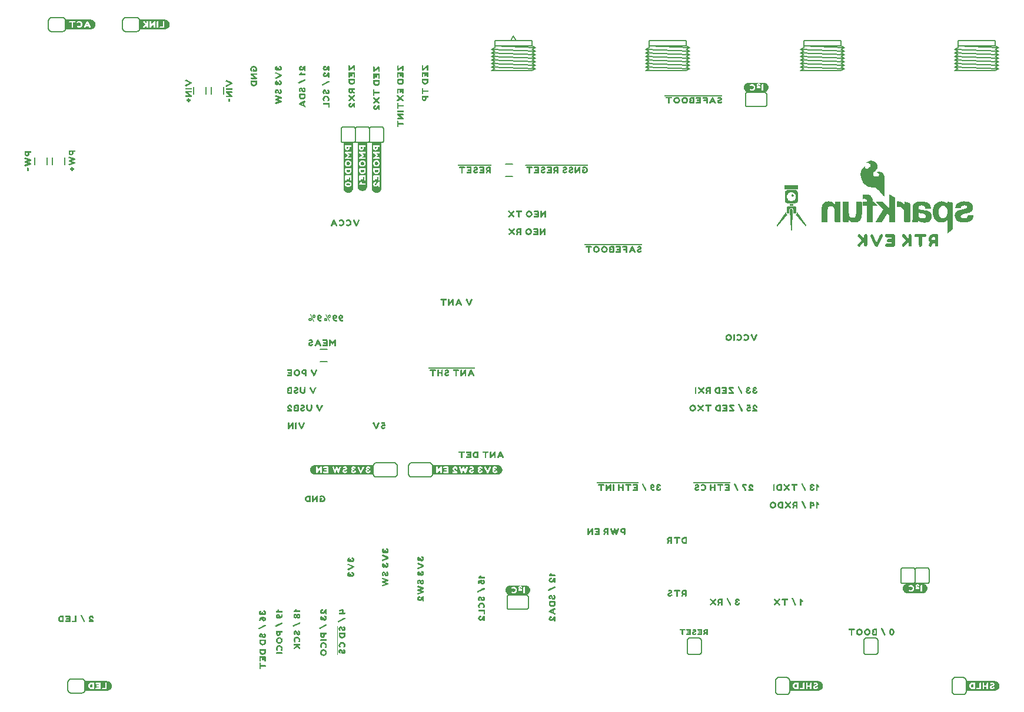
<source format=gbo>
G04 EAGLE Gerber RS-274X export*
G75*
%MOMM*%
%FSLAX34Y34*%
%LPD*%
%INSilkscreen Bottom*%
%IPPOS*%
%AMOC8*
5,1,8,0,0,1.08239X$1,22.5*%
G01*
%ADD10C,0.152400*%
%ADD11C,0.203200*%

G36*
X730199Y336054D02*
X730199Y336054D01*
X730202Y336051D01*
X730902Y336151D01*
X730903Y336152D01*
X730903Y336151D01*
X731503Y336251D01*
X731509Y336258D01*
X731514Y336255D01*
X732213Y336554D01*
X732811Y336753D01*
X732814Y336758D01*
X732817Y336756D01*
X733417Y337056D01*
X733419Y337060D01*
X733422Y337059D01*
X734022Y337459D01*
X734025Y337466D01*
X734030Y337465D01*
X734530Y337965D01*
X734530Y337969D01*
X734533Y337969D01*
X734932Y338467D01*
X735430Y338965D01*
X735431Y338977D01*
X735439Y338978D01*
X736339Y340778D01*
X736337Y340789D01*
X736344Y340793D01*
X736443Y341489D01*
X736642Y342084D01*
X736639Y342093D01*
X736642Y342095D01*
X736641Y342097D01*
X736644Y342100D01*
X736644Y343500D01*
X736641Y343504D01*
X736644Y343507D01*
X736544Y344207D01*
X736539Y344212D01*
X736542Y344216D01*
X736342Y344815D01*
X736142Y345514D01*
X736137Y345518D01*
X736139Y345522D01*
X735539Y346722D01*
X735532Y346725D01*
X735533Y346731D01*
X735133Y347231D01*
X735129Y347232D01*
X735130Y347235D01*
X734130Y348235D01*
X734126Y348235D01*
X734126Y348238D01*
X733626Y348638D01*
X733618Y348639D01*
X733617Y348644D01*
X732417Y349244D01*
X732410Y349243D01*
X732409Y349247D01*
X731710Y349447D01*
X731111Y349647D01*
X731102Y349644D01*
X731099Y349644D01*
X731095Y349649D01*
X730399Y349649D01*
X729803Y349749D01*
X729798Y349746D01*
X729795Y349749D01*
X636995Y349749D01*
X636986Y349742D01*
X636982Y349742D01*
X636977Y349746D01*
X636477Y349546D01*
X636461Y349519D01*
X636448Y349509D01*
X636451Y349504D01*
X636446Y349500D01*
X636446Y336600D01*
X636454Y336589D01*
X636449Y336582D01*
X636649Y336082D01*
X636690Y336057D01*
X636695Y336051D01*
X730195Y336051D01*
X730199Y336054D01*
G37*
G36*
X550902Y336087D02*
X550902Y336087D01*
X550900Y336090D01*
X550904Y336092D01*
X551004Y336692D01*
X551001Y336697D01*
X551004Y336700D01*
X551004Y349600D01*
X550968Y349647D01*
X550965Y349645D01*
X550963Y349649D01*
X550363Y349749D01*
X550358Y349746D01*
X550355Y349749D01*
X466955Y349749D01*
X466951Y349746D01*
X466948Y349749D01*
X466248Y349649D01*
X466247Y349648D01*
X466247Y349649D01*
X465647Y349549D01*
X465644Y349545D01*
X465641Y349547D01*
X464941Y349347D01*
X464940Y349346D01*
X464939Y349347D01*
X464339Y349147D01*
X464336Y349142D01*
X464333Y349144D01*
X463733Y348844D01*
X463731Y348840D01*
X463728Y348841D01*
X463128Y348441D01*
X463127Y348438D01*
X463124Y348438D01*
X462124Y347638D01*
X462122Y347631D01*
X462117Y347632D01*
X461617Y347032D01*
X461617Y347031D01*
X461217Y346531D01*
X461216Y346523D01*
X461211Y346522D01*
X460611Y345322D01*
X460612Y345315D01*
X460608Y345314D01*
X460596Y345274D01*
X460582Y345225D01*
X460540Y345077D01*
X460498Y344929D01*
X460484Y344880D01*
X460442Y344732D01*
X460408Y344614D01*
X460409Y344610D01*
X460406Y344608D01*
X460306Y344008D01*
X460307Y344007D01*
X460306Y344007D01*
X460206Y343307D01*
X460208Y343304D01*
X460209Y343302D01*
X460206Y343300D01*
X460206Y342600D01*
X460209Y342596D01*
X460206Y342593D01*
X460306Y341893D01*
X460307Y341892D01*
X460306Y341892D01*
X460406Y341292D01*
X460410Y341289D01*
X460408Y341286D01*
X460608Y340586D01*
X460613Y340582D01*
X460611Y340578D01*
X461211Y339378D01*
X461215Y339376D01*
X461214Y339373D01*
X461614Y338773D01*
X461617Y338772D01*
X461617Y338769D01*
X462017Y338269D01*
X462021Y338268D01*
X462020Y338265D01*
X462520Y337765D01*
X462524Y337765D01*
X462524Y337762D01*
X463024Y337362D01*
X463032Y337361D01*
X463033Y337356D01*
X463630Y337057D01*
X464228Y336659D01*
X464237Y336660D01*
X464239Y336653D01*
X464839Y336453D01*
X464841Y336454D01*
X464841Y336453D01*
X465541Y336253D01*
X465545Y336254D01*
X465547Y336251D01*
X466147Y336151D01*
X466148Y336152D01*
X466148Y336151D01*
X466848Y336051D01*
X466853Y336054D01*
X466855Y336051D01*
X550855Y336051D01*
X550902Y336087D01*
G37*
G36*
X556530Y741834D02*
X556530Y741834D01*
X556533Y741831D01*
X557133Y741931D01*
X557136Y741935D01*
X557139Y741933D01*
X557839Y742133D01*
X557843Y742138D01*
X557847Y742136D01*
X559047Y742736D01*
X559049Y742740D01*
X559052Y742739D01*
X559652Y743139D01*
X559653Y743142D01*
X559656Y743142D01*
X560656Y743942D01*
X560658Y743952D01*
X560666Y743953D01*
X561065Y744551D01*
X561463Y745049D01*
X561464Y745057D01*
X561469Y745058D01*
X561769Y745658D01*
X561769Y745660D01*
X561770Y745661D01*
X562070Y746361D01*
X562070Y746364D01*
X562072Y746364D01*
X562272Y746964D01*
X562270Y746971D01*
X562274Y746973D01*
X562374Y747672D01*
X562474Y748272D01*
X562471Y748277D01*
X562474Y748280D01*
X562474Y813980D01*
X562455Y814006D01*
X562455Y814019D01*
X562055Y814319D01*
X562034Y814319D01*
X562028Y814327D01*
X562027Y814327D01*
X562025Y814329D01*
X549225Y814329D01*
X549222Y814327D01*
X549207Y814316D01*
X549195Y814319D01*
X548795Y814019D01*
X548791Y814003D01*
X548780Y813995D01*
X548786Y813988D01*
X548776Y813980D01*
X548776Y810980D01*
X548802Y810946D01*
X548804Y810936D01*
X548823Y810927D01*
X548809Y810917D01*
X548787Y810911D01*
X548789Y810901D01*
X548778Y810893D01*
X548783Y810885D01*
X548776Y810880D01*
X548776Y748680D01*
X548779Y748676D01*
X548776Y748673D01*
X548976Y747273D01*
X548977Y747272D01*
X548976Y747272D01*
X549076Y746672D01*
X549083Y746666D01*
X549080Y746661D01*
X549379Y745962D01*
X549578Y745364D01*
X549586Y745359D01*
X549584Y745353D01*
X549984Y744753D01*
X549987Y744752D01*
X549987Y744749D01*
X550387Y744249D01*
X550391Y744248D01*
X550390Y744245D01*
X551390Y743245D01*
X551399Y743244D01*
X551400Y743238D01*
X551899Y742938D01*
X552498Y742539D01*
X552502Y742539D01*
X552503Y742536D01*
X553103Y742236D01*
X553110Y742237D01*
X553111Y742233D01*
X553811Y742033D01*
X553815Y742034D01*
X553817Y742031D01*
X554417Y741931D01*
X554418Y741932D01*
X554418Y741931D01*
X555118Y741831D01*
X555123Y741834D01*
X555125Y741831D01*
X556525Y741831D01*
X556530Y741834D01*
G37*
G36*
X515390Y741834D02*
X515390Y741834D01*
X515393Y741831D01*
X515993Y741931D01*
X515996Y741935D01*
X515999Y741933D01*
X516699Y742133D01*
X516700Y742134D01*
X516701Y742133D01*
X517300Y742333D01*
X517999Y742533D01*
X518003Y742538D01*
X518007Y742536D01*
X518607Y742836D01*
X518610Y742843D01*
X518616Y742842D01*
X519116Y743242D01*
X519117Y743246D01*
X519120Y743245D01*
X520120Y744245D01*
X520120Y744249D01*
X520123Y744249D01*
X520523Y744749D01*
X520524Y744753D01*
X520526Y744753D01*
X520926Y745353D01*
X520926Y745357D01*
X520929Y745358D01*
X521229Y745958D01*
X521228Y745963D01*
X521232Y745964D01*
X521632Y747164D01*
X521630Y747171D01*
X521634Y747173D01*
X521834Y748573D01*
X521831Y748578D01*
X521834Y748580D01*
X521834Y813580D01*
X521831Y813584D01*
X521834Y813587D01*
X521734Y814287D01*
X521691Y814329D01*
X521688Y814325D01*
X521685Y814329D01*
X508885Y814329D01*
X508882Y814327D01*
X508880Y814327D01*
X508878Y814329D01*
X508178Y814229D01*
X508155Y814206D01*
X508138Y814192D01*
X508140Y814190D01*
X508136Y814186D01*
X508140Y814183D01*
X508136Y814180D01*
X508136Y748580D01*
X508139Y748576D01*
X508136Y748573D01*
X508336Y747173D01*
X508341Y747168D01*
X508338Y747164D01*
X508538Y746565D01*
X508738Y745866D01*
X508743Y745862D01*
X508741Y745858D01*
X509041Y745258D01*
X509048Y745255D01*
X509047Y745249D01*
X509445Y744751D01*
X509844Y744153D01*
X509851Y744150D01*
X509850Y744145D01*
X510350Y743645D01*
X510354Y743645D01*
X510354Y743642D01*
X510854Y743242D01*
X510858Y743241D01*
X510858Y743239D01*
X511458Y742839D01*
X511462Y742839D01*
X511463Y742836D01*
X512663Y742236D01*
X512668Y742237D01*
X512669Y742233D01*
X513269Y742033D01*
X513276Y742035D01*
X513278Y742031D01*
X514678Y741831D01*
X514683Y741834D01*
X514685Y741831D01*
X515385Y741831D01*
X515390Y741834D01*
G37*
G36*
X1286199Y736390D02*
X1286199Y736390D01*
X1286286Y736393D01*
X1286286Y736394D01*
X1286287Y736394D01*
X1286362Y736435D01*
X1286438Y736476D01*
X1286438Y736477D01*
X1286439Y736477D01*
X1286490Y736549D01*
X1286538Y736618D01*
X1286538Y736619D01*
X1286539Y736626D01*
X1286565Y736760D01*
X1286565Y762460D01*
X1286563Y762469D01*
X1286565Y762480D01*
X1286465Y764380D01*
X1286461Y764392D01*
X1286462Y764407D01*
X1286262Y766007D01*
X1286254Y766031D01*
X1286251Y766064D01*
X1285851Y767464D01*
X1285834Y767494D01*
X1285819Y767542D01*
X1285219Y768642D01*
X1285201Y768662D01*
X1285185Y768693D01*
X1284485Y769593D01*
X1284469Y769607D01*
X1284454Y769629D01*
X1283654Y770429D01*
X1283627Y770445D01*
X1283596Y770476D01*
X1282696Y771076D01*
X1282665Y771088D01*
X1282626Y771113D01*
X1281626Y771513D01*
X1281607Y771516D01*
X1281585Y771527D01*
X1280485Y771827D01*
X1280473Y771827D01*
X1280460Y771833D01*
X1279460Y772033D01*
X1279428Y772032D01*
X1279385Y772040D01*
X1277585Y772040D01*
X1277562Y772035D01*
X1277531Y772036D01*
X1276831Y771936D01*
X1276798Y771923D01*
X1276744Y771913D01*
X1276254Y771717D01*
X1276023Y771640D01*
X1275985Y771640D01*
X1275960Y771634D01*
X1275934Y771637D01*
X1275877Y771615D01*
X1275816Y771601D01*
X1275796Y771584D01*
X1275772Y771575D01*
X1275730Y771530D01*
X1275683Y771491D01*
X1275672Y771467D01*
X1275655Y771448D01*
X1275637Y771389D01*
X1275612Y771332D01*
X1275613Y771307D01*
X1275605Y771282D01*
X1275616Y771221D01*
X1275618Y771159D01*
X1275631Y771137D01*
X1275635Y771111D01*
X1275683Y771040D01*
X1275701Y771007D01*
X1275709Y771001D01*
X1275716Y770991D01*
X1275816Y770891D01*
X1275848Y770871D01*
X1275915Y770820D01*
X1276515Y770520D01*
X1276529Y770517D01*
X1276544Y770507D01*
X1276997Y770326D01*
X1277352Y770060D01*
X1277831Y769676D01*
X1278197Y769310D01*
X1278444Y768981D01*
X1278605Y768498D01*
X1278605Y767913D01*
X1278429Y767298D01*
X1278173Y766785D01*
X1277627Y766239D01*
X1276994Y765697D01*
X1276174Y765424D01*
X1275134Y765140D01*
X1273638Y765140D01*
X1272347Y765509D01*
X1271236Y766250D01*
X1270424Y767152D01*
X1270065Y768317D01*
X1270065Y769576D01*
X1270707Y770951D01*
X1271963Y772401D01*
X1273654Y774091D01*
X1273666Y774110D01*
X1273687Y774129D01*
X1273722Y774174D01*
X1274987Y775829D01*
X1275000Y775857D01*
X1275025Y775890D01*
X1275925Y777690D01*
X1275932Y777718D01*
X1275950Y777753D01*
X1276450Y779453D01*
X1276452Y779492D01*
X1276465Y779560D01*
X1276465Y781260D01*
X1276457Y781294D01*
X1276453Y781326D01*
X1276452Y781350D01*
X1276448Y781357D01*
X1276444Y781387D01*
X1275844Y783087D01*
X1275823Y783119D01*
X1275798Y783175D01*
X1274698Y784775D01*
X1274670Y784802D01*
X1274627Y784854D01*
X1272927Y786254D01*
X1272898Y786268D01*
X1272861Y786297D01*
X1270561Y787497D01*
X1270524Y787506D01*
X1270469Y787531D01*
X1268269Y788031D01*
X1268231Y788031D01*
X1268166Y788040D01*
X1266166Y787940D01*
X1266133Y787930D01*
X1266083Y787926D01*
X1264283Y787426D01*
X1264267Y787418D01*
X1264244Y787413D01*
X1262744Y786813D01*
X1262724Y786799D01*
X1262693Y786788D01*
X1261493Y786088D01*
X1261482Y786078D01*
X1261464Y786069D01*
X1260768Y785573D01*
X1260474Y785376D01*
X1260431Y785331D01*
X1260383Y785291D01*
X1260373Y785268D01*
X1260356Y785250D01*
X1260337Y785190D01*
X1260312Y785132D01*
X1260313Y785108D01*
X1260306Y785084D01*
X1260316Y785022D01*
X1260318Y784959D01*
X1260330Y784938D01*
X1260334Y784913D01*
X1260371Y784862D01*
X1260401Y784807D01*
X1260421Y784793D01*
X1260436Y784773D01*
X1260491Y784744D01*
X1260543Y784707D01*
X1260570Y784702D01*
X1260589Y784692D01*
X1260626Y784691D01*
X1260685Y784680D01*
X1260785Y784680D01*
X1260821Y784688D01*
X1260877Y784691D01*
X1261232Y784780D01*
X1262464Y784780D01*
X1263318Y784685D01*
X1264052Y784501D01*
X1264771Y784142D01*
X1265509Y783496D01*
X1265863Y783054D01*
X1266138Y782504D01*
X1266317Y782057D01*
X1266400Y781560D01*
X1266314Y781044D01*
X1266136Y780422D01*
X1265769Y779871D01*
X1265767Y779866D01*
X1265763Y779862D01*
X1265286Y779098D01*
X1264827Y778639D01*
X1264150Y778060D01*
X1262788Y777087D01*
X1262669Y777027D01*
X1262047Y776716D01*
X1260732Y776340D01*
X1260163Y776340D01*
X1259602Y776581D01*
X1259187Y776996D01*
X1258948Y777394D01*
X1258772Y778454D01*
X1258858Y778885D01*
X1258858Y778894D01*
X1258858Y778895D01*
X1258857Y778919D01*
X1258865Y778960D01*
X1258865Y779560D01*
X1258849Y779628D01*
X1258840Y779696D01*
X1258830Y779711D01*
X1258826Y779729D01*
X1258782Y779782D01*
X1258743Y779840D01*
X1258727Y779849D01*
X1258716Y779862D01*
X1258652Y779891D01*
X1258592Y779925D01*
X1258574Y779926D01*
X1258557Y779933D01*
X1258488Y779931D01*
X1258419Y779934D01*
X1258400Y779927D01*
X1258384Y779927D01*
X1258350Y779908D01*
X1258283Y779882D01*
X1256683Y778882D01*
X1256659Y778858D01*
X1256616Y778829D01*
X1254916Y777129D01*
X1254895Y777096D01*
X1254851Y777041D01*
X1253551Y774641D01*
X1253544Y774617D01*
X1253527Y774588D01*
X1252527Y771788D01*
X1252523Y771757D01*
X1252509Y771717D01*
X1252009Y768417D01*
X1252012Y768384D01*
X1252005Y768338D01*
X1252205Y764838D01*
X1252215Y764806D01*
X1252219Y764758D01*
X1253219Y761158D01*
X1253234Y761130D01*
X1253247Y761086D01*
X1255147Y757386D01*
X1255166Y757364D01*
X1255185Y757327D01*
X1256585Y755527D01*
X1256590Y755523D01*
X1256591Y755520D01*
X1256598Y755515D01*
X1256608Y755500D01*
X1258108Y753900D01*
X1258130Y753885D01*
X1258154Y753858D01*
X1259854Y752558D01*
X1259868Y752552D01*
X1259882Y752539D01*
X1261782Y751339D01*
X1261804Y751331D01*
X1261829Y751313D01*
X1263829Y750413D01*
X1263854Y750408D01*
X1263885Y750393D01*
X1266085Y749793D01*
X1266108Y749792D01*
X1266138Y749783D01*
X1268538Y749483D01*
X1268559Y749485D01*
X1268585Y749480D01*
X1272434Y749480D01*
X1273456Y749201D01*
X1274496Y748728D01*
X1275448Y748062D01*
X1276423Y747184D01*
X1277505Y746102D01*
X1278595Y744814D01*
X1278601Y744810D01*
X1278606Y744801D01*
X1279906Y743401D01*
X1281105Y742103D01*
X1282199Y740910D01*
X1283193Y739717D01*
X1283198Y739713D01*
X1283202Y739706D01*
X1284093Y738716D01*
X1284785Y737827D01*
X1284791Y737821D01*
X1284796Y737813D01*
X1285396Y737113D01*
X1285407Y737105D01*
X1285416Y737091D01*
X1285773Y736735D01*
X1285844Y736591D01*
X1285845Y736590D01*
X1285897Y736527D01*
X1285954Y736458D01*
X1285955Y736457D01*
X1285956Y736457D01*
X1286031Y736423D01*
X1286113Y736387D01*
X1286114Y736386D01*
X1286199Y736390D01*
G37*
G36*
X535609Y744504D02*
X535609Y744504D01*
X535612Y744501D01*
X536312Y744601D01*
X536313Y744602D01*
X536313Y744601D01*
X536913Y744701D01*
X536916Y744705D01*
X536919Y744703D01*
X537619Y744903D01*
X537620Y744904D01*
X537621Y744903D01*
X538221Y745103D01*
X538226Y745111D01*
X538232Y745109D01*
X538830Y745507D01*
X539427Y745806D01*
X539432Y745816D01*
X539440Y745815D01*
X540340Y746715D01*
X540340Y746719D01*
X540343Y746718D01*
X540843Y747318D01*
X540843Y747324D01*
X540847Y747325D01*
X541147Y747824D01*
X541546Y748423D01*
X541546Y748427D01*
X541546Y748428D01*
X541545Y748434D01*
X541552Y748436D01*
X541592Y748575D01*
X541634Y748723D01*
X541648Y748772D01*
X541690Y748920D01*
X541691Y748920D01*
X541690Y748920D01*
X541733Y749068D01*
X541747Y749117D01*
X541752Y749135D01*
X541952Y749734D01*
X541950Y749741D01*
X541954Y749743D01*
X542154Y751143D01*
X542151Y751148D01*
X542154Y751150D01*
X542154Y814050D01*
X542118Y814097D01*
X542115Y814095D01*
X542113Y814099D01*
X541513Y814199D01*
X541508Y814196D01*
X541505Y814199D01*
X528705Y814199D01*
X528667Y814170D01*
X528659Y814168D01*
X528459Y813668D01*
X528461Y813663D01*
X528458Y813661D01*
X528462Y813655D01*
X528456Y813650D01*
X528456Y751250D01*
X528459Y751246D01*
X528456Y751243D01*
X528656Y749843D01*
X528661Y749838D01*
X528658Y749834D01*
X528858Y749235D01*
X529058Y748536D01*
X529063Y748532D01*
X529061Y748528D01*
X529361Y747928D01*
X529368Y747925D01*
X529367Y747919D01*
X529765Y747421D01*
X530164Y746823D01*
X530167Y746822D01*
X530167Y746819D01*
X530567Y746319D01*
X530577Y746317D01*
X530578Y746309D01*
X531176Y745910D01*
X531674Y745512D01*
X531682Y745511D01*
X531683Y745506D01*
X532883Y744906D01*
X532890Y744907D01*
X532891Y744903D01*
X533591Y744703D01*
X533595Y744704D01*
X533597Y744701D01*
X534197Y744601D01*
X534198Y744602D01*
X534198Y744601D01*
X534898Y744501D01*
X534903Y744504D01*
X534905Y744501D01*
X535605Y744501D01*
X535609Y744504D01*
G37*
G36*
X1377084Y682891D02*
X1377084Y682891D01*
X1377146Y682893D01*
X1377168Y682906D01*
X1377194Y682910D01*
X1377265Y682958D01*
X1377298Y682976D01*
X1377304Y682984D01*
X1377314Y682991D01*
X1378199Y683876D01*
X1379183Y684663D01*
X1379189Y684671D01*
X1379199Y684677D01*
X1380199Y685577D01*
X1380205Y685585D01*
X1380214Y685591D01*
X1381099Y686476D01*
X1382083Y687263D01*
X1382089Y687271D01*
X1382099Y687277D01*
X1383091Y688170D01*
X1384083Y688963D01*
X1384094Y688978D01*
X1384114Y688991D01*
X1385014Y689891D01*
X1385054Y689956D01*
X1385098Y690018D01*
X1385100Y690030D01*
X1385105Y690038D01*
X1385109Y690075D01*
X1385125Y690160D01*
X1385125Y727060D01*
X1385123Y727069D01*
X1385125Y727079D01*
X1385103Y727153D01*
X1385086Y727229D01*
X1385080Y727236D01*
X1385077Y727245D01*
X1385025Y727303D01*
X1384976Y727362D01*
X1384967Y727366D01*
X1384960Y727373D01*
X1384828Y727431D01*
X1383028Y727831D01*
X1383009Y727831D01*
X1382987Y727838D01*
X1382103Y727936D01*
X1381120Y728133D01*
X1381105Y728132D01*
X1381087Y728138D01*
X1380207Y728236D01*
X1378428Y728631D01*
X1378408Y728631D01*
X1378383Y728638D01*
X1377383Y728738D01*
X1377314Y728729D01*
X1377244Y728727D01*
X1377229Y728718D01*
X1377211Y728716D01*
X1377153Y728677D01*
X1377092Y728644D01*
X1377082Y728629D01*
X1377067Y728620D01*
X1377032Y728559D01*
X1376992Y728502D01*
X1376989Y728483D01*
X1376981Y728469D01*
X1376978Y728430D01*
X1376965Y728360D01*
X1376965Y725929D01*
X1376853Y726084D01*
X1376842Y726093D01*
X1376838Y726101D01*
X1376835Y726103D01*
X1376829Y726113D01*
X1376502Y726481D01*
X1376164Y726861D01*
X1376029Y727013D01*
X1376000Y727033D01*
X1375963Y727072D01*
X1373963Y728472D01*
X1373928Y728486D01*
X1373875Y728517D01*
X1372775Y728917D01*
X1372758Y728919D01*
X1372737Y728929D01*
X1371537Y729229D01*
X1371523Y729229D01*
X1371508Y729235D01*
X1370308Y729435D01*
X1370292Y729434D01*
X1370274Y729439D01*
X1368974Y729539D01*
X1368946Y729535D01*
X1368908Y729538D01*
X1365808Y729238D01*
X1365776Y729227D01*
X1365725Y729221D01*
X1363025Y728321D01*
X1362992Y728300D01*
X1362931Y728274D01*
X1360731Y726774D01*
X1360708Y726750D01*
X1360669Y726722D01*
X1358869Y724822D01*
X1358851Y724790D01*
X1358814Y724747D01*
X1357514Y722447D01*
X1357508Y722426D01*
X1357492Y722401D01*
X1356492Y719901D01*
X1356488Y719874D01*
X1356473Y719840D01*
X1355873Y717040D01*
X1355874Y717016D01*
X1355866Y716985D01*
X1355666Y713985D01*
X1355669Y713963D01*
X1355666Y713933D01*
X1355866Y711133D01*
X1355873Y711110D01*
X1355874Y711078D01*
X1356474Y708378D01*
X1356486Y708352D01*
X1356494Y708314D01*
X1357494Y705914D01*
X1357507Y705895D01*
X1357518Y705867D01*
X1358818Y703667D01*
X1358842Y703642D01*
X1358869Y703599D01*
X1360669Y701699D01*
X1360698Y701680D01*
X1360734Y701644D01*
X1362834Y700244D01*
X1362868Y700231D01*
X1362916Y700202D01*
X1365416Y699302D01*
X1365452Y699298D01*
X1365506Y699282D01*
X1368406Y698982D01*
X1368435Y698985D01*
X1368474Y698981D01*
X1369774Y699081D01*
X1369787Y699085D01*
X1369803Y699084D01*
X1371103Y699284D01*
X1371121Y699291D01*
X1371145Y699293D01*
X1372245Y699593D01*
X1372264Y699603D01*
X1372291Y699609D01*
X1373491Y700109D01*
X1373511Y700123D01*
X1373541Y700134D01*
X1374541Y700734D01*
X1374549Y700742D01*
X1374563Y700749D01*
X1375563Y701449D01*
X1375587Y701475D01*
X1375629Y701507D01*
X1376429Y702407D01*
X1376433Y702415D01*
X1376442Y702422D01*
X1376665Y702701D01*
X1376665Y683260D01*
X1376671Y683235D01*
X1376668Y683209D01*
X1376690Y683152D01*
X1376704Y683091D01*
X1376721Y683071D01*
X1376730Y683047D01*
X1376775Y683005D01*
X1376814Y682958D01*
X1376838Y682947D01*
X1376857Y682930D01*
X1376916Y682912D01*
X1376973Y682887D01*
X1376998Y682888D01*
X1377023Y682880D01*
X1377084Y682891D01*
G37*
G36*
X1345161Y698884D02*
X1345161Y698884D01*
X1345183Y698882D01*
X1346183Y698982D01*
X1346202Y698988D01*
X1346228Y698989D01*
X1348028Y699389D01*
X1348043Y699396D01*
X1348065Y699399D01*
X1348965Y699699D01*
X1348985Y699712D01*
X1349015Y699720D01*
X1349695Y700060D01*
X1349815Y700120D01*
X1349822Y700126D01*
X1349834Y700130D01*
X1350534Y700530D01*
X1350546Y700542D01*
X1350566Y700551D01*
X1351266Y701051D01*
X1351275Y701060D01*
X1351288Y701068D01*
X1351888Y701568D01*
X1351905Y701590D01*
X1351934Y701613D01*
X1352534Y702313D01*
X1352548Y702339D01*
X1352575Y702371D01*
X1353375Y703771D01*
X1353384Y703801D01*
X1353406Y703840D01*
X1354006Y705640D01*
X1354009Y705673D01*
X1354023Y705718D01*
X1354123Y706618D01*
X1354123Y706622D01*
X1354124Y706626D01*
X1354224Y707726D01*
X1354219Y707760D01*
X1354222Y707811D01*
X1353922Y710011D01*
X1353911Y710039D01*
X1353906Y710080D01*
X1353306Y711880D01*
X1353286Y711912D01*
X1353265Y711966D01*
X1352365Y713366D01*
X1352337Y713393D01*
X1352288Y713452D01*
X1351088Y714452D01*
X1351066Y714464D01*
X1351041Y714486D01*
X1349541Y715386D01*
X1349513Y715395D01*
X1349479Y715416D01*
X1347879Y716016D01*
X1347857Y716019D01*
X1347832Y716030D01*
X1346132Y716430D01*
X1346121Y716430D01*
X1346108Y716435D01*
X1344308Y716735D01*
X1344298Y716734D01*
X1344287Y716738D01*
X1342488Y716938D01*
X1340791Y717137D01*
X1339323Y717333D01*
X1337958Y717723D01*
X1336799Y718110D01*
X1336001Y718553D01*
X1335514Y719202D01*
X1335425Y720177D01*
X1335425Y720629D01*
X1335518Y721182D01*
X1335608Y721543D01*
X1335783Y721982D01*
X1336141Y722518D01*
X1336370Y722748D01*
X1336625Y722875D01*
X1336715Y722920D01*
X1336731Y722933D01*
X1336756Y722944D01*
X1337036Y723131D01*
X1337286Y723255D01*
X1337378Y723301D01*
X1337728Y723389D01*
X1338183Y723480D01*
X1338545Y723480D01*
X1338575Y723487D01*
X1338620Y723487D01*
X1339083Y723580D01*
X1340607Y723580D01*
X1341562Y723389D01*
X1341953Y723291D01*
X1341961Y723291D01*
X1341970Y723287D01*
X1342421Y723197D01*
X1343154Y722831D01*
X1343403Y722665D01*
X1343950Y722118D01*
X1344116Y721869D01*
X1344298Y721504D01*
X1344492Y721019D01*
X1344500Y721007D01*
X1344505Y720990D01*
X1344682Y720636D01*
X1344765Y720222D01*
X1344765Y719660D01*
X1344776Y719610D01*
X1344778Y719559D01*
X1344796Y719527D01*
X1344804Y719491D01*
X1344837Y719452D01*
X1344861Y719407D01*
X1344891Y719386D01*
X1344914Y719358D01*
X1344961Y719337D01*
X1345003Y719307D01*
X1345045Y719299D01*
X1345073Y719287D01*
X1345103Y719288D01*
X1345145Y719280D01*
X1352945Y719280D01*
X1353022Y719298D01*
X1353100Y719313D01*
X1353106Y719317D01*
X1353114Y719319D01*
X1353175Y719370D01*
X1353238Y719418D01*
X1353242Y719425D01*
X1353247Y719429D01*
X1353280Y719502D01*
X1353315Y719573D01*
X1353315Y719581D01*
X1353318Y719588D01*
X1353317Y719621D01*
X1353321Y719718D01*
X1353121Y721018D01*
X1353120Y721020D01*
X1353120Y721023D01*
X1352920Y722223D01*
X1352909Y722250D01*
X1352902Y722290D01*
X1352502Y723390D01*
X1352483Y723420D01*
X1352461Y723471D01*
X1351261Y725271D01*
X1351245Y725286D01*
X1351231Y725310D01*
X1350531Y726110D01*
X1350513Y726123D01*
X1350512Y726125D01*
X1350509Y726130D01*
X1350506Y726132D01*
X1350495Y726146D01*
X1349695Y726846D01*
X1349666Y726862D01*
X1349630Y726892D01*
X1348735Y727389D01*
X1347741Y727986D01*
X1347716Y727994D01*
X1347686Y728013D01*
X1346686Y728413D01*
X1346667Y728416D01*
X1346645Y728427D01*
X1344445Y729027D01*
X1344430Y729027D01*
X1344413Y729034D01*
X1343313Y729234D01*
X1343310Y729234D01*
X1343308Y729235D01*
X1342108Y729435D01*
X1342081Y729433D01*
X1342045Y729440D01*
X1337545Y729440D01*
X1337530Y729437D01*
X1337511Y729439D01*
X1336411Y729339D01*
X1336396Y729334D01*
X1336377Y729334D01*
X1334177Y728934D01*
X1334174Y728933D01*
X1334170Y728933D01*
X1333170Y728733D01*
X1333156Y728726D01*
X1333136Y728724D01*
X1332136Y728424D01*
X1332117Y728414D01*
X1332091Y728407D01*
X1331191Y728007D01*
X1331179Y727998D01*
X1331160Y727992D01*
X1330260Y727492D01*
X1330244Y727477D01*
X1330217Y727464D01*
X1329417Y726864D01*
X1329410Y726856D01*
X1329398Y726849D01*
X1328698Y726249D01*
X1328677Y726221D01*
X1328641Y726188D01*
X1328041Y725388D01*
X1328029Y725362D01*
X1328005Y725330D01*
X1327605Y724530D01*
X1327602Y724516D01*
X1327592Y724501D01*
X1327192Y723501D01*
X1327187Y723470D01*
X1327171Y723428D01*
X1326971Y722328D01*
X1326972Y722312D01*
X1326966Y722292D01*
X1326866Y721092D01*
X1326868Y721077D01*
X1326865Y721060D01*
X1326865Y704498D01*
X1326772Y704035D01*
X1326773Y704003D01*
X1326765Y703960D01*
X1326765Y703598D01*
X1326672Y703135D01*
X1326673Y703103D01*
X1326665Y703060D01*
X1326665Y702707D01*
X1326476Y701952D01*
X1326476Y701916D01*
X1326465Y701860D01*
X1326465Y701607D01*
X1326380Y701266D01*
X1326200Y700729D01*
X1326029Y700471D01*
X1326021Y700451D01*
X1326005Y700430D01*
X1325905Y700230D01*
X1325893Y700180D01*
X1325872Y700132D01*
X1325873Y700097D01*
X1325865Y700062D01*
X1325876Y700011D01*
X1325878Y699959D01*
X1325896Y699928D01*
X1325904Y699893D01*
X1325936Y699853D01*
X1325961Y699807D01*
X1325990Y699786D01*
X1326013Y699759D01*
X1326060Y699737D01*
X1326103Y699707D01*
X1326144Y699699D01*
X1326171Y699687D01*
X1326202Y699688D01*
X1326245Y699680D01*
X1334145Y699680D01*
X1334195Y699691D01*
X1334246Y699693D01*
X1334278Y699711D01*
X1334314Y699719D01*
X1334353Y699752D01*
X1334398Y699776D01*
X1334419Y699806D01*
X1334447Y699829D01*
X1334468Y699876D01*
X1334498Y699918D01*
X1334506Y699960D01*
X1334518Y699988D01*
X1334517Y700018D01*
X1334525Y700060D01*
X1334525Y700109D01*
X1334534Y700123D01*
X1334585Y700190D01*
X1334685Y700390D01*
X1334689Y700405D01*
X1334698Y700418D01*
X1334724Y700552D01*
X1334725Y700559D01*
X1334725Y700560D01*
X1334725Y700609D01*
X1334754Y700656D01*
X1334798Y700718D01*
X1334800Y700730D01*
X1334805Y700738D01*
X1334809Y700775D01*
X1334825Y700860D01*
X1334825Y700970D01*
X1334885Y701090D01*
X1334889Y701105D01*
X1334898Y701118D01*
X1334924Y701252D01*
X1334925Y701259D01*
X1334925Y701260D01*
X1334925Y701470D01*
X1334985Y701590D01*
X1334989Y701605D01*
X1334998Y701618D01*
X1335024Y701752D01*
X1335025Y701759D01*
X1335025Y701760D01*
X1335025Y701969D01*
X1335907Y701263D01*
X1335921Y701257D01*
X1335934Y701244D01*
X1336534Y700844D01*
X1336542Y700841D01*
X1336549Y700834D01*
X1337049Y700534D01*
X1337062Y700530D01*
X1337075Y700520D01*
X1337675Y700220D01*
X1337698Y700214D01*
X1337725Y700199D01*
X1338299Y700008D01*
X1338875Y699720D01*
X1338898Y699714D01*
X1338925Y699699D01*
X1339525Y699499D01*
X1339550Y699497D01*
X1339583Y699485D01*
X1340161Y699389D01*
X1340841Y699194D01*
X1340860Y699193D01*
X1340883Y699185D01*
X1341483Y699085D01*
X1341509Y699087D01*
X1341545Y699080D01*
X1342214Y699080D01*
X1342783Y698985D01*
X1342787Y698985D01*
X1342791Y698984D01*
X1343491Y698884D01*
X1343515Y698886D01*
X1343545Y698880D01*
X1345145Y698880D01*
X1345161Y698884D01*
G37*
G36*
X1191380Y24904D02*
X1191380Y24904D01*
X1191383Y24901D01*
X1191983Y25001D01*
X1192682Y25101D01*
X1192686Y25105D01*
X1192689Y25103D01*
X1193389Y25303D01*
X1193393Y25308D01*
X1193397Y25306D01*
X1194597Y25906D01*
X1194600Y25913D01*
X1194606Y25912D01*
X1195104Y26310D01*
X1195702Y26709D01*
X1195706Y26719D01*
X1195713Y26719D01*
X1196112Y27217D01*
X1196610Y27715D01*
X1196611Y27727D01*
X1196619Y27728D01*
X1196918Y28325D01*
X1197316Y28923D01*
X1197315Y28932D01*
X1197322Y28934D01*
X1197722Y30134D01*
X1197720Y30141D01*
X1197724Y30143D01*
X1197924Y31543D01*
X1197921Y31548D01*
X1197924Y31550D01*
X1197924Y32250D01*
X1197921Y32255D01*
X1197924Y32258D01*
X1197824Y32858D01*
X1197820Y32861D01*
X1197822Y32864D01*
X1197622Y33564D01*
X1197621Y33565D01*
X1197622Y33566D01*
X1197222Y34766D01*
X1197214Y34771D01*
X1197216Y34777D01*
X1196416Y35977D01*
X1196413Y35978D01*
X1196413Y35981D01*
X1196013Y36481D01*
X1196009Y36482D01*
X1196010Y36485D01*
X1195510Y36985D01*
X1195506Y36985D01*
X1195506Y36988D01*
X1195006Y37388D01*
X1194998Y37389D01*
X1194997Y37394D01*
X1193797Y37994D01*
X1193795Y37994D01*
X1193794Y37995D01*
X1193094Y38295D01*
X1193086Y38293D01*
X1193083Y38299D01*
X1192483Y38399D01*
X1192482Y38398D01*
X1192482Y38399D01*
X1191082Y38599D01*
X1191077Y38596D01*
X1191075Y38599D01*
X1149775Y38599D01*
X1149737Y38570D01*
X1149729Y38568D01*
X1149529Y38068D01*
X1149530Y38066D01*
X1149528Y38064D01*
X1149532Y38058D01*
X1149533Y38055D01*
X1149526Y38050D01*
X1149526Y25150D01*
X1149555Y25112D01*
X1149557Y25104D01*
X1150057Y24904D01*
X1150070Y24908D01*
X1150075Y24901D01*
X1191375Y24901D01*
X1191380Y24904D01*
G37*
G36*
X1445380Y24904D02*
X1445380Y24904D01*
X1445383Y24901D01*
X1445983Y25001D01*
X1446682Y25101D01*
X1446686Y25105D01*
X1446689Y25103D01*
X1447389Y25303D01*
X1447393Y25308D01*
X1447397Y25306D01*
X1448597Y25906D01*
X1448600Y25913D01*
X1448606Y25912D01*
X1449104Y26310D01*
X1449702Y26709D01*
X1449706Y26719D01*
X1449713Y26719D01*
X1450112Y27217D01*
X1450610Y27715D01*
X1450611Y27727D01*
X1450619Y27728D01*
X1450918Y28325D01*
X1451316Y28923D01*
X1451315Y28932D01*
X1451322Y28934D01*
X1451722Y30134D01*
X1451720Y30141D01*
X1451724Y30143D01*
X1451924Y31543D01*
X1451921Y31548D01*
X1451924Y31550D01*
X1451924Y32250D01*
X1451921Y32255D01*
X1451924Y32258D01*
X1451824Y32858D01*
X1451820Y32861D01*
X1451822Y32864D01*
X1451622Y33564D01*
X1451621Y33565D01*
X1451622Y33566D01*
X1451222Y34766D01*
X1451214Y34771D01*
X1451216Y34777D01*
X1450416Y35977D01*
X1450413Y35978D01*
X1450413Y35981D01*
X1450013Y36481D01*
X1450009Y36482D01*
X1450010Y36485D01*
X1449510Y36985D01*
X1449506Y36985D01*
X1449506Y36988D01*
X1449006Y37388D01*
X1448998Y37389D01*
X1448997Y37394D01*
X1447797Y37994D01*
X1447795Y37994D01*
X1447794Y37995D01*
X1447094Y38295D01*
X1447086Y38293D01*
X1447083Y38299D01*
X1446483Y38399D01*
X1446482Y38398D01*
X1446482Y38399D01*
X1445082Y38599D01*
X1445077Y38596D01*
X1445075Y38599D01*
X1403775Y38599D01*
X1403737Y38570D01*
X1403729Y38568D01*
X1403529Y38068D01*
X1403530Y38066D01*
X1403528Y38064D01*
X1403532Y38058D01*
X1403533Y38055D01*
X1403526Y38050D01*
X1403526Y25150D01*
X1403555Y25112D01*
X1403557Y25104D01*
X1404057Y24904D01*
X1404070Y24908D01*
X1404075Y24901D01*
X1445375Y24901D01*
X1445380Y24904D01*
G37*
G36*
X1283178Y699788D02*
X1283178Y699788D01*
X1283213Y699786D01*
X1283262Y699807D01*
X1283314Y699819D01*
X1283340Y699841D01*
X1283372Y699855D01*
X1283417Y699905D01*
X1283447Y699929D01*
X1283455Y699945D01*
X1283469Y699962D01*
X1290922Y712157D01*
X1293465Y709699D01*
X1293465Y700160D01*
X1293476Y700110D01*
X1293478Y700059D01*
X1293496Y700027D01*
X1293504Y699991D01*
X1293537Y699952D01*
X1293561Y699907D01*
X1293591Y699886D01*
X1293614Y699858D01*
X1293661Y699837D01*
X1293703Y699807D01*
X1293745Y699799D01*
X1293773Y699787D01*
X1293803Y699788D01*
X1293845Y699780D01*
X1301645Y699780D01*
X1301695Y699791D01*
X1301746Y699793D01*
X1301778Y699811D01*
X1301814Y699819D01*
X1301853Y699852D01*
X1301898Y699876D01*
X1301919Y699906D01*
X1301947Y699929D01*
X1301968Y699976D01*
X1301998Y700018D01*
X1302006Y700060D01*
X1302018Y700088D01*
X1302017Y700118D01*
X1302025Y700160D01*
X1302025Y734860D01*
X1302016Y734902D01*
X1302016Y734944D01*
X1301996Y734985D01*
X1301986Y735029D01*
X1301959Y735062D01*
X1301940Y735100D01*
X1301898Y735135D01*
X1301876Y735162D01*
X1301853Y735172D01*
X1301829Y735193D01*
X1294029Y739493D01*
X1293972Y739509D01*
X1293917Y739533D01*
X1293889Y739532D01*
X1293862Y739540D01*
X1293804Y739529D01*
X1293744Y739527D01*
X1293719Y739513D01*
X1293692Y739508D01*
X1293644Y739472D01*
X1293592Y739444D01*
X1293576Y739421D01*
X1293553Y739404D01*
X1293526Y739351D01*
X1293492Y739302D01*
X1293486Y739271D01*
X1293475Y739249D01*
X1293475Y739213D01*
X1293465Y739160D01*
X1293465Y719198D01*
X1284318Y728625D01*
X1284252Y728667D01*
X1284187Y728713D01*
X1284178Y728714D01*
X1284172Y728718D01*
X1284138Y728722D01*
X1284045Y728740D01*
X1274845Y728740D01*
X1274817Y728734D01*
X1274789Y728736D01*
X1274734Y728714D01*
X1274676Y728701D01*
X1274654Y728683D01*
X1274628Y728672D01*
X1274588Y728628D01*
X1274543Y728591D01*
X1274531Y728565D01*
X1274512Y728543D01*
X1274496Y728486D01*
X1274472Y728432D01*
X1274473Y728404D01*
X1274465Y728377D01*
X1274476Y728319D01*
X1274478Y728259D01*
X1274492Y728234D01*
X1274497Y728206D01*
X1274543Y728141D01*
X1274561Y728107D01*
X1274571Y728100D01*
X1274580Y728087D01*
X1285054Y717907D01*
X1273428Y700370D01*
X1273402Y700300D01*
X1273372Y700232D01*
X1273372Y700220D01*
X1273368Y700208D01*
X1273375Y700134D01*
X1273378Y700059D01*
X1273384Y700048D01*
X1273386Y700035D01*
X1273426Y699972D01*
X1273461Y699907D01*
X1273471Y699900D01*
X1273478Y699889D01*
X1273542Y699850D01*
X1273603Y699807D01*
X1273617Y699805D01*
X1273626Y699799D01*
X1273664Y699795D01*
X1273745Y699780D01*
X1283145Y699780D01*
X1283178Y699788D01*
G37*
G36*
X144379Y977404D02*
X144379Y977404D01*
X144382Y977401D01*
X145078Y977501D01*
X145675Y977501D01*
X145683Y977507D01*
X145689Y977503D01*
X146389Y977703D01*
X146390Y977704D01*
X146391Y977703D01*
X146991Y977903D01*
X146994Y977908D01*
X146997Y977906D01*
X147597Y978206D01*
X147599Y978210D01*
X147602Y978209D01*
X148802Y979009D01*
X148803Y979012D01*
X148806Y979012D01*
X149306Y979412D01*
X149308Y979419D01*
X149313Y979419D01*
X149713Y979919D01*
X149714Y979923D01*
X149716Y979923D01*
X150115Y980521D01*
X150513Y981019D01*
X150514Y981027D01*
X150519Y981028D01*
X150819Y981628D01*
X150818Y981635D01*
X150822Y981636D01*
X150861Y981771D01*
X150875Y981820D01*
X150917Y981968D01*
X150959Y982115D01*
X150973Y982165D01*
X151015Y982312D01*
X151016Y982312D01*
X151015Y982312D01*
X151022Y982336D01*
X151021Y982340D01*
X151024Y982342D01*
X151124Y982942D01*
X151123Y982943D01*
X151124Y982943D01*
X151324Y984343D01*
X151319Y984352D01*
X151324Y984357D01*
X151224Y985057D01*
X151223Y985058D01*
X151224Y985058D01*
X151124Y985658D01*
X151120Y985661D01*
X151122Y985664D01*
X150922Y986364D01*
X150921Y986365D01*
X150922Y986366D01*
X150722Y986966D01*
X150717Y986969D01*
X150719Y986972D01*
X150419Y987572D01*
X150415Y987574D01*
X150416Y987577D01*
X150016Y988177D01*
X150013Y988178D01*
X150013Y988181D01*
X149613Y988681D01*
X149609Y988682D01*
X149610Y988685D01*
X148610Y989685D01*
X148606Y989685D01*
X148606Y989688D01*
X148106Y990088D01*
X148098Y990089D01*
X148097Y990094D01*
X147497Y990394D01*
X147492Y990393D01*
X147491Y990397D01*
X146893Y990596D01*
X146194Y990895D01*
X146186Y990893D01*
X146184Y990895D01*
X146182Y990899D01*
X145483Y990999D01*
X144883Y991099D01*
X144878Y991096D01*
X144875Y991099D01*
X108575Y991099D01*
X108566Y991092D01*
X108557Y991086D01*
X108545Y991089D01*
X108145Y990789D01*
X108140Y990770D01*
X108128Y990761D01*
X108132Y990755D01*
X108126Y990750D01*
X108126Y977850D01*
X108139Y977832D01*
X108136Y977820D01*
X108436Y977420D01*
X108467Y977412D01*
X108475Y977401D01*
X144375Y977401D01*
X144379Y977404D01*
G37*
G36*
X250959Y977404D02*
X250959Y977404D01*
X250962Y977401D01*
X251658Y977501D01*
X252355Y977501D01*
X252364Y977508D01*
X252371Y977503D01*
X252970Y977703D01*
X253669Y977903D01*
X253673Y977908D01*
X253677Y977906D01*
X254877Y978506D01*
X254880Y978513D01*
X254886Y978512D01*
X255386Y978912D01*
X255387Y978916D01*
X255390Y978915D01*
X256390Y979915D01*
X256390Y979919D01*
X256393Y979919D01*
X256793Y980419D01*
X256794Y980427D01*
X256799Y980428D01*
X257399Y981628D01*
X257398Y981635D01*
X257402Y981636D01*
X257441Y981771D01*
X257455Y981820D01*
X257497Y981968D01*
X257539Y982115D01*
X257553Y982165D01*
X257595Y982312D01*
X257596Y982312D01*
X257595Y982312D01*
X257602Y982335D01*
X257802Y982934D01*
X257800Y982941D01*
X257804Y982943D01*
X257904Y983643D01*
X257901Y983648D01*
X257904Y983650D01*
X257904Y985050D01*
X257897Y985059D01*
X257902Y985066D01*
X257703Y985661D01*
X257604Y986357D01*
X257596Y986365D01*
X257599Y986372D01*
X256699Y988172D01*
X256692Y988175D01*
X256693Y988181D01*
X256293Y988681D01*
X256289Y988682D01*
X256290Y988685D01*
X255790Y989185D01*
X255786Y989185D01*
X255786Y989188D01*
X255286Y989588D01*
X255282Y989589D01*
X255282Y989591D01*
X254082Y990391D01*
X254073Y990390D01*
X254071Y990397D01*
X252871Y990797D01*
X252869Y990796D01*
X252869Y990797D01*
X252169Y990997D01*
X252164Y990996D01*
X252162Y990999D01*
X251462Y991099D01*
X251457Y991096D01*
X251455Y991099D01*
X215255Y991099D01*
X215246Y991092D01*
X215237Y991086D01*
X215225Y991089D01*
X214825Y990789D01*
X214820Y990770D01*
X214808Y990761D01*
X214812Y990755D01*
X214806Y990750D01*
X214806Y977850D01*
X214819Y977832D01*
X214816Y977820D01*
X215116Y977420D01*
X215147Y977412D01*
X215155Y977401D01*
X250955Y977401D01*
X250959Y977404D01*
G37*
G36*
X1204195Y699791D02*
X1204195Y699791D01*
X1204246Y699793D01*
X1204278Y699811D01*
X1204314Y699819D01*
X1204353Y699852D01*
X1204398Y699876D01*
X1204419Y699906D01*
X1204447Y699929D01*
X1204468Y699976D01*
X1204498Y700018D01*
X1204506Y700060D01*
X1204518Y700088D01*
X1204517Y700118D01*
X1204525Y700160D01*
X1204525Y716049D01*
X1204624Y717722D01*
X1204819Y719087D01*
X1205102Y720219D01*
X1205558Y721040D01*
X1206188Y721760D01*
X1207009Y722216D01*
X1207932Y722585D01*
X1209147Y722679D01*
X1210571Y722584D01*
X1211693Y722210D01*
X1212715Y721652D01*
X1213437Y720930D01*
X1213997Y719904D01*
X1214472Y718573D01*
X1214666Y716928D01*
X1214765Y714950D01*
X1214765Y700160D01*
X1214776Y700110D01*
X1214778Y700059D01*
X1214796Y700027D01*
X1214804Y699991D01*
X1214837Y699952D01*
X1214861Y699907D01*
X1214891Y699886D01*
X1214914Y699858D01*
X1214961Y699837D01*
X1215003Y699807D01*
X1215045Y699799D01*
X1215073Y699787D01*
X1215103Y699788D01*
X1215145Y699780D01*
X1222945Y699780D01*
X1222995Y699791D01*
X1223046Y699793D01*
X1223078Y699811D01*
X1223114Y699819D01*
X1223153Y699852D01*
X1223198Y699876D01*
X1223219Y699906D01*
X1223247Y699929D01*
X1223268Y699976D01*
X1223298Y700018D01*
X1223306Y700060D01*
X1223318Y700088D01*
X1223317Y700118D01*
X1223325Y700160D01*
X1223325Y724860D01*
X1223324Y724865D01*
X1223325Y724871D01*
X1223225Y728371D01*
X1223213Y728415D01*
X1223212Y728461D01*
X1223192Y728498D01*
X1223181Y728538D01*
X1223151Y728573D01*
X1223129Y728613D01*
X1223095Y728637D01*
X1223067Y728669D01*
X1223025Y728686D01*
X1222987Y728713D01*
X1222938Y728722D01*
X1222907Y728735D01*
X1222880Y728733D01*
X1222845Y728740D01*
X1215445Y728740D01*
X1215395Y728729D01*
X1215344Y728727D01*
X1215312Y728709D01*
X1215276Y728701D01*
X1215237Y728668D01*
X1215192Y728644D01*
X1215171Y728614D01*
X1215143Y728591D01*
X1215122Y728544D01*
X1215092Y728502D01*
X1215084Y728460D01*
X1215072Y728432D01*
X1215073Y728402D01*
X1215065Y728360D01*
X1215065Y725492D01*
X1214853Y725784D01*
X1214839Y725795D01*
X1214828Y725814D01*
X1213928Y726814D01*
X1213906Y726830D01*
X1213883Y726857D01*
X1212883Y727657D01*
X1212866Y727665D01*
X1212849Y727681D01*
X1211749Y728381D01*
X1211723Y728390D01*
X1211691Y728411D01*
X1210491Y728911D01*
X1210467Y728915D01*
X1210437Y728929D01*
X1209237Y729229D01*
X1209223Y729229D01*
X1209208Y729235D01*
X1208008Y729435D01*
X1207994Y729434D01*
X1207977Y729439D01*
X1206777Y729539D01*
X1206751Y729535D01*
X1206718Y729539D01*
X1203918Y729339D01*
X1203890Y729331D01*
X1203849Y729328D01*
X1201549Y728728D01*
X1201516Y728711D01*
X1201460Y728692D01*
X1199660Y727692D01*
X1199632Y727666D01*
X1199576Y727629D01*
X1198176Y726229D01*
X1198156Y726197D01*
X1198117Y726153D01*
X1197117Y724453D01*
X1197107Y724418D01*
X1197081Y724369D01*
X1196481Y722369D01*
X1196479Y722344D01*
X1196468Y722311D01*
X1196168Y720111D01*
X1196170Y720095D01*
X1196165Y720075D01*
X1196065Y717575D01*
X1196066Y717568D01*
X1196065Y717560D01*
X1196065Y700160D01*
X1196076Y700110D01*
X1196078Y700059D01*
X1196096Y700027D01*
X1196104Y699991D01*
X1196137Y699952D01*
X1196161Y699907D01*
X1196191Y699886D01*
X1196214Y699858D01*
X1196261Y699837D01*
X1196303Y699807D01*
X1196345Y699799D01*
X1196373Y699787D01*
X1196403Y699788D01*
X1196445Y699780D01*
X1204145Y699780D01*
X1204195Y699791D01*
G37*
G36*
X1246072Y699181D02*
X1246072Y699181D01*
X1246100Y699189D01*
X1246141Y699192D01*
X1248441Y699792D01*
X1248474Y699809D01*
X1248530Y699828D01*
X1250330Y700828D01*
X1250358Y700854D01*
X1250414Y700891D01*
X1251814Y702291D01*
X1251834Y702323D01*
X1251873Y702367D01*
X1252873Y704067D01*
X1252884Y704102D01*
X1252909Y704151D01*
X1253509Y706151D01*
X1253511Y706176D01*
X1253522Y706209D01*
X1253822Y708409D01*
X1253820Y708425D01*
X1253825Y708445D01*
X1253925Y710945D01*
X1253924Y710952D01*
X1253925Y710960D01*
X1253925Y728360D01*
X1253914Y728410D01*
X1253912Y728461D01*
X1253894Y728493D01*
X1253886Y728529D01*
X1253853Y728568D01*
X1253829Y728613D01*
X1253799Y728634D01*
X1253776Y728662D01*
X1253729Y728683D01*
X1253687Y728713D01*
X1253645Y728721D01*
X1253617Y728733D01*
X1253587Y728732D01*
X1253545Y728740D01*
X1245845Y728740D01*
X1245795Y728729D01*
X1245744Y728727D01*
X1245712Y728709D01*
X1245676Y728701D01*
X1245637Y728668D01*
X1245592Y728644D01*
X1245571Y728614D01*
X1245543Y728591D01*
X1245522Y728544D01*
X1245492Y728502D01*
X1245484Y728460D01*
X1245472Y728432D01*
X1245473Y728402D01*
X1245465Y728360D01*
X1245465Y712471D01*
X1245366Y710798D01*
X1245171Y709433D01*
X1244886Y708293D01*
X1244433Y707385D01*
X1243803Y706756D01*
X1242981Y706208D01*
X1242075Y705936D01*
X1240843Y705841D01*
X1239419Y705936D01*
X1238297Y706310D01*
X1237275Y706868D01*
X1236553Y707590D01*
X1235993Y708616D01*
X1235518Y709947D01*
X1235324Y711592D01*
X1235225Y713570D01*
X1235225Y728360D01*
X1235214Y728410D01*
X1235212Y728461D01*
X1235194Y728493D01*
X1235186Y728529D01*
X1235153Y728568D01*
X1235129Y728613D01*
X1235099Y728634D01*
X1235076Y728662D01*
X1235029Y728683D01*
X1234987Y728713D01*
X1234945Y728721D01*
X1234917Y728733D01*
X1234887Y728732D01*
X1234845Y728740D01*
X1227045Y728740D01*
X1226995Y728729D01*
X1226944Y728727D01*
X1226912Y728709D01*
X1226876Y728701D01*
X1226837Y728668D01*
X1226792Y728644D01*
X1226771Y728614D01*
X1226743Y728591D01*
X1226722Y728544D01*
X1226692Y728502D01*
X1226684Y728460D01*
X1226672Y728432D01*
X1226673Y728402D01*
X1226665Y728360D01*
X1226665Y703660D01*
X1226666Y703655D01*
X1226665Y703649D01*
X1226765Y700149D01*
X1226777Y700105D01*
X1226778Y700059D01*
X1226798Y700022D01*
X1226809Y699982D01*
X1226839Y699947D01*
X1226861Y699907D01*
X1226895Y699883D01*
X1226923Y699851D01*
X1226965Y699834D01*
X1227003Y699807D01*
X1227052Y699798D01*
X1227083Y699785D01*
X1227110Y699787D01*
X1227145Y699780D01*
X1234545Y699780D01*
X1234595Y699791D01*
X1234646Y699793D01*
X1234678Y699811D01*
X1234714Y699819D01*
X1234753Y699852D01*
X1234798Y699876D01*
X1234819Y699906D01*
X1234847Y699929D01*
X1234868Y699976D01*
X1234898Y700018D01*
X1234906Y700060D01*
X1234918Y700088D01*
X1234917Y700118D01*
X1234925Y700160D01*
X1234925Y703028D01*
X1235137Y702736D01*
X1235151Y702725D01*
X1235162Y702706D01*
X1236062Y701706D01*
X1236084Y701690D01*
X1236107Y701663D01*
X1237107Y700863D01*
X1237124Y700855D01*
X1237141Y700839D01*
X1238241Y700139D01*
X1238267Y700130D01*
X1238299Y700109D01*
X1239499Y699609D01*
X1239523Y699605D01*
X1239553Y699591D01*
X1240753Y699291D01*
X1240767Y699291D01*
X1240783Y699285D01*
X1241983Y699085D01*
X1241997Y699086D01*
X1242013Y699081D01*
X1243213Y698981D01*
X1243239Y698985D01*
X1243272Y698981D01*
X1246072Y699181D01*
G37*
G36*
X1403360Y699180D02*
X1403360Y699180D01*
X1403381Y699186D01*
X1403410Y699185D01*
X1405710Y699585D01*
X1405725Y699592D01*
X1405745Y699593D01*
X1407945Y700193D01*
X1407973Y700208D01*
X1408015Y700220D01*
X1408095Y700260D01*
X1408856Y700640D01*
X1409616Y701020D01*
X1409616Y701021D01*
X1410015Y701220D01*
X1410042Y701242D01*
X1410087Y701266D01*
X1411787Y702666D01*
X1411808Y702694D01*
X1411847Y702729D01*
X1413147Y704429D01*
X1413162Y704463D01*
X1413195Y704510D01*
X1414095Y706610D01*
X1414101Y706646D01*
X1414120Y706700D01*
X1414520Y709200D01*
X1414515Y709280D01*
X1414512Y709361D01*
X1414509Y709366D01*
X1414508Y709373D01*
X1414467Y709442D01*
X1414429Y709513D01*
X1414424Y709517D01*
X1414420Y709522D01*
X1414353Y709567D01*
X1414287Y709613D01*
X1414280Y709614D01*
X1414276Y709617D01*
X1414245Y709621D01*
X1414145Y709640D01*
X1406745Y709640D01*
X1406712Y709633D01*
X1406678Y709634D01*
X1406629Y709613D01*
X1406576Y709601D01*
X1406550Y709579D01*
X1406519Y709566D01*
X1406484Y709525D01*
X1406443Y709491D01*
X1406429Y709460D01*
X1406407Y709434D01*
X1406388Y709368D01*
X1406372Y709332D01*
X1406372Y709315D01*
X1406366Y709294D01*
X1406271Y708250D01*
X1405911Y707348D01*
X1405357Y706610D01*
X1404714Y705967D01*
X1403896Y705512D01*
X1402956Y705230D01*
X1401894Y705037D01*
X1400828Y704940D01*
X1399987Y704940D01*
X1399133Y705130D01*
X1398378Y705319D01*
X1397642Y705687D01*
X1397006Y706141D01*
X1396565Y706670D01*
X1396215Y707369D01*
X1396128Y708157D01*
X1396210Y708817D01*
X1396628Y709401D01*
X1397268Y709951D01*
X1398201Y710510D01*
X1399457Y710897D01*
X1399460Y710899D01*
X1399465Y710899D01*
X1400949Y711394D01*
X1402626Y711788D01*
X1404620Y712187D01*
X1404625Y712190D01*
X1404632Y712190D01*
X1406332Y712590D01*
X1406343Y712595D01*
X1406358Y712597D01*
X1407958Y713097D01*
X1407970Y713104D01*
X1407986Y713107D01*
X1409486Y713707D01*
X1409505Y713720D01*
X1409534Y713730D01*
X1410934Y714530D01*
X1410954Y714548D01*
X1410986Y714566D01*
X1412086Y715466D01*
X1412108Y715495D01*
X1412149Y715532D01*
X1413049Y716732D01*
X1413065Y716768D01*
X1413103Y716832D01*
X1413603Y718232D01*
X1413607Y718267D01*
X1413623Y718316D01*
X1413823Y720016D01*
X1413819Y720047D01*
X1413824Y720090D01*
X1413624Y722590D01*
X1413612Y722627D01*
X1413598Y722701D01*
X1412798Y724701D01*
X1412776Y724732D01*
X1412749Y724788D01*
X1411549Y726388D01*
X1411519Y726413D01*
X1411473Y726464D01*
X1409873Y727664D01*
X1409844Y727677D01*
X1409808Y727704D01*
X1407908Y728604D01*
X1407876Y728611D01*
X1407833Y728630D01*
X1405733Y729130D01*
X1405716Y729130D01*
X1405696Y729137D01*
X1403496Y729437D01*
X1403481Y729435D01*
X1403462Y729440D01*
X1401162Y729540D01*
X1401147Y729537D01*
X1401128Y729540D01*
X1398928Y729440D01*
X1398913Y729436D01*
X1398894Y729437D01*
X1396694Y729137D01*
X1396670Y729128D01*
X1396636Y729124D01*
X1394636Y728524D01*
X1394614Y728512D01*
X1394582Y728504D01*
X1392682Y727604D01*
X1392655Y727582D01*
X1392607Y727557D01*
X1391107Y726357D01*
X1391087Y726331D01*
X1391050Y726300D01*
X1389750Y724700D01*
X1389734Y724667D01*
X1389701Y724623D01*
X1388801Y722723D01*
X1388793Y722685D01*
X1388770Y722623D01*
X1388370Y720223D01*
X1388375Y720141D01*
X1388378Y720059D01*
X1388381Y720055D01*
X1388381Y720050D01*
X1388422Y719979D01*
X1388461Y719907D01*
X1388465Y719904D01*
X1388468Y719900D01*
X1388536Y719854D01*
X1388603Y719807D01*
X1388608Y719806D01*
X1388612Y719804D01*
X1388640Y719800D01*
X1388745Y719780D01*
X1396045Y719780D01*
X1396058Y719783D01*
X1396072Y719781D01*
X1396142Y719802D01*
X1396214Y719819D01*
X1396224Y719828D01*
X1396237Y719832D01*
X1396291Y719883D01*
X1396347Y719929D01*
X1396353Y719942D01*
X1396363Y719951D01*
X1396418Y720085D01*
X1396610Y721044D01*
X1396971Y721857D01*
X1397415Y722390D01*
X1397955Y722840D01*
X1398425Y723075D01*
X1398691Y723208D01*
X1399527Y723487D01*
X1400366Y723580D01*
X1402818Y723580D01*
X1403442Y723491D01*
X1404085Y723215D01*
X1404620Y722948D01*
X1405033Y722535D01*
X1405276Y722048D01*
X1405360Y721378D01*
X1405194Y720635D01*
X1404690Y720047D01*
X1403860Y719493D01*
X1402810Y719016D01*
X1401540Y718626D01*
X1400061Y718231D01*
X1398475Y717934D01*
X1398466Y717930D01*
X1398453Y717929D01*
X1396856Y717530D01*
X1395158Y717130D01*
X1395147Y717125D01*
X1395132Y717123D01*
X1393532Y716623D01*
X1393523Y716618D01*
X1393512Y716616D01*
X1391912Y716016D01*
X1391881Y715996D01*
X1391829Y715973D01*
X1390529Y715073D01*
X1390518Y715061D01*
X1390502Y715052D01*
X1389302Y714052D01*
X1389278Y714021D01*
X1389229Y713971D01*
X1388429Y712771D01*
X1388417Y712740D01*
X1388392Y712701D01*
X1387792Y711201D01*
X1387786Y711163D01*
X1387767Y711102D01*
X1387567Y709302D01*
X1387571Y709268D01*
X1387567Y709216D01*
X1387867Y706616D01*
X1387875Y706595D01*
X1387875Y706584D01*
X1387881Y706574D01*
X1387890Y706525D01*
X1388690Y704425D01*
X1388712Y704392D01*
X1388743Y704329D01*
X1390043Y702629D01*
X1390072Y702605D01*
X1390114Y702558D01*
X1391814Y701258D01*
X1391839Y701247D01*
X1391868Y701224D01*
X1393768Y700224D01*
X1393801Y700215D01*
X1393845Y700193D01*
X1396045Y699593D01*
X1396061Y699593D01*
X1396080Y699585D01*
X1398380Y699185D01*
X1398402Y699187D01*
X1398429Y699180D01*
X1400829Y699080D01*
X1400843Y699083D01*
X1400860Y699080D01*
X1403360Y699180D01*
G37*
G36*
X168419Y24904D02*
X168419Y24904D01*
X168422Y24901D01*
X169122Y25001D01*
X169123Y25002D01*
X169123Y25001D01*
X169723Y25101D01*
X169726Y25105D01*
X169729Y25103D01*
X170429Y25303D01*
X170433Y25308D01*
X170437Y25306D01*
X171637Y25906D01*
X171639Y25910D01*
X171642Y25909D01*
X172242Y26309D01*
X172243Y26312D01*
X172246Y26312D01*
X172746Y26712D01*
X172748Y26719D01*
X172753Y26719D01*
X173153Y27219D01*
X173653Y27818D01*
X173653Y27824D01*
X173657Y27825D01*
X173957Y28325D01*
X173957Y28328D01*
X173959Y28328D01*
X174259Y28928D01*
X174259Y28930D01*
X174260Y28931D01*
X174560Y29631D01*
X174560Y29634D01*
X174562Y29634D01*
X174762Y30234D01*
X174760Y30241D01*
X174764Y30243D01*
X174864Y30943D01*
X174861Y30948D01*
X174864Y30950D01*
X174864Y32250D01*
X174861Y32254D01*
X174864Y32257D01*
X174664Y33657D01*
X174659Y33662D01*
X174662Y33666D01*
X174462Y34266D01*
X174457Y34269D01*
X174459Y34272D01*
X174159Y34872D01*
X174155Y34874D01*
X174156Y34877D01*
X173756Y35477D01*
X173753Y35478D01*
X173753Y35481D01*
X173355Y35979D01*
X172956Y36577D01*
X172946Y36581D01*
X172946Y36588D01*
X172446Y36988D01*
X172442Y36989D01*
X172442Y36991D01*
X171844Y37390D01*
X171346Y37788D01*
X171338Y37789D01*
X171337Y37794D01*
X170737Y38094D01*
X170730Y38093D01*
X170729Y38097D01*
X170029Y38297D01*
X170025Y38296D01*
X170023Y38299D01*
X169423Y38399D01*
X169422Y38398D01*
X169422Y38399D01*
X168723Y38499D01*
X168123Y38599D01*
X168118Y38596D01*
X168115Y38599D01*
X136215Y38599D01*
X136168Y38563D01*
X136169Y38561D01*
X136167Y38560D01*
X136067Y38060D01*
X136070Y38053D01*
X136066Y38050D01*
X136066Y25150D01*
X136095Y25112D01*
X136097Y25104D01*
X136597Y24904D01*
X136610Y24908D01*
X136615Y24901D01*
X168415Y24901D01*
X168419Y24904D01*
G37*
G36*
X1113129Y886599D02*
X1113129Y886599D01*
X1113132Y886596D01*
X1113832Y886696D01*
X1113836Y886700D01*
X1113839Y886698D01*
X1114539Y886898D01*
X1114540Y886899D01*
X1114541Y886898D01*
X1115141Y887098D01*
X1115144Y887103D01*
X1115147Y887101D01*
X1116347Y887701D01*
X1116349Y887705D01*
X1116352Y887704D01*
X1116952Y888104D01*
X1116953Y888107D01*
X1116956Y888107D01*
X1117456Y888507D01*
X1117458Y888514D01*
X1117463Y888514D01*
X1118263Y889514D01*
X1118264Y889518D01*
X1118266Y889518D01*
X1118666Y890118D01*
X1118666Y890122D01*
X1118669Y890123D01*
X1118969Y890723D01*
X1118968Y890730D01*
X1118972Y890731D01*
X1118983Y890769D01*
X1119025Y890916D01*
X1119039Y890966D01*
X1119081Y891113D01*
X1119082Y891113D01*
X1119081Y891113D01*
X1119124Y891261D01*
X1119138Y891310D01*
X1119172Y891430D01*
X1119372Y892029D01*
X1119370Y892036D01*
X1119374Y892038D01*
X1119474Y892738D01*
X1119471Y892743D01*
X1119474Y892745D01*
X1119474Y894045D01*
X1119471Y894049D01*
X1119474Y894052D01*
X1119274Y895452D01*
X1119266Y895460D01*
X1119269Y895467D01*
X1118369Y897267D01*
X1118362Y897270D01*
X1118363Y897276D01*
X1117963Y897776D01*
X1117959Y897777D01*
X1117960Y897780D01*
X1116960Y898780D01*
X1116956Y898780D01*
X1116956Y898783D01*
X1116456Y899183D01*
X1116448Y899184D01*
X1116447Y899189D01*
X1115247Y899789D01*
X1115240Y899788D01*
X1115239Y899792D01*
X1114540Y899992D01*
X1113941Y900192D01*
X1113934Y900190D01*
X1113932Y900194D01*
X1113232Y900294D01*
X1113227Y900291D01*
X1113225Y900294D01*
X1090325Y900294D01*
X1090320Y900291D01*
X1090317Y900294D01*
X1089717Y900194D01*
X1089018Y900094D01*
X1089010Y900086D01*
X1089003Y900089D01*
X1088407Y899791D01*
X1087711Y899592D01*
X1087706Y899585D01*
X1087700Y899587D01*
X1087200Y899287D01*
X1087199Y899286D01*
X1087198Y899286D01*
X1086598Y898886D01*
X1086595Y898879D01*
X1086590Y898880D01*
X1085590Y897880D01*
X1085590Y897876D01*
X1085587Y897876D01*
X1085187Y897376D01*
X1085186Y897372D01*
X1085184Y897372D01*
X1084784Y896772D01*
X1084784Y896768D01*
X1084781Y896767D01*
X1084481Y896167D01*
X1084481Y896164D01*
X1084480Y896164D01*
X1084482Y896162D01*
X1084478Y896161D01*
X1084078Y894961D01*
X1084080Y894954D01*
X1084076Y894952D01*
X1083976Y894252D01*
X1083979Y894247D01*
X1083976Y894245D01*
X1083976Y892845D01*
X1083979Y892840D01*
X1083976Y892837D01*
X1084076Y892237D01*
X1084176Y891538D01*
X1084181Y891533D01*
X1084178Y891529D01*
X1084378Y890929D01*
X1084383Y890926D01*
X1084381Y890923D01*
X1084681Y890323D01*
X1084685Y890321D01*
X1084684Y890318D01*
X1085484Y889118D01*
X1085487Y889117D01*
X1085487Y889114D01*
X1085887Y888614D01*
X1085894Y888612D01*
X1085894Y888607D01*
X1086394Y888207D01*
X1086398Y888206D01*
X1086398Y888204D01*
X1086996Y887805D01*
X1087494Y887407D01*
X1087504Y887406D01*
X1087506Y887400D01*
X1088206Y887100D01*
X1088209Y887101D01*
X1088209Y887098D01*
X1088809Y886898D01*
X1088811Y886899D01*
X1088811Y886898D01*
X1089511Y886698D01*
X1089521Y886701D01*
X1089525Y886696D01*
X1090122Y886696D01*
X1090818Y886596D01*
X1090823Y886599D01*
X1090825Y886596D01*
X1113125Y886596D01*
X1113129Y886599D01*
G37*
G36*
X1341729Y165239D02*
X1341729Y165239D01*
X1341732Y165236D01*
X1342432Y165336D01*
X1342436Y165340D01*
X1342439Y165338D01*
X1343139Y165538D01*
X1343140Y165539D01*
X1343141Y165538D01*
X1343741Y165738D01*
X1343744Y165743D01*
X1343747Y165741D01*
X1344947Y166341D01*
X1344949Y166345D01*
X1344952Y166344D01*
X1345552Y166744D01*
X1345553Y166747D01*
X1345556Y166747D01*
X1346056Y167147D01*
X1346058Y167154D01*
X1346063Y167154D01*
X1346863Y168154D01*
X1346864Y168158D01*
X1346866Y168158D01*
X1347266Y168758D01*
X1347266Y168762D01*
X1347269Y168763D01*
X1347569Y169363D01*
X1347568Y169370D01*
X1347572Y169371D01*
X1347583Y169409D01*
X1347625Y169556D01*
X1347639Y169606D01*
X1347681Y169753D01*
X1347682Y169753D01*
X1347681Y169753D01*
X1347724Y169901D01*
X1347738Y169950D01*
X1347772Y170070D01*
X1347972Y170669D01*
X1347970Y170676D01*
X1347974Y170678D01*
X1348074Y171378D01*
X1348071Y171383D01*
X1348074Y171385D01*
X1348074Y172685D01*
X1348071Y172689D01*
X1348074Y172692D01*
X1347874Y174092D01*
X1347866Y174100D01*
X1347869Y174107D01*
X1346969Y175907D01*
X1346962Y175910D01*
X1346963Y175916D01*
X1346563Y176416D01*
X1346559Y176417D01*
X1346560Y176420D01*
X1345560Y177420D01*
X1345556Y177420D01*
X1345556Y177423D01*
X1345056Y177823D01*
X1345048Y177824D01*
X1345047Y177829D01*
X1343847Y178429D01*
X1343840Y178428D01*
X1343839Y178432D01*
X1343140Y178632D01*
X1342541Y178832D01*
X1342534Y178830D01*
X1342532Y178834D01*
X1341832Y178934D01*
X1341827Y178931D01*
X1341825Y178934D01*
X1318925Y178934D01*
X1318920Y178931D01*
X1318917Y178934D01*
X1318317Y178834D01*
X1317618Y178734D01*
X1317610Y178726D01*
X1317603Y178729D01*
X1317007Y178431D01*
X1316311Y178232D01*
X1316306Y178225D01*
X1316300Y178227D01*
X1315800Y177927D01*
X1315799Y177926D01*
X1315798Y177926D01*
X1315198Y177526D01*
X1315195Y177519D01*
X1315190Y177520D01*
X1314190Y176520D01*
X1314190Y176516D01*
X1314187Y176516D01*
X1313787Y176016D01*
X1313786Y176012D01*
X1313784Y176012D01*
X1313384Y175412D01*
X1313384Y175408D01*
X1313381Y175407D01*
X1313081Y174807D01*
X1313081Y174804D01*
X1313080Y174804D01*
X1313082Y174802D01*
X1313078Y174801D01*
X1312678Y173601D01*
X1312680Y173594D01*
X1312676Y173592D01*
X1312576Y172892D01*
X1312579Y172887D01*
X1312576Y172885D01*
X1312576Y171485D01*
X1312579Y171480D01*
X1312576Y171477D01*
X1312676Y170877D01*
X1312776Y170178D01*
X1312781Y170173D01*
X1312778Y170169D01*
X1312978Y169569D01*
X1312983Y169566D01*
X1312981Y169563D01*
X1313281Y168963D01*
X1313285Y168961D01*
X1313284Y168958D01*
X1314084Y167758D01*
X1314087Y167757D01*
X1314087Y167754D01*
X1314487Y167254D01*
X1314494Y167252D01*
X1314494Y167247D01*
X1314994Y166847D01*
X1314998Y166846D01*
X1314998Y166844D01*
X1315596Y166445D01*
X1316094Y166047D01*
X1316104Y166046D01*
X1316106Y166040D01*
X1316806Y165740D01*
X1316809Y165741D01*
X1316809Y165738D01*
X1317409Y165538D01*
X1317411Y165539D01*
X1317411Y165538D01*
X1318111Y165338D01*
X1318121Y165341D01*
X1318125Y165336D01*
X1318722Y165336D01*
X1319418Y165236D01*
X1319423Y165239D01*
X1319425Y165236D01*
X1341725Y165236D01*
X1341729Y165239D01*
G37*
G36*
X770229Y162699D02*
X770229Y162699D01*
X770232Y162696D01*
X770932Y162796D01*
X770936Y162800D01*
X770939Y162798D01*
X771639Y162998D01*
X771640Y162999D01*
X771641Y162998D01*
X772241Y163198D01*
X772244Y163203D01*
X772247Y163201D01*
X773447Y163801D01*
X773449Y163805D01*
X773452Y163804D01*
X774052Y164204D01*
X774053Y164207D01*
X774056Y164207D01*
X774556Y164607D01*
X774558Y164614D01*
X774563Y164614D01*
X775363Y165614D01*
X775364Y165618D01*
X775366Y165618D01*
X775766Y166218D01*
X775766Y166222D01*
X775769Y166223D01*
X776069Y166823D01*
X776068Y166830D01*
X776072Y166831D01*
X776083Y166869D01*
X776125Y167016D01*
X776139Y167066D01*
X776181Y167213D01*
X776182Y167213D01*
X776181Y167213D01*
X776224Y167361D01*
X776238Y167410D01*
X776272Y167530D01*
X776472Y168129D01*
X776470Y168136D01*
X776474Y168138D01*
X776574Y168838D01*
X776571Y168843D01*
X776574Y168845D01*
X776574Y170145D01*
X776571Y170149D01*
X776574Y170152D01*
X776374Y171552D01*
X776366Y171560D01*
X776369Y171567D01*
X775469Y173367D01*
X775462Y173370D01*
X775463Y173376D01*
X775063Y173876D01*
X775059Y173877D01*
X775060Y173880D01*
X774060Y174880D01*
X774056Y174880D01*
X774056Y174883D01*
X773556Y175283D01*
X773548Y175284D01*
X773547Y175289D01*
X772347Y175889D01*
X772340Y175888D01*
X772339Y175892D01*
X771640Y176092D01*
X771041Y176292D01*
X771034Y176290D01*
X771032Y176294D01*
X770332Y176394D01*
X770327Y176391D01*
X770325Y176394D01*
X747425Y176394D01*
X747420Y176391D01*
X747417Y176394D01*
X746817Y176294D01*
X746118Y176194D01*
X746110Y176186D01*
X746103Y176189D01*
X745507Y175891D01*
X744811Y175692D01*
X744806Y175685D01*
X744800Y175687D01*
X744300Y175387D01*
X744299Y175386D01*
X744298Y175386D01*
X743698Y174986D01*
X743695Y174979D01*
X743690Y174980D01*
X742690Y173980D01*
X742690Y173976D01*
X742687Y173976D01*
X742287Y173476D01*
X742286Y173472D01*
X742284Y173472D01*
X741884Y172872D01*
X741884Y172868D01*
X741881Y172867D01*
X741581Y172267D01*
X741581Y172264D01*
X741580Y172264D01*
X741582Y172262D01*
X741578Y172261D01*
X741178Y171061D01*
X741180Y171054D01*
X741176Y171052D01*
X741076Y170352D01*
X741079Y170347D01*
X741076Y170345D01*
X741076Y168945D01*
X741079Y168940D01*
X741076Y168937D01*
X741176Y168337D01*
X741276Y167638D01*
X741281Y167633D01*
X741278Y167629D01*
X741478Y167029D01*
X741483Y167026D01*
X741481Y167023D01*
X741781Y166423D01*
X741785Y166421D01*
X741784Y166418D01*
X742584Y165218D01*
X742587Y165217D01*
X742587Y165214D01*
X742987Y164714D01*
X742994Y164712D01*
X742994Y164707D01*
X743494Y164307D01*
X743498Y164306D01*
X743498Y164304D01*
X744096Y163905D01*
X744594Y163507D01*
X744604Y163506D01*
X744606Y163500D01*
X745306Y163200D01*
X745309Y163201D01*
X745309Y163198D01*
X745909Y162998D01*
X745911Y162999D01*
X745911Y162998D01*
X746611Y162798D01*
X746621Y162801D01*
X746625Y162796D01*
X747222Y162796D01*
X747918Y162696D01*
X747923Y162699D01*
X747925Y162696D01*
X770225Y162696D01*
X770229Y162699D01*
G37*
G36*
X1268995Y699691D02*
X1268995Y699691D01*
X1269046Y699693D01*
X1269078Y699711D01*
X1269114Y699719D01*
X1269153Y699752D01*
X1269198Y699776D01*
X1269219Y699806D01*
X1269247Y699829D01*
X1269268Y699876D01*
X1269298Y699918D01*
X1269306Y699960D01*
X1269318Y699988D01*
X1269317Y700018D01*
X1269325Y700060D01*
X1269325Y722780D01*
X1276645Y722780D01*
X1276670Y722786D01*
X1276696Y722783D01*
X1276754Y722805D01*
X1276814Y722819D01*
X1276834Y722836D01*
X1276858Y722845D01*
X1276900Y722890D01*
X1276947Y722929D01*
X1276958Y722953D01*
X1276975Y722972D01*
X1276993Y723031D01*
X1277018Y723088D01*
X1277017Y723113D01*
X1277025Y723138D01*
X1277014Y723199D01*
X1277012Y723261D01*
X1276999Y723283D01*
X1276995Y723309D01*
X1276947Y723380D01*
X1276929Y723413D01*
X1276921Y723419D01*
X1276914Y723429D01*
X1274914Y725429D01*
X1274903Y725436D01*
X1274892Y725449D01*
X1274215Y726030D01*
X1273634Y726707D01*
X1273613Y726722D01*
X1273592Y726749D01*
X1272915Y727330D01*
X1272334Y728007D01*
X1272313Y728022D01*
X1272292Y728049D01*
X1271592Y728649D01*
X1271538Y728677D01*
X1271487Y728713D01*
X1271459Y728718D01*
X1271439Y728729D01*
X1271402Y728729D01*
X1271345Y728740D01*
X1269325Y728740D01*
X1269325Y730560D01*
X1269323Y730569D01*
X1269325Y730581D01*
X1269225Y732381D01*
X1269215Y732415D01*
X1269210Y732467D01*
X1268710Y734167D01*
X1268696Y734192D01*
X1268685Y734230D01*
X1267985Y735630D01*
X1267966Y735654D01*
X1267946Y735692D01*
X1266946Y736992D01*
X1266916Y737017D01*
X1266866Y737069D01*
X1265466Y738069D01*
X1265442Y738079D01*
X1265415Y738100D01*
X1263815Y738900D01*
X1263779Y738909D01*
X1263723Y738932D01*
X1261823Y739332D01*
X1261804Y739332D01*
X1261779Y739339D01*
X1259579Y739539D01*
X1259564Y739537D01*
X1259545Y739540D01*
X1257945Y739540D01*
X1257915Y739533D01*
X1257870Y739533D01*
X1257407Y739440D01*
X1256945Y739440D01*
X1256915Y739433D01*
X1256870Y739433D01*
X1256407Y739340D01*
X1255445Y739340D01*
X1255395Y739329D01*
X1255344Y739327D01*
X1255312Y739309D01*
X1255276Y739301D01*
X1255237Y739268D01*
X1255192Y739244D01*
X1255171Y739214D01*
X1255143Y739191D01*
X1255122Y739144D01*
X1255092Y739102D01*
X1255084Y739060D01*
X1255072Y739032D01*
X1255073Y739002D01*
X1255065Y738960D01*
X1255065Y733160D01*
X1255070Y733136D01*
X1255068Y733111D01*
X1255090Y733052D01*
X1255104Y732991D01*
X1255120Y732972D01*
X1255129Y732949D01*
X1255175Y732906D01*
X1255214Y732858D01*
X1255237Y732847D01*
X1255256Y732830D01*
X1255315Y732812D01*
X1255373Y732787D01*
X1255398Y732788D01*
X1255422Y732780D01*
X1255509Y732792D01*
X1255546Y732793D01*
X1255554Y732798D01*
X1255565Y732799D01*
X1255807Y732880D01*
X1258918Y732880D01*
X1259515Y732794D01*
X1259933Y732544D01*
X1260273Y732288D01*
X1260504Y731981D01*
X1260673Y731472D01*
X1260768Y730809D01*
X1260865Y730036D01*
X1260865Y728740D01*
X1255845Y728740D01*
X1255795Y728729D01*
X1255744Y728727D01*
X1255712Y728709D01*
X1255676Y728701D01*
X1255637Y728668D01*
X1255592Y728644D01*
X1255571Y728614D01*
X1255543Y728591D01*
X1255522Y728544D01*
X1255492Y728502D01*
X1255484Y728460D01*
X1255472Y728432D01*
X1255473Y728402D01*
X1255465Y728360D01*
X1255465Y723160D01*
X1255476Y723110D01*
X1255478Y723059D01*
X1255496Y723027D01*
X1255504Y722991D01*
X1255537Y722952D01*
X1255561Y722907D01*
X1255591Y722886D01*
X1255614Y722858D01*
X1255661Y722837D01*
X1255703Y722807D01*
X1255745Y722799D01*
X1255773Y722787D01*
X1255803Y722788D01*
X1255845Y722780D01*
X1260865Y722780D01*
X1260865Y700060D01*
X1260876Y700010D01*
X1260878Y699959D01*
X1260896Y699927D01*
X1260904Y699891D01*
X1260937Y699852D01*
X1260961Y699807D01*
X1260991Y699786D01*
X1261014Y699758D01*
X1261061Y699737D01*
X1261103Y699707D01*
X1261145Y699699D01*
X1261173Y699687D01*
X1261203Y699688D01*
X1261245Y699680D01*
X1268945Y699680D01*
X1268995Y699691D01*
G37*
G36*
X1157930Y726844D02*
X1157930Y726844D01*
X1157933Y726841D01*
X1158529Y726941D01*
X1158825Y726941D01*
X1158834Y726948D01*
X1158841Y726943D01*
X1159741Y727243D01*
X1159745Y727250D01*
X1159750Y727248D01*
X1160250Y727548D01*
X1160254Y727556D01*
X1160260Y727555D01*
X1160860Y728155D01*
X1160860Y728159D01*
X1160863Y728159D01*
X1161263Y728659D01*
X1161264Y728664D01*
X1161267Y728665D01*
X1161567Y729165D01*
X1161566Y729173D01*
X1161572Y729174D01*
X1161872Y730074D01*
X1161871Y730077D01*
X1161873Y730078D01*
X1161870Y730082D01*
X1161874Y730084D01*
X1161974Y730884D01*
X1161972Y730888D01*
X1161974Y730890D01*
X1161974Y741690D01*
X1161971Y741695D01*
X1161974Y741698D01*
X1161874Y742294D01*
X1161874Y742590D01*
X1161867Y742599D01*
X1161872Y742606D01*
X1161572Y743506D01*
X1161565Y743510D01*
X1161567Y743515D01*
X1161267Y744015D01*
X1161263Y744017D01*
X1161263Y744021D01*
X1160863Y744521D01*
X1160859Y744522D01*
X1160860Y744525D01*
X1160660Y744725D01*
X1160651Y744726D01*
X1160650Y744732D01*
X1159651Y745332D01*
X1159352Y745531D01*
X1159339Y745530D01*
X1159335Y745538D01*
X1158838Y745638D01*
X1158541Y745737D01*
X1158530Y745733D01*
X1158525Y745739D01*
X1146525Y745739D01*
X1146516Y745732D01*
X1146509Y745737D01*
X1145309Y745337D01*
X1145305Y745330D01*
X1145300Y745332D01*
X1144800Y745032D01*
X1144796Y745024D01*
X1144790Y745025D01*
X1144394Y744628D01*
X1144098Y744431D01*
X1144094Y744420D01*
X1144086Y744420D01*
X1143786Y744020D01*
X1143786Y744013D01*
X1143781Y744012D01*
X1143381Y743212D01*
X1143382Y743208D01*
X1143380Y743206D01*
X1143378Y743206D01*
X1143178Y742606D01*
X1143181Y742598D01*
X1143176Y742595D01*
X1143076Y741695D01*
X1143078Y741692D01*
X1143076Y741690D01*
X1143076Y730890D01*
X1143079Y730885D01*
X1143076Y730882D01*
X1143176Y730286D01*
X1143176Y729990D01*
X1143183Y729981D01*
X1143178Y729974D01*
X1143378Y729374D01*
X1143383Y729371D01*
X1143381Y729368D01*
X1143781Y728568D01*
X1143791Y728563D01*
X1143790Y728555D01*
X1144390Y727955D01*
X1144394Y727955D01*
X1144394Y727952D01*
X1144894Y727552D01*
X1144899Y727551D01*
X1144900Y727548D01*
X1145400Y727248D01*
X1145408Y727249D01*
X1145409Y727243D01*
X1145708Y727144D01*
X1146207Y726944D01*
X1146216Y726947D01*
X1146220Y726941D01*
X1147120Y726841D01*
X1147123Y726843D01*
X1147125Y726841D01*
X1157925Y726841D01*
X1157930Y726844D01*
G37*
G36*
X1322995Y699791D02*
X1322995Y699791D01*
X1323046Y699793D01*
X1323078Y699811D01*
X1323114Y699819D01*
X1323153Y699852D01*
X1323198Y699876D01*
X1323219Y699906D01*
X1323247Y699929D01*
X1323268Y699976D01*
X1323298Y700018D01*
X1323306Y700060D01*
X1323318Y700088D01*
X1323317Y700118D01*
X1323325Y700160D01*
X1323325Y723660D01*
X1323324Y723665D01*
X1323325Y723671D01*
X1323225Y727071D01*
X1323224Y727075D01*
X1323225Y727079D01*
X1323202Y727159D01*
X1323181Y727239D01*
X1323178Y727242D01*
X1323177Y727245D01*
X1323121Y727307D01*
X1323067Y727369D01*
X1323063Y727371D01*
X1323060Y727373D01*
X1322928Y727431D01*
X1322028Y727631D01*
X1322009Y727631D01*
X1321987Y727638D01*
X1321103Y727736D01*
X1320123Y727932D01*
X1319228Y728131D01*
X1319209Y728131D01*
X1319187Y728138D01*
X1318307Y728236D01*
X1317428Y728431D01*
X1317424Y728431D01*
X1317420Y728433D01*
X1316420Y728633D01*
X1316405Y728632D01*
X1316387Y728638D01*
X1315487Y728738D01*
X1315416Y728729D01*
X1315344Y728727D01*
X1315331Y728719D01*
X1315315Y728717D01*
X1315255Y728678D01*
X1315192Y728644D01*
X1315183Y728631D01*
X1315170Y728623D01*
X1315134Y728561D01*
X1315092Y728502D01*
X1315089Y728485D01*
X1315082Y728473D01*
X1315079Y728434D01*
X1315065Y728360D01*
X1315065Y724658D01*
X1315053Y724684D01*
X1314253Y725784D01*
X1314233Y725801D01*
X1314214Y725829D01*
X1313214Y726829D01*
X1313200Y726838D01*
X1313186Y726854D01*
X1312086Y727754D01*
X1312058Y727768D01*
X1312025Y727795D01*
X1310725Y728495D01*
X1310705Y728500D01*
X1310682Y728515D01*
X1309382Y729015D01*
X1309366Y729017D01*
X1309349Y729026D01*
X1307949Y729426D01*
X1307917Y729427D01*
X1307872Y729439D01*
X1306472Y729539D01*
X1306460Y729537D01*
X1306445Y729540D01*
X1305545Y729540D01*
X1305530Y729537D01*
X1305515Y729539D01*
X1305383Y729502D01*
X1305376Y729501D01*
X1305376Y729500D01*
X1305375Y729500D01*
X1305255Y729440D01*
X1305145Y729440D01*
X1305130Y729437D01*
X1305115Y729439D01*
X1304983Y729402D01*
X1304976Y729401D01*
X1304976Y729400D01*
X1304975Y729400D01*
X1304974Y729400D01*
X1304575Y729200D01*
X1304536Y729168D01*
X1304492Y729144D01*
X1304471Y729113D01*
X1304442Y729089D01*
X1304421Y729043D01*
X1304392Y729002D01*
X1304384Y728959D01*
X1304371Y728931D01*
X1304373Y728901D01*
X1304365Y728860D01*
X1304365Y721660D01*
X1304377Y721610D01*
X1304379Y721558D01*
X1304396Y721526D01*
X1304404Y721491D01*
X1304437Y721451D01*
X1304462Y721406D01*
X1304492Y721385D01*
X1304514Y721358D01*
X1304562Y721336D01*
X1304604Y721307D01*
X1304640Y721301D01*
X1304673Y721287D01*
X1304724Y721289D01*
X1304775Y721281D01*
X1304816Y721292D01*
X1304846Y721293D01*
X1304873Y721308D01*
X1304915Y721320D01*
X1305078Y721401D01*
X1305392Y721480D01*
X1305645Y721480D01*
X1305681Y721488D01*
X1305737Y721491D01*
X1306092Y721580D01*
X1307426Y721580D01*
X1309372Y721385D01*
X1310979Y720912D01*
X1312193Y720072D01*
X1313140Y719030D01*
X1313896Y717801D01*
X1314375Y716270D01*
X1314667Y714616D01*
X1314765Y712850D01*
X1314765Y700160D01*
X1314776Y700110D01*
X1314778Y700059D01*
X1314796Y700027D01*
X1314804Y699991D01*
X1314837Y699952D01*
X1314861Y699907D01*
X1314891Y699886D01*
X1314914Y699858D01*
X1314961Y699837D01*
X1315003Y699807D01*
X1315045Y699799D01*
X1315073Y699787D01*
X1315103Y699788D01*
X1315145Y699780D01*
X1322945Y699780D01*
X1322995Y699791D01*
G37*
G36*
X1352840Y664164D02*
X1352840Y664164D01*
X1352853Y664160D01*
X1353853Y664860D01*
X1353859Y664878D01*
X1353870Y664880D01*
X1355169Y667877D01*
X1356052Y669251D01*
X1358617Y669251D01*
X1359476Y668965D01*
X1359476Y666400D01*
X1359479Y666395D01*
X1359476Y666392D01*
X1359676Y665192D01*
X1359693Y665176D01*
X1359693Y665163D01*
X1360493Y664463D01*
X1360513Y664462D01*
X1360519Y664451D01*
X1362119Y664251D01*
X1362132Y664259D01*
X1362141Y664253D01*
X1363341Y664653D01*
X1363355Y664674D01*
X1363368Y664676D01*
X1363868Y665576D01*
X1363866Y665593D01*
X1363874Y665600D01*
X1363874Y681000D01*
X1363864Y681014D01*
X1363868Y681024D01*
X1363368Y681924D01*
X1363342Y681936D01*
X1363336Y681948D01*
X1362036Y682248D01*
X1362029Y682245D01*
X1362025Y682249D01*
X1355625Y682249D01*
X1355618Y682244D01*
X1355613Y682248D01*
X1354413Y681948D01*
X1354407Y681941D01*
X1354401Y681943D01*
X1353301Y681343D01*
X1353299Y681339D01*
X1353296Y681340D01*
X1352196Y680540D01*
X1352191Y680523D01*
X1352180Y680515D01*
X1352186Y680507D01*
X1352161Y680534D01*
X1352102Y680544D01*
X1352100Y680532D01*
X1352088Y680533D01*
X1351288Y679633D01*
X1351288Y679627D01*
X1351283Y679626D01*
X1350583Y678526D01*
X1350584Y678518D01*
X1350578Y678516D01*
X1350178Y677316D01*
X1350179Y677315D01*
X1350178Y677314D01*
X1350180Y677311D01*
X1350180Y677310D01*
X1350176Y677308D01*
X1349976Y676108D01*
X1349980Y676100D01*
X1349976Y676097D01*
X1350076Y674697D01*
X1350080Y674692D01*
X1350077Y674688D01*
X1350377Y673488D01*
X1350382Y673484D01*
X1350380Y673480D01*
X1350880Y672380D01*
X1350888Y672375D01*
X1350887Y672369D01*
X1351674Y671385D01*
X1351577Y670513D01*
X1351080Y669420D01*
X1350480Y668121D01*
X1350481Y668120D01*
X1350480Y668119D01*
X1350180Y667419D01*
X1350180Y667416D01*
X1350178Y667415D01*
X1350180Y667412D01*
X1350177Y667411D01*
X1349877Y666111D01*
X1349886Y666091D01*
X1349880Y666080D01*
X1350280Y665180D01*
X1350300Y665169D01*
X1350302Y665157D01*
X1351602Y664457D01*
X1351611Y664458D01*
X1351613Y664452D01*
X1352813Y664152D01*
X1352840Y664164D01*
G37*
G36*
X1298929Y664154D02*
X1298929Y664154D01*
X1298932Y664151D01*
X1300432Y664351D01*
X1300444Y664364D01*
X1300455Y664361D01*
X1301255Y664961D01*
X1301263Y664989D01*
X1301274Y664996D01*
X1301374Y666196D01*
X1301372Y666199D01*
X1301374Y666200D01*
X1301374Y680300D01*
X1301369Y680307D01*
X1301373Y680312D01*
X1301073Y681512D01*
X1301052Y681528D01*
X1301051Y681542D01*
X1300251Y682042D01*
X1300234Y682040D01*
X1300228Y682049D01*
X1298728Y682149D01*
X1298726Y682148D01*
X1298725Y682149D01*
X1289825Y682149D01*
X1289822Y682147D01*
X1289821Y682149D01*
X1288621Y682049D01*
X1288610Y682039D01*
X1288601Y682043D01*
X1287701Y681543D01*
X1287689Y681516D01*
X1287677Y681510D01*
X1287377Y680110D01*
X1287382Y680099D01*
X1287376Y680094D01*
X1287576Y678594D01*
X1287592Y678578D01*
X1287590Y678565D01*
X1288290Y677865D01*
X1288314Y677862D01*
X1288321Y677851D01*
X1289621Y677751D01*
X1289624Y677753D01*
X1289625Y677751D01*
X1295921Y677751D01*
X1296976Y677559D01*
X1296976Y676402D01*
X1296880Y675349D01*
X1291725Y675349D01*
X1291715Y675342D01*
X1291708Y675346D01*
X1290608Y674946D01*
X1290595Y674926D01*
X1290582Y674924D01*
X1290082Y674024D01*
X1290083Y674018D01*
X1290078Y674014D01*
X1290084Y674006D01*
X1290076Y674000D01*
X1290076Y672400D01*
X1290087Y672385D01*
X1290083Y672375D01*
X1290683Y671375D01*
X1290703Y671366D01*
X1290707Y671354D01*
X1291707Y670954D01*
X1291717Y670957D01*
X1291722Y670951D01*
X1293122Y670851D01*
X1293124Y670852D01*
X1293125Y670851D01*
X1296880Y670851D01*
X1296976Y669798D01*
X1296976Y668549D01*
X1289425Y668549D01*
X1289420Y668546D01*
X1289417Y668549D01*
X1288217Y668349D01*
X1288201Y668332D01*
X1288188Y668332D01*
X1287488Y667532D01*
X1287487Y667520D01*
X1287478Y667513D01*
X1287482Y667507D01*
X1287476Y667503D01*
X1287376Y665903D01*
X1287383Y665892D01*
X1287378Y665884D01*
X1287778Y664684D01*
X1287802Y664668D01*
X1287805Y664655D01*
X1288705Y664255D01*
X1288717Y664258D01*
X1288721Y664251D01*
X1290021Y664151D01*
X1290024Y664153D01*
X1290025Y664151D01*
X1298925Y664151D01*
X1298929Y664154D01*
G37*
%LPC*%
G36*
X1368939Y705732D02*
X1368939Y705732D01*
X1367541Y706291D01*
X1366508Y707137D01*
X1365569Y708169D01*
X1365001Y709495D01*
X1364518Y710945D01*
X1364324Y712495D01*
X1364226Y714160D01*
X1364323Y715814D01*
X1364617Y717379D01*
X1365004Y718927D01*
X1365666Y720252D01*
X1366510Y721284D01*
X1367633Y722126D01*
X1369039Y722688D01*
X1370645Y722877D01*
X1372262Y722687D01*
X1373658Y722221D01*
X1374669Y721395D01*
X1375520Y720259D01*
X1376193Y718914D01*
X1376672Y717477D01*
X1376866Y715826D01*
X1376964Y714160D01*
X1376867Y712506D01*
X1376574Y710944D01*
X1376188Y709495D01*
X1375524Y708168D01*
X1374680Y707136D01*
X1373553Y706292D01*
X1372247Y705732D01*
X1370546Y705543D01*
X1368939Y705732D01*
G37*
%LPD*%
G36*
X1251039Y664453D02*
X1251039Y664453D01*
X1251049Y664467D01*
X1251060Y664465D01*
X1252060Y665465D01*
X1252060Y665468D01*
X1252062Y665468D01*
X1256988Y671084D01*
X1257076Y670297D01*
X1257076Y666400D01*
X1257082Y666392D01*
X1257078Y666387D01*
X1257378Y665287D01*
X1257392Y665276D01*
X1257390Y665265D01*
X1258090Y664565D01*
X1258115Y664562D01*
X1258122Y664551D01*
X1259722Y664451D01*
X1259731Y664457D01*
X1259736Y664452D01*
X1261036Y664752D01*
X1261057Y664777D01*
X1261070Y664780D01*
X1261470Y665680D01*
X1261467Y665692D01*
X1261474Y665697D01*
X1261574Y667097D01*
X1261573Y667099D01*
X1261574Y667100D01*
X1261574Y681000D01*
X1261565Y681013D01*
X1261569Y681022D01*
X1261069Y682022D01*
X1261043Y682035D01*
X1261038Y682048D01*
X1259938Y682348D01*
X1259929Y682344D01*
X1259925Y682349D01*
X1258325Y682349D01*
X1258307Y682336D01*
X1258295Y682339D01*
X1257395Y681639D01*
X1257388Y681615D01*
X1257377Y681609D01*
X1257177Y680509D01*
X1257179Y680504D01*
X1257176Y680501D01*
X1257076Y676703D01*
X1256987Y675722D01*
X1254363Y678832D01*
X1254362Y678832D01*
X1254362Y678833D01*
X1252062Y681433D01*
X1252058Y681433D01*
X1252058Y681437D01*
X1251058Y682337D01*
X1251044Y682338D01*
X1251041Y682347D01*
X1250141Y682647D01*
X1250116Y682639D01*
X1250105Y682645D01*
X1249005Y682145D01*
X1248998Y682132D01*
X1248989Y682133D01*
X1247989Y681033D01*
X1247987Y681016D01*
X1247984Y681013D01*
X1247977Y681010D01*
X1247777Y680010D01*
X1247788Y679986D01*
X1247783Y679974D01*
X1248483Y678874D01*
X1248486Y678873D01*
X1248486Y678870D01*
X1249086Y678070D01*
X1249091Y678069D01*
X1249090Y678065D01*
X1252890Y674265D01*
X1252892Y674265D01*
X1252892Y674263D01*
X1253754Y673497D01*
X1250690Y670334D01*
X1250689Y670334D01*
X1248489Y668034D01*
X1248489Y668027D01*
X1248483Y668026D01*
X1247783Y666926D01*
X1247784Y666923D01*
X1247783Y666922D01*
X1247784Y666921D01*
X1247785Y666904D01*
X1247776Y666895D01*
X1247876Y665895D01*
X1247892Y665878D01*
X1247890Y665865D01*
X1248890Y664865D01*
X1248898Y664864D01*
X1248899Y664858D01*
X1249999Y664158D01*
X1250028Y664161D01*
X1250039Y664153D01*
X1251039Y664453D01*
G37*
G36*
X1314741Y664453D02*
X1314741Y664453D01*
X1314749Y664465D01*
X1314758Y664464D01*
X1315858Y665464D01*
X1315859Y665468D01*
X1315862Y665468D01*
X1320788Y671084D01*
X1320876Y670297D01*
X1320876Y666400D01*
X1320880Y666395D01*
X1320877Y666391D01*
X1321077Y665291D01*
X1321093Y665276D01*
X1321093Y665263D01*
X1321893Y664563D01*
X1321915Y664561D01*
X1321922Y664551D01*
X1323522Y664451D01*
X1323531Y664457D01*
X1323537Y664452D01*
X1324737Y664752D01*
X1324755Y664774D01*
X1324768Y664776D01*
X1325268Y665676D01*
X1325266Y665693D01*
X1325274Y665700D01*
X1325274Y681000D01*
X1325266Y681011D01*
X1325271Y681018D01*
X1324871Y682018D01*
X1324842Y682035D01*
X1324837Y682048D01*
X1323637Y682348D01*
X1323629Y682344D01*
X1323625Y682349D01*
X1322025Y682349D01*
X1322007Y682336D01*
X1321995Y682339D01*
X1321095Y681639D01*
X1321088Y681615D01*
X1321077Y681609D01*
X1320877Y680509D01*
X1320880Y680503D01*
X1320876Y680500D01*
X1320876Y676702D01*
X1320786Y675719D01*
X1318062Y678832D01*
X1315863Y681432D01*
X1315858Y681433D01*
X1315858Y681437D01*
X1314858Y682337D01*
X1314844Y682338D01*
X1314841Y682347D01*
X1313941Y682647D01*
X1313916Y682639D01*
X1313905Y682645D01*
X1312805Y682145D01*
X1312799Y682134D01*
X1312790Y682135D01*
X1311690Y681035D01*
X1311688Y681016D01*
X1311677Y681008D01*
X1311678Y681006D01*
X1311676Y681005D01*
X1311576Y680005D01*
X1311587Y679987D01*
X1311582Y679976D01*
X1312182Y678876D01*
X1312189Y678873D01*
X1312188Y678868D01*
X1313588Y677268D01*
X1313590Y677267D01*
X1313590Y677265D01*
X1316590Y674265D01*
X1316594Y674265D01*
X1316594Y674262D01*
X1317551Y673496D01*
X1314390Y670335D01*
X1314390Y670333D01*
X1314389Y670333D01*
X1312289Y668033D01*
X1312288Y668027D01*
X1312283Y668026D01*
X1311583Y666926D01*
X1311584Y666923D01*
X1311583Y666922D01*
X1311584Y666921D01*
X1311585Y666904D01*
X1311576Y666895D01*
X1311676Y665895D01*
X1311692Y665878D01*
X1311690Y665865D01*
X1312690Y664865D01*
X1312698Y664864D01*
X1312699Y664858D01*
X1313799Y664158D01*
X1313829Y664161D01*
X1313841Y664153D01*
X1314741Y664453D01*
G37*
G36*
X1275232Y664159D02*
X1275232Y664159D01*
X1275241Y664153D01*
X1276441Y664553D01*
X1276452Y664570D01*
X1276463Y664569D01*
X1277263Y665569D01*
X1277264Y665577D01*
X1277269Y665578D01*
X1283969Y679178D01*
X1283968Y679186D01*
X1283973Y679188D01*
X1284273Y680388D01*
X1284262Y680414D01*
X1284266Y680427D01*
X1283666Y681327D01*
X1283652Y681332D01*
X1283651Y681342D01*
X1282351Y682142D01*
X1282335Y682140D01*
X1282329Y682149D01*
X1281129Y682249D01*
X1281106Y682234D01*
X1281092Y682237D01*
X1280192Y681437D01*
X1280190Y681424D01*
X1280181Y681422D01*
X1279781Y680622D01*
X1279781Y680621D01*
X1279780Y680620D01*
X1275284Y670728D01*
X1275040Y670484D01*
X1269670Y681921D01*
X1269643Y681935D01*
X1269638Y681948D01*
X1268538Y682248D01*
X1268522Y682241D01*
X1268513Y682248D01*
X1267313Y681948D01*
X1267303Y681936D01*
X1267294Y681938D01*
X1266194Y681038D01*
X1266189Y681018D01*
X1266178Y681014D01*
X1265878Y680014D01*
X1265885Y679994D01*
X1265878Y679984D01*
X1266278Y678784D01*
X1266283Y678782D01*
X1266281Y678778D01*
X1272481Y666278D01*
X1272482Y666277D01*
X1272482Y666276D01*
X1273082Y665176D01*
X1273093Y665171D01*
X1273092Y665163D01*
X1273992Y664363D01*
X1274012Y664362D01*
X1274017Y664351D01*
X1275217Y664151D01*
X1275232Y664159D01*
G37*
G36*
X860052Y780657D02*
X860052Y780657D01*
X860047Y780664D01*
X860054Y780670D01*
X860054Y782070D01*
X860018Y782117D01*
X860011Y782112D01*
X860005Y782119D01*
X769805Y782119D01*
X769787Y782106D01*
X769775Y782109D01*
X769375Y781809D01*
X769367Y781778D01*
X769356Y781770D01*
X769356Y781070D01*
X769372Y781049D01*
X769370Y781035D01*
X769770Y780635D01*
X769797Y780632D01*
X769805Y780621D01*
X860005Y780621D01*
X860052Y780657D01*
G37*
%LPC*%
G36*
X1152527Y729939D02*
X1152527Y729939D01*
X1151335Y730039D01*
X1151041Y730137D01*
X1151037Y730135D01*
X1151036Y730138D01*
X1150142Y730337D01*
X1149949Y730433D01*
X1149151Y730932D01*
X1149143Y730931D01*
X1149141Y730937D01*
X1148850Y731034D01*
X1147961Y731824D01*
X1147266Y732717D01*
X1146670Y733810D01*
X1146274Y734901D01*
X1146174Y736092D01*
X1146174Y736388D01*
X1146274Y737580D01*
X1146670Y738769D01*
X1147266Y739762D01*
X1147961Y740656D01*
X1148855Y741451D01*
X1149150Y741647D01*
X1149944Y742044D01*
X1150241Y742143D01*
X1150241Y742144D01*
X1150242Y742144D01*
X1151034Y742441D01*
X1151325Y742441D01*
X1151330Y742444D01*
X1151333Y742441D01*
X1152525Y742640D01*
X1153717Y742441D01*
X1153722Y742444D01*
X1153725Y742441D01*
X1154016Y742441D01*
X1154808Y742144D01*
X1154809Y742144D01*
X1154809Y742143D01*
X1155106Y742044D01*
X1155896Y741649D01*
X1156090Y741455D01*
X1156093Y741455D01*
X1156093Y741453D01*
X1156793Y740853D01*
X1156798Y740852D01*
X1156798Y740849D01*
X1157091Y740654D01*
X1157784Y739763D01*
X1158379Y738671D01*
X1158677Y737580D01*
X1158876Y736386D01*
X1158876Y736094D01*
X1158677Y734900D01*
X1158658Y734833D01*
X1158645Y734783D01*
X1158631Y734734D01*
X1158578Y734537D01*
X1158564Y734488D01*
X1158511Y734291D01*
X1158497Y734242D01*
X1158484Y734192D01*
X1158430Y733995D01*
X1158417Y733946D01*
X1158379Y733809D01*
X1157784Y732718D01*
X1156990Y731825D01*
X1156097Y731031D01*
X1155903Y730934D01*
X1155901Y730931D01*
X1155899Y730932D01*
X1155104Y730435D01*
X1153917Y730039D01*
X1153725Y730039D01*
X1153722Y730037D01*
X1153720Y730039D01*
X1152822Y729939D01*
X1152527Y729939D01*
G37*
%LPD*%
G36*
X937532Y666357D02*
X937532Y666357D01*
X937527Y666364D01*
X937534Y666370D01*
X937534Y667770D01*
X937498Y667817D01*
X937491Y667812D01*
X937485Y667819D01*
X854785Y667819D01*
X854764Y667803D01*
X854750Y667805D01*
X854450Y667505D01*
X854447Y667478D01*
X854436Y667470D01*
X854436Y666770D01*
X854449Y666752D01*
X854446Y666740D01*
X854746Y666340D01*
X854777Y666332D01*
X854785Y666321D01*
X937485Y666321D01*
X937532Y666357D01*
G37*
G36*
X1053102Y880987D02*
X1053102Y880987D01*
X1053097Y880994D01*
X1053104Y881000D01*
X1053104Y882400D01*
X1053068Y882447D01*
X1053061Y882442D01*
X1053055Y882449D01*
X970355Y882449D01*
X970334Y882433D01*
X970320Y882435D01*
X970020Y882135D01*
X970017Y882108D01*
X970006Y882100D01*
X970006Y881400D01*
X970019Y881382D01*
X970016Y881370D01*
X970316Y880970D01*
X970347Y880962D01*
X970355Y880951D01*
X1053055Y880951D01*
X1053102Y880987D01*
G37*
G36*
X1339129Y664251D02*
X1339129Y664251D01*
X1339142Y664263D01*
X1339153Y664260D01*
X1340153Y664960D01*
X1340163Y664989D01*
X1340174Y664996D01*
X1340274Y666196D01*
X1340272Y666199D01*
X1340274Y666200D01*
X1340274Y677687D01*
X1340754Y678551D01*
X1344525Y678551D01*
X1344527Y678553D01*
X1344529Y678551D01*
X1345829Y678651D01*
X1345847Y678667D01*
X1345860Y678665D01*
X1346660Y679465D01*
X1346663Y679489D01*
X1346674Y679496D01*
X1346774Y680796D01*
X1346765Y680811D01*
X1346770Y680820D01*
X1346270Y681920D01*
X1346239Y681937D01*
X1346233Y681949D01*
X1344933Y682149D01*
X1344927Y682146D01*
X1344925Y682149D01*
X1330825Y682149D01*
X1330810Y682138D01*
X1330800Y682142D01*
X1329800Y681542D01*
X1329787Y681511D01*
X1329776Y681504D01*
X1329676Y680204D01*
X1329681Y680196D01*
X1329676Y680192D01*
X1329876Y678992D01*
X1329903Y678966D01*
X1329907Y678954D01*
X1330907Y678554D01*
X1330920Y678558D01*
X1330925Y678551D01*
X1334921Y678551D01*
X1335976Y678359D01*
X1335976Y666900D01*
X1335978Y666898D01*
X1335976Y666896D01*
X1336076Y665596D01*
X1336084Y665587D01*
X1336080Y665580D01*
X1336580Y664480D01*
X1336607Y664465D01*
X1336612Y664453D01*
X1337712Y664153D01*
X1337723Y664157D01*
X1337729Y664151D01*
X1339129Y664251D01*
G37*
G36*
X1162138Y747150D02*
X1162138Y747150D01*
X1162147Y747146D01*
X1162347Y747246D01*
X1162357Y747266D01*
X1162369Y747275D01*
X1162365Y747282D01*
X1162366Y747283D01*
X1162374Y747290D01*
X1162374Y752390D01*
X1162338Y752437D01*
X1162331Y752432D01*
X1162325Y752439D01*
X1142825Y752439D01*
X1142804Y752423D01*
X1142790Y752425D01*
X1142690Y752325D01*
X1142687Y752298D01*
X1142676Y752290D01*
X1142676Y747190D01*
X1142712Y747143D01*
X1142719Y747148D01*
X1142725Y747141D01*
X1162125Y747141D01*
X1162138Y747150D01*
G37*
G36*
X696922Y488557D02*
X696922Y488557D01*
X696917Y488564D01*
X696924Y488570D01*
X696924Y489970D01*
X696888Y490017D01*
X696881Y490012D01*
X696875Y490019D01*
X630575Y490019D01*
X630554Y490003D01*
X630540Y490005D01*
X630240Y489705D01*
X630237Y489678D01*
X630226Y489670D01*
X630226Y488970D01*
X630239Y488952D01*
X630236Y488940D01*
X630536Y488540D01*
X630567Y488532D01*
X630575Y488521D01*
X696875Y488521D01*
X696922Y488557D01*
G37*
G36*
X1152846Y687757D02*
X1152846Y687757D01*
X1152860Y687755D01*
X1153260Y688155D01*
X1153261Y688167D01*
X1153266Y688171D01*
X1153265Y688172D01*
X1153272Y688174D01*
X1153372Y688474D01*
X1153368Y688485D01*
X1153374Y688490D01*
X1153374Y688788D01*
X1154574Y716288D01*
X1154573Y716289D01*
X1154574Y716290D01*
X1154574Y716890D01*
X1154567Y716899D01*
X1154572Y716906D01*
X1154372Y717506D01*
X1154358Y717515D01*
X1154360Y717525D01*
X1153760Y718125D01*
X1153753Y718126D01*
X1153752Y718131D01*
X1153452Y718331D01*
X1153448Y718331D01*
X1153447Y718334D01*
X1153247Y718434D01*
X1153242Y718433D01*
X1153241Y718437D01*
X1152641Y718637D01*
X1152630Y718633D01*
X1152625Y718639D01*
X1152025Y718639D01*
X1152016Y718632D01*
X1152009Y718637D01*
X1151409Y718437D01*
X1151406Y718432D01*
X1151403Y718434D01*
X1151203Y718334D01*
X1151201Y718330D01*
X1151198Y718331D01*
X1150898Y718131D01*
X1150895Y718124D01*
X1150890Y718125D01*
X1150490Y717725D01*
X1150489Y717718D01*
X1150484Y717717D01*
X1150284Y717417D01*
X1150285Y717408D01*
X1150284Y717407D01*
X1150278Y717406D01*
X1150179Y717109D01*
X1150081Y716912D01*
X1150081Y716910D01*
X1150081Y716909D01*
X1150084Y716896D01*
X1150076Y716890D01*
X1150076Y716290D01*
X1150077Y716288D01*
X1150076Y716287D01*
X1151576Y688688D01*
X1151576Y688390D01*
X1151585Y688377D01*
X1151581Y688368D01*
X1151681Y688168D01*
X1151685Y688166D01*
X1151684Y688163D01*
X1151884Y687863D01*
X1151905Y687855D01*
X1151909Y687843D01*
X1152209Y687743D01*
X1152220Y687747D01*
X1152225Y687741D01*
X1152825Y687741D01*
X1152846Y687757D01*
G37*
G36*
X932232Y323457D02*
X932232Y323457D01*
X932227Y323464D01*
X932234Y323470D01*
X932234Y324870D01*
X932198Y324917D01*
X932191Y324912D01*
X932185Y324919D01*
X872685Y324919D01*
X872664Y324903D01*
X872650Y324905D01*
X872350Y324605D01*
X872347Y324578D01*
X872336Y324570D01*
X872336Y323870D01*
X872349Y323852D01*
X872346Y323840D01*
X872646Y323440D01*
X872677Y323432D01*
X872685Y323421D01*
X932185Y323421D01*
X932232Y323457D01*
G37*
G36*
X1149172Y711777D02*
X1149172Y711777D01*
X1149166Y711785D01*
X1149174Y711792D01*
X1148974Y716291D01*
X1148974Y716882D01*
X1149271Y717771D01*
X1149368Y717965D01*
X1149563Y718259D01*
X1149760Y718455D01*
X1149761Y718462D01*
X1149766Y718463D01*
X1149963Y718759D01*
X1150352Y719147D01*
X1150641Y719243D01*
X1150650Y719257D01*
X1150660Y719255D01*
X1150852Y719447D01*
X1151141Y719543D01*
X1151433Y719641D01*
X1151725Y719641D01*
X1151734Y719648D01*
X1151741Y719643D01*
X1152033Y719741D01*
X1152917Y719741D01*
X1153506Y719544D01*
X1153703Y719446D01*
X1153708Y719447D01*
X1153709Y719443D01*
X1154003Y719345D01*
X1154294Y719152D01*
X1155087Y718359D01*
X1155280Y718068D01*
X1155378Y717774D01*
X1155383Y717771D01*
X1155381Y717768D01*
X1155479Y717571D01*
X1155676Y716982D01*
X1155676Y716391D01*
X1155476Y711892D01*
X1155501Y711855D01*
X1155503Y711846D01*
X1155703Y711746D01*
X1155719Y711749D01*
X1155725Y711741D01*
X1158425Y711741D01*
X1158434Y711748D01*
X1158441Y711743D01*
X1158741Y711843D01*
X1158750Y711857D01*
X1158760Y711855D01*
X1158960Y712055D01*
X1158962Y712067D01*
X1158968Y712072D01*
X1158967Y712073D01*
X1158972Y712074D01*
X1159072Y712374D01*
X1159068Y712385D01*
X1159074Y712390D01*
X1159074Y721390D01*
X1159058Y721411D01*
X1159060Y721425D01*
X1158860Y721625D01*
X1158853Y721626D01*
X1158852Y721631D01*
X1158552Y721831D01*
X1158534Y721830D01*
X1158528Y721837D01*
X1158527Y721837D01*
X1158525Y721839D01*
X1146525Y721839D01*
X1146522Y721837D01*
X1146521Y721837D01*
X1146511Y721830D01*
X1146503Y721834D01*
X1146303Y721734D01*
X1146298Y721724D01*
X1146290Y721725D01*
X1146090Y721525D01*
X1146088Y721512D01*
X1146081Y721507D01*
X1146078Y721506D01*
X1145978Y721206D01*
X1145982Y721195D01*
X1145976Y721190D01*
X1145976Y712190D01*
X1145988Y712174D01*
X1145984Y712163D01*
X1146184Y711863D01*
X1146205Y711855D01*
X1146209Y711843D01*
X1146509Y711743D01*
X1146520Y711747D01*
X1146525Y711741D01*
X1149125Y711741D01*
X1149172Y711777D01*
G37*
G36*
X1064582Y323457D02*
X1064582Y323457D01*
X1064577Y323464D01*
X1064584Y323470D01*
X1064584Y324870D01*
X1064548Y324917D01*
X1064541Y324912D01*
X1064535Y324919D01*
X1011635Y324919D01*
X1011614Y324903D01*
X1011600Y324905D01*
X1011300Y324605D01*
X1011297Y324578D01*
X1011286Y324570D01*
X1011286Y323870D01*
X1011299Y323852D01*
X1011296Y323840D01*
X1011596Y323440D01*
X1011627Y323432D01*
X1011635Y323421D01*
X1064535Y323421D01*
X1064582Y323457D01*
G37*
G36*
X987959Y870154D02*
X987959Y870154D01*
X987962Y870151D01*
X988662Y870251D01*
X988667Y870256D01*
X988671Y870253D01*
X989271Y870453D01*
X989274Y870458D01*
X989277Y870456D01*
X989877Y870756D01*
X989879Y870760D01*
X989882Y870759D01*
X990482Y871159D01*
X990485Y871166D01*
X990490Y871165D01*
X990990Y871665D01*
X990990Y871669D01*
X990993Y871669D01*
X991393Y872169D01*
X991394Y872173D01*
X991396Y872173D01*
X991796Y872773D01*
X991795Y872782D01*
X991802Y872784D01*
X992002Y873384D01*
X992001Y873386D01*
X992002Y873386D01*
X992003Y873388D01*
X992045Y873536D01*
X992087Y873683D01*
X992101Y873733D01*
X992143Y873880D01*
X992144Y873880D01*
X992143Y873880D01*
X992186Y874028D01*
X992200Y874077D01*
X992202Y874086D01*
X992201Y874090D01*
X992204Y874092D01*
X992304Y874692D01*
X992301Y874697D01*
X992304Y874700D01*
X992304Y875400D01*
X992301Y875404D01*
X992304Y875407D01*
X992204Y876107D01*
X992200Y876111D01*
X992202Y876114D01*
X992002Y876814D01*
X992001Y876815D01*
X992002Y876816D01*
X991802Y877416D01*
X991794Y877421D01*
X991796Y877427D01*
X991396Y878027D01*
X991393Y878028D01*
X991393Y878031D01*
X990993Y878531D01*
X990989Y878532D01*
X990990Y878535D01*
X990490Y879035D01*
X990481Y879036D01*
X990480Y879042D01*
X989980Y879342D01*
X989977Y879342D01*
X989977Y879344D01*
X989377Y879644D01*
X989370Y879643D01*
X989369Y879647D01*
X988669Y879847D01*
X988665Y879846D01*
X988663Y879849D01*
X988063Y879949D01*
X987565Y880048D01*
X987554Y880043D01*
X987548Y880049D01*
X986848Y879949D01*
X986847Y879948D01*
X986847Y879949D01*
X986247Y879849D01*
X986240Y879841D01*
X986233Y879844D01*
X985033Y879244D01*
X985031Y879240D01*
X985028Y879241D01*
X984428Y878841D01*
X984425Y878834D01*
X984420Y878835D01*
X983920Y878335D01*
X983920Y878331D01*
X983917Y878331D01*
X983517Y877831D01*
X983516Y877823D01*
X983511Y877822D01*
X983211Y877222D01*
X983212Y877217D01*
X983208Y877216D01*
X983008Y876616D01*
X983009Y876614D01*
X983008Y876614D01*
X982994Y876567D01*
X982952Y876419D01*
X982910Y876271D01*
X982896Y876222D01*
X982854Y876074D01*
X982811Y875926D01*
X982808Y875914D01*
X982811Y875904D01*
X982806Y875900D01*
X982806Y874500D01*
X982809Y874495D01*
X982806Y874492D01*
X982906Y873892D01*
X982910Y873889D01*
X982908Y873886D01*
X983108Y873186D01*
X983113Y873182D01*
X983111Y873178D01*
X983411Y872578D01*
X983418Y872575D01*
X983417Y872569D01*
X983815Y872071D01*
X984214Y871473D01*
X984227Y871468D01*
X984228Y871459D01*
X984826Y871060D01*
X985324Y870662D01*
X985337Y870661D01*
X985339Y870653D01*
X985939Y870453D01*
X985941Y870454D01*
X985941Y870453D01*
X986641Y870253D01*
X986645Y870254D01*
X986647Y870251D01*
X987247Y870151D01*
X987252Y870154D01*
X987255Y870151D01*
X987955Y870151D01*
X987959Y870154D01*
G37*
G36*
X872389Y655524D02*
X872389Y655524D01*
X872392Y655521D01*
X873092Y655621D01*
X873097Y655626D01*
X873101Y655623D01*
X873701Y655823D01*
X873704Y655828D01*
X873707Y655826D01*
X874307Y656126D01*
X874309Y656130D01*
X874312Y656129D01*
X874912Y656529D01*
X874915Y656536D01*
X874920Y656535D01*
X875420Y657035D01*
X875420Y657039D01*
X875423Y657039D01*
X875823Y657539D01*
X875824Y657543D01*
X875826Y657543D01*
X876226Y658143D01*
X876225Y658152D01*
X876232Y658154D01*
X876432Y658754D01*
X876431Y658756D01*
X876432Y658756D01*
X876433Y658758D01*
X876475Y658906D01*
X876517Y659053D01*
X876531Y659103D01*
X876573Y659250D01*
X876574Y659250D01*
X876573Y659250D01*
X876616Y659398D01*
X876630Y659447D01*
X876632Y659456D01*
X876631Y659460D01*
X876634Y659462D01*
X876734Y660062D01*
X876731Y660067D01*
X876734Y660070D01*
X876734Y660770D01*
X876731Y660774D01*
X876734Y660777D01*
X876634Y661477D01*
X876630Y661481D01*
X876632Y661484D01*
X876432Y662184D01*
X876431Y662185D01*
X876432Y662186D01*
X876232Y662786D01*
X876224Y662791D01*
X876226Y662797D01*
X875826Y663397D01*
X875823Y663398D01*
X875823Y663401D01*
X875423Y663901D01*
X875419Y663902D01*
X875420Y663905D01*
X874920Y664405D01*
X874911Y664406D01*
X874910Y664412D01*
X874410Y664712D01*
X874407Y664712D01*
X874407Y664714D01*
X873807Y665014D01*
X873800Y665013D01*
X873799Y665017D01*
X873099Y665217D01*
X873095Y665216D01*
X873093Y665219D01*
X872493Y665319D01*
X871995Y665418D01*
X871984Y665413D01*
X871978Y665419D01*
X871278Y665319D01*
X871277Y665318D01*
X871277Y665319D01*
X870677Y665219D01*
X870670Y665211D01*
X870663Y665214D01*
X869463Y664614D01*
X869461Y664610D01*
X869458Y664611D01*
X868858Y664211D01*
X868855Y664204D01*
X868850Y664205D01*
X868350Y663705D01*
X868350Y663701D01*
X868347Y663701D01*
X867947Y663201D01*
X867946Y663193D01*
X867941Y663192D01*
X867641Y662592D01*
X867642Y662587D01*
X867638Y662586D01*
X867438Y661986D01*
X867439Y661984D01*
X867438Y661984D01*
X867424Y661937D01*
X867382Y661789D01*
X867340Y661641D01*
X867326Y661592D01*
X867284Y661444D01*
X867241Y661296D01*
X867238Y661284D01*
X867241Y661274D01*
X867236Y661270D01*
X867236Y659870D01*
X867239Y659865D01*
X867236Y659862D01*
X867336Y659262D01*
X867340Y659259D01*
X867338Y659256D01*
X867538Y658556D01*
X867543Y658552D01*
X867541Y658548D01*
X867841Y657948D01*
X867848Y657945D01*
X867847Y657939D01*
X868245Y657441D01*
X868644Y656843D01*
X868657Y656838D01*
X868658Y656829D01*
X869256Y656430D01*
X869754Y656032D01*
X869767Y656031D01*
X869769Y656023D01*
X870369Y655823D01*
X870371Y655824D01*
X870371Y655823D01*
X871071Y655623D01*
X871075Y655624D01*
X871077Y655621D01*
X871677Y655521D01*
X871682Y655524D01*
X871685Y655521D01*
X872385Y655521D01*
X872389Y655524D01*
G37*
G36*
X999459Y870154D02*
X999459Y870154D01*
X999462Y870151D01*
X1000162Y870251D01*
X1000167Y870256D01*
X1000171Y870253D01*
X1000771Y870453D01*
X1000774Y870458D01*
X1000777Y870456D01*
X1001377Y870756D01*
X1001380Y870763D01*
X1001386Y870762D01*
X1001886Y871162D01*
X1001887Y871166D01*
X1001890Y871165D01*
X1002890Y872165D01*
X1002891Y872177D01*
X1002899Y872178D01*
X1003499Y873378D01*
X1003498Y873384D01*
X1003499Y873385D01*
X1003502Y873386D01*
X1003503Y873388D01*
X1003545Y873536D01*
X1003587Y873683D01*
X1003601Y873733D01*
X1003643Y873880D01*
X1003644Y873880D01*
X1003643Y873880D01*
X1003686Y874028D01*
X1003700Y874077D01*
X1003702Y874086D01*
X1003699Y874096D01*
X1003704Y874100D01*
X1003704Y875400D01*
X1003701Y875404D01*
X1003704Y875407D01*
X1003504Y876807D01*
X1003496Y876815D01*
X1003499Y876822D01*
X1002899Y878022D01*
X1002892Y878025D01*
X1002893Y878031D01*
X1002493Y878531D01*
X1002489Y878532D01*
X1002490Y878535D01*
X1001990Y879035D01*
X1001978Y879036D01*
X1001977Y879044D01*
X1000777Y879644D01*
X1000772Y879643D01*
X1000771Y879647D01*
X1000171Y879847D01*
X1000164Y879845D01*
X1000162Y879849D01*
X999465Y879948D01*
X999067Y880048D01*
X999054Y880042D01*
X999048Y880049D01*
X997648Y879849D01*
X997640Y879841D01*
X997633Y879844D01*
X996433Y879244D01*
X996430Y879237D01*
X996424Y879238D01*
X995924Y878838D01*
X995923Y878834D01*
X995920Y878835D01*
X995420Y878335D01*
X995420Y878331D01*
X995417Y878331D01*
X995017Y877831D01*
X995016Y877823D01*
X995011Y877822D01*
X994411Y876622D01*
X994412Y876618D01*
X994409Y876616D01*
X994413Y876611D01*
X994406Y876607D01*
X994206Y875207D01*
X994211Y875198D01*
X994206Y875193D01*
X994306Y874493D01*
X994307Y874492D01*
X994306Y874492D01*
X994406Y873892D01*
X994410Y873889D01*
X994408Y873886D01*
X994608Y873186D01*
X994613Y873182D01*
X994611Y873178D01*
X994911Y872578D01*
X994914Y872577D01*
X994913Y872575D01*
X995213Y872075D01*
X995218Y872073D01*
X995217Y872068D01*
X995717Y871468D01*
X995724Y871467D01*
X995724Y871462D01*
X996224Y871062D01*
X996228Y871061D01*
X996228Y871059D01*
X996828Y870659D01*
X996837Y870660D01*
X996839Y870653D01*
X998039Y870253D01*
X998046Y870255D01*
X998048Y870251D01*
X998748Y870151D01*
X998753Y870154D01*
X998755Y870151D01*
X999455Y870151D01*
X999459Y870154D01*
G37*
G36*
X883889Y655524D02*
X883889Y655524D01*
X883892Y655521D01*
X884592Y655621D01*
X884597Y655626D01*
X884601Y655623D01*
X885201Y655823D01*
X885204Y655828D01*
X885207Y655826D01*
X885807Y656126D01*
X885810Y656133D01*
X885816Y656132D01*
X886316Y656532D01*
X886317Y656536D01*
X886320Y656535D01*
X887320Y657535D01*
X887321Y657547D01*
X887329Y657548D01*
X887929Y658748D01*
X887928Y658754D01*
X887929Y658755D01*
X887932Y658756D01*
X887933Y658758D01*
X887975Y658906D01*
X888017Y659053D01*
X888031Y659103D01*
X888073Y659250D01*
X888074Y659250D01*
X888073Y659250D01*
X888116Y659398D01*
X888130Y659447D01*
X888132Y659456D01*
X888129Y659466D01*
X888134Y659470D01*
X888134Y660770D01*
X888131Y660774D01*
X888134Y660777D01*
X887934Y662177D01*
X887926Y662185D01*
X887929Y662192D01*
X887329Y663392D01*
X887322Y663395D01*
X887323Y663401D01*
X886923Y663901D01*
X886919Y663902D01*
X886920Y663905D01*
X886420Y664405D01*
X886408Y664406D01*
X886407Y664414D01*
X885207Y665014D01*
X885202Y665013D01*
X885201Y665017D01*
X884601Y665217D01*
X884594Y665215D01*
X884592Y665219D01*
X883895Y665318D01*
X883497Y665418D01*
X883484Y665412D01*
X883478Y665419D01*
X882078Y665219D01*
X882070Y665211D01*
X882063Y665214D01*
X880863Y664614D01*
X880860Y664607D01*
X880854Y664608D01*
X880354Y664208D01*
X880353Y664204D01*
X880350Y664205D01*
X879850Y663705D01*
X879850Y663701D01*
X879847Y663701D01*
X879447Y663201D01*
X879446Y663193D01*
X879441Y663192D01*
X878841Y661992D01*
X878842Y661988D01*
X878839Y661986D01*
X878843Y661981D01*
X878836Y661977D01*
X878636Y660577D01*
X878641Y660568D01*
X878636Y660563D01*
X878736Y659863D01*
X878737Y659862D01*
X878736Y659862D01*
X878836Y659262D01*
X878840Y659259D01*
X878838Y659256D01*
X879038Y658556D01*
X879043Y658552D01*
X879041Y658548D01*
X879341Y657948D01*
X879344Y657947D01*
X879343Y657945D01*
X879643Y657445D01*
X879648Y657443D01*
X879647Y657438D01*
X880147Y656838D01*
X880154Y656837D01*
X880154Y656832D01*
X880654Y656432D01*
X880658Y656431D01*
X880658Y656429D01*
X881258Y656029D01*
X881267Y656030D01*
X881269Y656023D01*
X882469Y655623D01*
X882476Y655625D01*
X882478Y655621D01*
X883178Y655521D01*
X883183Y655524D01*
X883185Y655521D01*
X883885Y655521D01*
X883889Y655524D01*
G37*
G36*
X1250729Y104474D02*
X1250729Y104474D01*
X1250732Y104471D01*
X1251432Y104571D01*
X1251437Y104576D01*
X1251441Y104573D01*
X1252041Y104773D01*
X1252044Y104778D01*
X1252047Y104776D01*
X1252647Y105076D01*
X1252649Y105080D01*
X1252652Y105079D01*
X1253252Y105479D01*
X1253255Y105486D01*
X1253260Y105485D01*
X1253760Y105985D01*
X1253760Y105989D01*
X1253763Y105989D01*
X1254163Y106489D01*
X1254164Y106493D01*
X1254166Y106493D01*
X1254566Y107093D01*
X1254565Y107102D01*
X1254572Y107104D01*
X1254972Y108304D01*
X1254970Y108311D01*
X1254974Y108313D01*
X1255074Y109013D01*
X1255071Y109018D01*
X1255074Y109020D01*
X1255074Y109720D01*
X1255071Y109724D01*
X1255074Y109727D01*
X1254974Y110427D01*
X1254969Y110432D01*
X1254972Y110436D01*
X1254572Y111636D01*
X1254564Y111641D01*
X1254566Y111647D01*
X1254166Y112247D01*
X1254163Y112248D01*
X1254163Y112251D01*
X1253763Y112751D01*
X1253759Y112752D01*
X1253760Y112755D01*
X1253260Y113255D01*
X1253253Y113256D01*
X1253252Y113261D01*
X1252652Y113661D01*
X1252648Y113661D01*
X1252647Y113664D01*
X1252047Y113964D01*
X1252042Y113963D01*
X1252041Y113967D01*
X1251441Y114167D01*
X1251434Y114165D01*
X1251432Y114169D01*
X1250732Y114269D01*
X1250727Y114266D01*
X1250725Y114269D01*
X1249625Y114269D01*
X1249616Y114262D01*
X1249609Y114267D01*
X1248409Y113867D01*
X1248406Y113862D01*
X1248403Y113864D01*
X1247803Y113564D01*
X1247799Y113557D01*
X1247793Y113558D01*
X1247194Y113058D01*
X1246694Y112658D01*
X1246692Y112648D01*
X1246684Y112647D01*
X1246284Y112047D01*
X1246284Y112043D01*
X1246281Y112042D01*
X1245981Y111442D01*
X1245982Y111437D01*
X1245978Y111436D01*
X1245578Y110236D01*
X1245582Y110225D01*
X1245576Y110220D01*
X1245576Y108820D01*
X1245579Y108816D01*
X1245576Y108813D01*
X1245676Y108113D01*
X1245681Y108108D01*
X1245678Y108104D01*
X1245878Y107504D01*
X1245883Y107501D01*
X1245881Y107498D01*
X1246181Y106898D01*
X1246185Y106896D01*
X1246184Y106893D01*
X1246584Y106293D01*
X1246587Y106292D01*
X1246587Y106289D01*
X1246987Y105789D01*
X1246994Y105787D01*
X1246993Y105782D01*
X1247593Y105282D01*
X1247599Y105282D01*
X1247600Y105278D01*
X1248100Y104978D01*
X1248103Y104978D01*
X1248103Y104976D01*
X1248703Y104676D01*
X1248710Y104677D01*
X1248711Y104673D01*
X1249411Y104473D01*
X1249421Y104476D01*
X1249425Y104471D01*
X1250725Y104471D01*
X1250729Y104474D01*
G37*
G36*
X441569Y477854D02*
X441569Y477854D01*
X441572Y477851D01*
X442272Y477951D01*
X442277Y477956D01*
X442281Y477953D01*
X442881Y478153D01*
X442884Y478158D01*
X442887Y478156D01*
X443487Y478456D01*
X443490Y478463D01*
X443496Y478462D01*
X443996Y478862D01*
X443997Y478862D01*
X444597Y479362D01*
X444598Y479369D01*
X444603Y479369D01*
X445003Y479869D01*
X445004Y479877D01*
X445009Y479878D01*
X445308Y480477D01*
X445339Y480458D01*
X445399Y480464D01*
X445397Y480479D01*
X445412Y480484D01*
X445812Y481684D01*
X445810Y481691D01*
X445814Y481693D01*
X445914Y482393D01*
X445909Y482402D01*
X445914Y482407D01*
X445814Y483103D01*
X445814Y483800D01*
X445807Y483809D01*
X445812Y483816D01*
X445612Y484416D01*
X445607Y484419D01*
X445609Y484422D01*
X445009Y485622D01*
X445002Y485625D01*
X445003Y485631D01*
X444603Y486131D01*
X444599Y486132D01*
X444600Y486135D01*
X444100Y486635D01*
X444093Y486636D01*
X444092Y486641D01*
X443492Y487041D01*
X443488Y487041D01*
X443487Y487044D01*
X442887Y487344D01*
X442882Y487343D01*
X442881Y487347D01*
X442281Y487547D01*
X442274Y487545D01*
X442272Y487549D01*
X441572Y487649D01*
X441567Y487646D01*
X441565Y487649D01*
X440465Y487649D01*
X440456Y487642D01*
X440449Y487647D01*
X439249Y487247D01*
X439246Y487242D01*
X439243Y487244D01*
X438643Y486944D01*
X438639Y486937D01*
X438633Y486938D01*
X438034Y486438D01*
X437534Y486038D01*
X437532Y486028D01*
X437524Y486027D01*
X437124Y485427D01*
X437124Y485423D01*
X437121Y485422D01*
X436521Y484222D01*
X436522Y484219D01*
X436520Y484217D01*
X436523Y484213D01*
X436523Y484212D01*
X436516Y484208D01*
X436416Y483608D01*
X436417Y483607D01*
X436416Y483607D01*
X436316Y482907D01*
X436321Y482898D01*
X436316Y482893D01*
X436516Y481493D01*
X436521Y481488D01*
X436518Y481484D01*
X436718Y480884D01*
X436723Y480881D01*
X436721Y480878D01*
X437021Y480278D01*
X437025Y480276D01*
X437024Y480273D01*
X437424Y479673D01*
X437427Y479672D01*
X437427Y479669D01*
X437827Y479169D01*
X437831Y479168D01*
X437830Y479165D01*
X438330Y478665D01*
X438342Y478664D01*
X438343Y478656D01*
X439543Y478056D01*
X439548Y478057D01*
X439549Y478053D01*
X440149Y477853D01*
X440160Y477857D01*
X440165Y477851D01*
X441565Y477851D01*
X441569Y477854D01*
G37*
G36*
X1010919Y427054D02*
X1010919Y427054D01*
X1010922Y427051D01*
X1011622Y427151D01*
X1011627Y427156D01*
X1011631Y427153D01*
X1012231Y427353D01*
X1012234Y427358D01*
X1012237Y427356D01*
X1012837Y427656D01*
X1012840Y427663D01*
X1012846Y427662D01*
X1013346Y428062D01*
X1013347Y428062D01*
X1013947Y428562D01*
X1013948Y428569D01*
X1013953Y428569D01*
X1014353Y429069D01*
X1014354Y429077D01*
X1014359Y429078D01*
X1014658Y429677D01*
X1014689Y429658D01*
X1014749Y429664D01*
X1014747Y429679D01*
X1014762Y429684D01*
X1015162Y430884D01*
X1015160Y430891D01*
X1015164Y430893D01*
X1015264Y431593D01*
X1015259Y431602D01*
X1015264Y431607D01*
X1015164Y432303D01*
X1015164Y433000D01*
X1015157Y433009D01*
X1015162Y433016D01*
X1014962Y433616D01*
X1014957Y433619D01*
X1014959Y433622D01*
X1014359Y434822D01*
X1014352Y434825D01*
X1014353Y434831D01*
X1013953Y435331D01*
X1013949Y435332D01*
X1013950Y435335D01*
X1013450Y435835D01*
X1013443Y435836D01*
X1013442Y435841D01*
X1012842Y436241D01*
X1012838Y436241D01*
X1012837Y436244D01*
X1012237Y436544D01*
X1012232Y436543D01*
X1012231Y436547D01*
X1011631Y436747D01*
X1011624Y436745D01*
X1011622Y436749D01*
X1010922Y436849D01*
X1010917Y436846D01*
X1010915Y436849D01*
X1009815Y436849D01*
X1009806Y436842D01*
X1009799Y436847D01*
X1008599Y436447D01*
X1008596Y436442D01*
X1008593Y436444D01*
X1007993Y436144D01*
X1007989Y436137D01*
X1007983Y436138D01*
X1007384Y435638D01*
X1006884Y435238D01*
X1006882Y435228D01*
X1006874Y435227D01*
X1006474Y434627D01*
X1006474Y434623D01*
X1006471Y434622D01*
X1005871Y433422D01*
X1005872Y433419D01*
X1005870Y433417D01*
X1005873Y433413D01*
X1005873Y433412D01*
X1005866Y433408D01*
X1005766Y432808D01*
X1005767Y432807D01*
X1005766Y432807D01*
X1005666Y432107D01*
X1005671Y432098D01*
X1005666Y432093D01*
X1005866Y430693D01*
X1005871Y430688D01*
X1005868Y430684D01*
X1006068Y430084D01*
X1006073Y430081D01*
X1006071Y430078D01*
X1006371Y429478D01*
X1006375Y429476D01*
X1006374Y429473D01*
X1006774Y428873D01*
X1006777Y428872D01*
X1006777Y428869D01*
X1007177Y428369D01*
X1007181Y428368D01*
X1007180Y428365D01*
X1007680Y427865D01*
X1007692Y427864D01*
X1007693Y427856D01*
X1008893Y427256D01*
X1008898Y427257D01*
X1008899Y427253D01*
X1009499Y427053D01*
X1009510Y427057D01*
X1009515Y427051D01*
X1010915Y427051D01*
X1010919Y427054D01*
G37*
G36*
X416333Y92477D02*
X416333Y92477D01*
X416339Y92473D01*
X417039Y92673D01*
X417040Y92674D01*
X417041Y92673D01*
X418241Y93073D01*
X418246Y93081D01*
X418252Y93079D01*
X418852Y93479D01*
X418855Y93486D01*
X418860Y93485D01*
X419860Y94485D01*
X419861Y94497D01*
X419869Y94498D01*
X420469Y95698D01*
X420468Y95703D01*
X420472Y95704D01*
X420672Y96304D01*
X420668Y96315D01*
X420674Y96320D01*
X420674Y97720D01*
X420671Y97725D01*
X420674Y97728D01*
X420574Y98328D01*
X420570Y98331D01*
X420572Y98334D01*
X420372Y99034D01*
X420365Y99039D01*
X420367Y99045D01*
X420067Y99545D01*
X420066Y99546D01*
X420066Y99547D01*
X419666Y100147D01*
X419659Y100150D01*
X419660Y100155D01*
X418660Y101155D01*
X418648Y101156D01*
X418647Y101164D01*
X417447Y101764D01*
X417437Y101762D01*
X417433Y101769D01*
X416833Y101869D01*
X416832Y101868D01*
X416832Y101869D01*
X416132Y101969D01*
X416127Y101966D01*
X416125Y101969D01*
X415425Y101969D01*
X415421Y101966D01*
X415418Y101969D01*
X414718Y101869D01*
X414717Y101868D01*
X414717Y101869D01*
X414117Y101769D01*
X414110Y101761D01*
X414103Y101764D01*
X412903Y101164D01*
X412898Y101154D01*
X412890Y101155D01*
X411890Y100155D01*
X411890Y100151D01*
X411887Y100151D01*
X411487Y99651D01*
X411486Y99643D01*
X411481Y99642D01*
X411181Y99042D01*
X411182Y99037D01*
X411181Y99036D01*
X411178Y99036D01*
X410978Y98436D01*
X410980Y98429D01*
X410976Y98427D01*
X410876Y97727D01*
X410879Y97722D01*
X410876Y97720D01*
X410876Y96620D01*
X410882Y96612D01*
X410878Y96606D01*
X411078Y95906D01*
X411079Y95905D01*
X411078Y95904D01*
X411278Y95304D01*
X411283Y95301D01*
X411281Y95298D01*
X411581Y94698D01*
X411591Y94693D01*
X411590Y94685D01*
X412088Y94187D01*
X412487Y93689D01*
X412497Y93687D01*
X412498Y93679D01*
X413698Y92879D01*
X413707Y92880D01*
X413709Y92873D01*
X414309Y92673D01*
X414315Y92675D01*
X414317Y92671D01*
X414917Y92571D01*
X414918Y92572D01*
X414918Y92571D01*
X415618Y92471D01*
X415623Y92474D01*
X415625Y92471D01*
X416325Y92471D01*
X416333Y92477D01*
G37*
G36*
X1062720Y528654D02*
X1062720Y528654D01*
X1062723Y528651D01*
X1063323Y528751D01*
X1063326Y528755D01*
X1063329Y528753D01*
X1064029Y528953D01*
X1064034Y528960D01*
X1064040Y528958D01*
X1064540Y529258D01*
X1064541Y529259D01*
X1064542Y529259D01*
X1065142Y529659D01*
X1065145Y529666D01*
X1065150Y529665D01*
X1065650Y530165D01*
X1065650Y530169D01*
X1065653Y530169D01*
X1066053Y530669D01*
X1066054Y530673D01*
X1066056Y530673D01*
X1066456Y531273D01*
X1066456Y531277D01*
X1066459Y531278D01*
X1066759Y531878D01*
X1066758Y531884D01*
X1066763Y531888D01*
X1066761Y531890D01*
X1066764Y531892D01*
X1066864Y532492D01*
X1066863Y532493D01*
X1066864Y532493D01*
X1066964Y533193D01*
X1066961Y533198D01*
X1066964Y533200D01*
X1066964Y533900D01*
X1066961Y533904D01*
X1066964Y533907D01*
X1066864Y534607D01*
X1066859Y534612D01*
X1066862Y534616D01*
X1066462Y535816D01*
X1066454Y535821D01*
X1066456Y535827D01*
X1066056Y536427D01*
X1066053Y536428D01*
X1066053Y536431D01*
X1065653Y536931D01*
X1065649Y536932D01*
X1065650Y536935D01*
X1065150Y537435D01*
X1065146Y537435D01*
X1065146Y537438D01*
X1064646Y537838D01*
X1064638Y537839D01*
X1064637Y537844D01*
X1064037Y538144D01*
X1064030Y538143D01*
X1064029Y538147D01*
X1063329Y538347D01*
X1063325Y538346D01*
X1063323Y538349D01*
X1062723Y538449D01*
X1062718Y538446D01*
X1062715Y538449D01*
X1061615Y538449D01*
X1061607Y538443D01*
X1061601Y538447D01*
X1060901Y538247D01*
X1060900Y538246D01*
X1060899Y538247D01*
X1060299Y538047D01*
X1060296Y538042D01*
X1060293Y538044D01*
X1059693Y537744D01*
X1059688Y537734D01*
X1059680Y537735D01*
X1059182Y537237D01*
X1058684Y536838D01*
X1058682Y536831D01*
X1058677Y536832D01*
X1058177Y536232D01*
X1058177Y536223D01*
X1058171Y536222D01*
X1057871Y535622D01*
X1057872Y535617D01*
X1057868Y535616D01*
X1057668Y535016D01*
X1057670Y535010D01*
X1057666Y535008D01*
X1057566Y534408D01*
X1057567Y534407D01*
X1057566Y534407D01*
X1057466Y533707D01*
X1057469Y533702D01*
X1057466Y533700D01*
X1057466Y533000D01*
X1057469Y532996D01*
X1057466Y532993D01*
X1057566Y532293D01*
X1057574Y532285D01*
X1057571Y532278D01*
X1057869Y531681D01*
X1058068Y531084D01*
X1058076Y531079D01*
X1058074Y531073D01*
X1058474Y530473D01*
X1058481Y530470D01*
X1058480Y530465D01*
X1059480Y529465D01*
X1059489Y529464D01*
X1059490Y529458D01*
X1059990Y529158D01*
X1059993Y529158D01*
X1059993Y529156D01*
X1060593Y528856D01*
X1060600Y528857D01*
X1060601Y528853D01*
X1061301Y528653D01*
X1061311Y528656D01*
X1061315Y528651D01*
X1062715Y528651D01*
X1062720Y528654D01*
G37*
G36*
X1126319Y287354D02*
X1126319Y287354D01*
X1126322Y287351D01*
X1127022Y287451D01*
X1127027Y287456D01*
X1127031Y287453D01*
X1127631Y287653D01*
X1127634Y287658D01*
X1127637Y287656D01*
X1128237Y287956D01*
X1128240Y287963D01*
X1128246Y287962D01*
X1128746Y288362D01*
X1128747Y288366D01*
X1128750Y288365D01*
X1129750Y289365D01*
X1129751Y289377D01*
X1129759Y289378D01*
X1130359Y290578D01*
X1130358Y290583D01*
X1130362Y290584D01*
X1130562Y291184D01*
X1130558Y291195D01*
X1130564Y291200D01*
X1130564Y292600D01*
X1130561Y292604D01*
X1130564Y292607D01*
X1130464Y293307D01*
X1130463Y293308D01*
X1130464Y293308D01*
X1130364Y293908D01*
X1130356Y293915D01*
X1130359Y293922D01*
X1129759Y295122D01*
X1129752Y295125D01*
X1129753Y295131D01*
X1129353Y295631D01*
X1129349Y295632D01*
X1129350Y295635D01*
X1128850Y296135D01*
X1128843Y296136D01*
X1128842Y296141D01*
X1128242Y296541D01*
X1128238Y296541D01*
X1128237Y296544D01*
X1127637Y296844D01*
X1127632Y296843D01*
X1127631Y296847D01*
X1127031Y297047D01*
X1127024Y297045D01*
X1127022Y297049D01*
X1126322Y297149D01*
X1126317Y297146D01*
X1126315Y297149D01*
X1125215Y297149D01*
X1125207Y297143D01*
X1125201Y297147D01*
X1124501Y296947D01*
X1124500Y296946D01*
X1124499Y296947D01*
X1123899Y296747D01*
X1123895Y296740D01*
X1123890Y296742D01*
X1123390Y296442D01*
X1123388Y296437D01*
X1123383Y296438D01*
X1122784Y295938D01*
X1122284Y295538D01*
X1122282Y295528D01*
X1122274Y295527D01*
X1121874Y294927D01*
X1121874Y294923D01*
X1121871Y294922D01*
X1121271Y293722D01*
X1121272Y293719D01*
X1121270Y293717D01*
X1121273Y293713D01*
X1121273Y293712D01*
X1121266Y293708D01*
X1121166Y293108D01*
X1121167Y293107D01*
X1121166Y293107D01*
X1121066Y292407D01*
X1121071Y292398D01*
X1121066Y292393D01*
X1121266Y290993D01*
X1121271Y290988D01*
X1121268Y290984D01*
X1121468Y290384D01*
X1121473Y290381D01*
X1121471Y290378D01*
X1122071Y289178D01*
X1122081Y289173D01*
X1122080Y289165D01*
X1123080Y288165D01*
X1123092Y288164D01*
X1123093Y288156D01*
X1124293Y287556D01*
X1124298Y287557D01*
X1124299Y287553D01*
X1124899Y287353D01*
X1124910Y287357D01*
X1124915Y287351D01*
X1126315Y287351D01*
X1126319Y287354D01*
G37*
G36*
X1262230Y104474D02*
X1262230Y104474D01*
X1262233Y104471D01*
X1262833Y104571D01*
X1262836Y104575D01*
X1262839Y104573D01*
X1263539Y104773D01*
X1263543Y104778D01*
X1263547Y104776D01*
X1264147Y105076D01*
X1264150Y105083D01*
X1264156Y105082D01*
X1264656Y105482D01*
X1264657Y105486D01*
X1264660Y105485D01*
X1265660Y106485D01*
X1265661Y106497D01*
X1265669Y106498D01*
X1266269Y107698D01*
X1266268Y107704D01*
X1266273Y107708D01*
X1266271Y107710D01*
X1266274Y107712D01*
X1266374Y108312D01*
X1266373Y108313D01*
X1266374Y108313D01*
X1266474Y109013D01*
X1266471Y109018D01*
X1266474Y109020D01*
X1266474Y109720D01*
X1266471Y109724D01*
X1266474Y109727D01*
X1266374Y110427D01*
X1266373Y110428D01*
X1266374Y110428D01*
X1266274Y111028D01*
X1266266Y111035D01*
X1266269Y111042D01*
X1265669Y112242D01*
X1265659Y112247D01*
X1265660Y112255D01*
X1264660Y113255D01*
X1264656Y113255D01*
X1264656Y113258D01*
X1264156Y113658D01*
X1264148Y113659D01*
X1264147Y113664D01*
X1263547Y113964D01*
X1263542Y113963D01*
X1263541Y113967D01*
X1262941Y114167D01*
X1262934Y114165D01*
X1262932Y114169D01*
X1262232Y114269D01*
X1262227Y114266D01*
X1262225Y114269D01*
X1261125Y114269D01*
X1261117Y114263D01*
X1261111Y114267D01*
X1260411Y114067D01*
X1260410Y114066D01*
X1260409Y114067D01*
X1259809Y113867D01*
X1259806Y113862D01*
X1259803Y113864D01*
X1259203Y113564D01*
X1259198Y113554D01*
X1259190Y113555D01*
X1258692Y113057D01*
X1258194Y112658D01*
X1258192Y112648D01*
X1258184Y112647D01*
X1257384Y111447D01*
X1257385Y111438D01*
X1257378Y111436D01*
X1257178Y110836D01*
X1257180Y110830D01*
X1257176Y110828D01*
X1257076Y110228D01*
X1257077Y110227D01*
X1257076Y110227D01*
X1256976Y109527D01*
X1256979Y109522D01*
X1256976Y109520D01*
X1256976Y108820D01*
X1256982Y108812D01*
X1256978Y108806D01*
X1257178Y108106D01*
X1257179Y108105D01*
X1257178Y108104D01*
X1257378Y107504D01*
X1257383Y107501D01*
X1257381Y107498D01*
X1257981Y106298D01*
X1257991Y106293D01*
X1257990Y106285D01*
X1258990Y105285D01*
X1259002Y105284D01*
X1259003Y105276D01*
X1260203Y104676D01*
X1260208Y104677D01*
X1260209Y104673D01*
X1260809Y104473D01*
X1260820Y104477D01*
X1260825Y104471D01*
X1262225Y104471D01*
X1262230Y104474D01*
G37*
G36*
X479833Y74907D02*
X479833Y74907D01*
X479839Y74903D01*
X480539Y75103D01*
X480540Y75104D01*
X480541Y75103D01*
X481141Y75303D01*
X481144Y75308D01*
X481147Y75306D01*
X482347Y75906D01*
X482352Y75916D01*
X482360Y75915D01*
X483360Y76915D01*
X483361Y76927D01*
X483369Y76928D01*
X483969Y78128D01*
X483968Y78133D01*
X483972Y78134D01*
X484172Y78734D01*
X484168Y78745D01*
X484174Y78750D01*
X484174Y80150D01*
X484171Y80155D01*
X484174Y80158D01*
X484074Y80758D01*
X484070Y80761D01*
X484072Y80764D01*
X483872Y81464D01*
X483867Y81468D01*
X483869Y81472D01*
X483569Y82072D01*
X483562Y82075D01*
X483563Y82081D01*
X483163Y82581D01*
X483159Y82582D01*
X483160Y82585D01*
X482160Y83585D01*
X482148Y83586D01*
X482147Y83594D01*
X480947Y84194D01*
X480937Y84192D01*
X480933Y84199D01*
X480333Y84299D01*
X480332Y84298D01*
X480332Y84299D01*
X479632Y84399D01*
X479627Y84396D01*
X479625Y84399D01*
X478925Y84399D01*
X478921Y84396D01*
X478918Y84399D01*
X478218Y84299D01*
X478217Y84298D01*
X478217Y84299D01*
X477617Y84199D01*
X477610Y84191D01*
X477603Y84194D01*
X476403Y83594D01*
X476398Y83584D01*
X476390Y83585D01*
X475390Y82585D01*
X475390Y82581D01*
X475387Y82581D01*
X474987Y82081D01*
X474986Y82073D01*
X474981Y82072D01*
X474681Y81472D01*
X474682Y81467D01*
X474681Y81466D01*
X474678Y81466D01*
X474478Y80866D01*
X474480Y80859D01*
X474476Y80857D01*
X474376Y80157D01*
X474379Y80152D01*
X474376Y80150D01*
X474376Y79050D01*
X474382Y79042D01*
X474378Y79036D01*
X474578Y78336D01*
X474579Y78335D01*
X474578Y78334D01*
X474778Y77734D01*
X474783Y77731D01*
X474781Y77728D01*
X475081Y77128D01*
X475091Y77123D01*
X475090Y77115D01*
X475588Y76617D01*
X475987Y76119D01*
X475997Y76117D01*
X475998Y76109D01*
X477198Y75309D01*
X477207Y75310D01*
X477209Y75303D01*
X477809Y75103D01*
X477815Y75105D01*
X477817Y75101D01*
X478417Y75001D01*
X478418Y75002D01*
X478418Y75001D01*
X479118Y74901D01*
X479123Y74904D01*
X479125Y74901D01*
X479825Y74901D01*
X479833Y74907D01*
G37*
G36*
X775630Y706454D02*
X775630Y706454D01*
X775633Y706451D01*
X776233Y706551D01*
X776236Y706555D01*
X776239Y706553D01*
X776939Y706753D01*
X776943Y706758D01*
X776947Y706756D01*
X777547Y707056D01*
X777550Y707063D01*
X777556Y707062D01*
X778056Y707462D01*
X778057Y707466D01*
X778060Y707465D01*
X779060Y708465D01*
X779061Y708477D01*
X779069Y708478D01*
X779669Y709678D01*
X779668Y709684D01*
X779673Y709688D01*
X779671Y709690D01*
X779674Y709692D01*
X779774Y710292D01*
X779773Y710293D01*
X779774Y710293D01*
X779874Y710993D01*
X779871Y710998D01*
X779874Y711000D01*
X779874Y711700D01*
X779871Y711704D01*
X779874Y711707D01*
X779774Y712407D01*
X779773Y712408D01*
X779774Y712408D01*
X779674Y713008D01*
X779666Y713015D01*
X779669Y713022D01*
X779069Y714222D01*
X779062Y714225D01*
X779063Y714231D01*
X778663Y714731D01*
X778656Y714733D01*
X778657Y714738D01*
X778057Y715238D01*
X778056Y715238D01*
X777556Y715638D01*
X777548Y715639D01*
X777547Y715644D01*
X776947Y715944D01*
X776942Y715943D01*
X776941Y715947D01*
X776341Y716147D01*
X776334Y716145D01*
X776332Y716149D01*
X775632Y716249D01*
X775627Y716246D01*
X775625Y716249D01*
X774525Y716249D01*
X774517Y716243D01*
X774511Y716247D01*
X773811Y716047D01*
X773810Y716046D01*
X773809Y716047D01*
X773209Y715847D01*
X773206Y715842D01*
X773203Y715844D01*
X772603Y715544D01*
X772598Y715534D01*
X772590Y715535D01*
X772092Y715037D01*
X771594Y714638D01*
X771592Y714628D01*
X771584Y714627D01*
X770784Y713427D01*
X770785Y713418D01*
X770778Y713416D01*
X770578Y712816D01*
X770580Y712810D01*
X770576Y712808D01*
X770476Y712208D01*
X770477Y712207D01*
X770476Y712207D01*
X770376Y711507D01*
X770381Y711498D01*
X770376Y711493D01*
X770576Y710093D01*
X770581Y710088D01*
X770578Y710084D01*
X770778Y709484D01*
X770783Y709481D01*
X770781Y709478D01*
X771381Y708278D01*
X771391Y708273D01*
X771390Y708265D01*
X772390Y707265D01*
X772402Y707264D01*
X772403Y707256D01*
X773603Y706656D01*
X773608Y706657D01*
X773609Y706653D01*
X774209Y706453D01*
X774220Y706457D01*
X774225Y706451D01*
X775625Y706451D01*
X775630Y706454D01*
G37*
G36*
X774830Y681054D02*
X774830Y681054D01*
X774833Y681051D01*
X775433Y681151D01*
X775436Y681155D01*
X775439Y681153D01*
X776139Y681353D01*
X776144Y681360D01*
X776150Y681358D01*
X776650Y681658D01*
X776651Y681659D01*
X776652Y681659D01*
X777252Y682059D01*
X777255Y682066D01*
X777260Y682065D01*
X778260Y683065D01*
X778261Y683077D01*
X778269Y683078D01*
X778869Y684278D01*
X778868Y684284D01*
X778873Y684288D01*
X778871Y684290D01*
X778874Y684292D01*
X778974Y684892D01*
X778973Y684893D01*
X778974Y684893D01*
X779074Y685593D01*
X779071Y685598D01*
X779074Y685600D01*
X779074Y686300D01*
X779071Y686304D01*
X779074Y686307D01*
X778974Y687007D01*
X778969Y687012D01*
X778972Y687016D01*
X778572Y688216D01*
X778567Y688219D01*
X778569Y688222D01*
X778269Y688822D01*
X778259Y688827D01*
X778260Y688835D01*
X777260Y689835D01*
X777256Y689835D01*
X777256Y689838D01*
X776756Y690238D01*
X776748Y690239D01*
X776747Y690244D01*
X776147Y690544D01*
X776142Y690543D01*
X776141Y690547D01*
X775541Y690747D01*
X775534Y690745D01*
X775532Y690749D01*
X774832Y690849D01*
X774827Y690846D01*
X774825Y690849D01*
X773725Y690849D01*
X773717Y690843D01*
X773711Y690847D01*
X773011Y690647D01*
X773010Y690646D01*
X773009Y690647D01*
X772409Y690447D01*
X772406Y690442D01*
X772403Y690444D01*
X771803Y690144D01*
X771798Y690134D01*
X771790Y690135D01*
X771292Y689637D01*
X770794Y689238D01*
X770792Y689228D01*
X770784Y689227D01*
X769984Y688027D01*
X769985Y688018D01*
X769978Y688016D01*
X769778Y687416D01*
X769780Y687410D01*
X769776Y687408D01*
X769676Y686808D01*
X769677Y686807D01*
X769676Y686807D01*
X769576Y686107D01*
X769579Y686102D01*
X769576Y686100D01*
X769576Y685400D01*
X769582Y685392D01*
X769578Y685386D01*
X769778Y684686D01*
X769779Y684685D01*
X769778Y684684D01*
X770178Y683484D01*
X770186Y683479D01*
X770184Y683473D01*
X770584Y682873D01*
X770591Y682870D01*
X770590Y682865D01*
X771590Y681865D01*
X771602Y681864D01*
X771603Y681856D01*
X772803Y681256D01*
X772808Y681257D01*
X772809Y681253D01*
X773409Y681053D01*
X773420Y681057D01*
X773425Y681051D01*
X774825Y681051D01*
X774830Y681054D01*
G37*
G36*
X720842Y780657D02*
X720842Y780657D01*
X720837Y780664D01*
X720844Y780670D01*
X720844Y782070D01*
X720808Y782117D01*
X720801Y782112D01*
X720795Y782119D01*
X672695Y782119D01*
X672674Y782103D01*
X672660Y782105D01*
X672360Y781805D01*
X672357Y781778D01*
X672346Y781770D01*
X672346Y781070D01*
X672359Y781052D01*
X672356Y781040D01*
X672656Y780640D01*
X672687Y780632D01*
X672695Y780621D01*
X720795Y780621D01*
X720842Y780657D01*
G37*
%LPC*%
G36*
X535108Y779399D02*
X535108Y779399D01*
X533716Y779598D01*
X533124Y779796D01*
X532532Y780092D01*
X532038Y780487D01*
X531543Y780981D01*
X531146Y781577D01*
X530750Y782172D01*
X530552Y782766D01*
X530354Y783358D01*
X530354Y784447D01*
X530453Y785139D01*
X530651Y785731D01*
X531246Y786921D01*
X531738Y787413D01*
X532234Y787810D01*
X532827Y788205D01*
X533420Y788403D01*
X534116Y788602D01*
X534709Y788701D01*
X535402Y788701D01*
X536098Y788601D01*
X536790Y788502D01*
X537382Y788207D01*
X537879Y787908D01*
X538474Y787512D01*
X538967Y787019D01*
X539362Y786425D01*
X539659Y785831D01*
X539857Y785239D01*
X539956Y784547D01*
X539956Y783257D01*
X539947Y783225D01*
X539904Y783077D01*
X539890Y783028D01*
X539848Y782880D01*
X539806Y782732D01*
X539792Y782683D01*
X539758Y782565D01*
X539560Y781972D01*
X539165Y781379D01*
X538771Y780887D01*
X538178Y780491D01*
X538177Y780488D01*
X538174Y780488D01*
X537678Y780092D01*
X537086Y779796D01*
X536490Y779597D01*
X535798Y779399D01*
X535108Y779399D01*
G37*
%LPD*%
%LPC*%
G36*
X554833Y779629D02*
X554833Y779629D01*
X554236Y779728D01*
X553543Y779926D01*
X552952Y780222D01*
X552456Y780618D01*
X551960Y781015D01*
X551467Y781607D01*
X551169Y782202D01*
X550872Y782795D01*
X550774Y783388D01*
X550674Y784083D01*
X550674Y784477D01*
X550774Y785172D01*
X550872Y785765D01*
X551168Y786355D01*
X551565Y786951D01*
X551962Y787447D01*
X552456Y787941D01*
X552950Y788238D01*
X552958Y788258D01*
X552962Y788260D01*
X552960Y788262D01*
X552970Y788287D01*
X552979Y788263D01*
X553029Y788231D01*
X553036Y788242D01*
X553047Y788236D01*
X553644Y788534D01*
X554236Y788732D01*
X554928Y788831D01*
X556321Y788831D01*
X556910Y788733D01*
X558100Y788137D01*
X558694Y787742D01*
X559188Y787247D01*
X559583Y786753D01*
X559881Y786158D01*
X560177Y785565D01*
X560276Y784877D01*
X560276Y783484D01*
X560178Y782895D01*
X559583Y781707D01*
X559190Y781215D01*
X558594Y780718D01*
X558098Y780322D01*
X557503Y780024D01*
X556910Y779728D01*
X556218Y779629D01*
X555525Y779530D01*
X554833Y779629D01*
G37*
%LPD*%
%LPC*%
G36*
X514488Y779529D02*
X514488Y779529D01*
X513793Y779629D01*
X513200Y779727D01*
X512607Y780024D01*
X512549Y780013D01*
X512551Y780002D01*
X512540Y779999D01*
X512528Y779971D01*
X512516Y780018D01*
X512511Y780017D01*
X512510Y780022D01*
X512016Y780319D01*
X511023Y781311D01*
X510628Y781905D01*
X510331Y782499D01*
X510133Y783091D01*
X510034Y783783D01*
X510034Y784773D01*
X510074Y784911D01*
X510088Y784960D01*
X510130Y785108D01*
X510172Y785256D01*
X510186Y785305D01*
X510228Y785453D01*
X510229Y785453D01*
X510228Y785453D01*
X510232Y785465D01*
X510431Y786061D01*
X510727Y786653D01*
X511122Y787147D01*
X511618Y787643D01*
X512112Y788038D01*
X512706Y788335D01*
X513399Y788632D01*
X513993Y788731D01*
X514688Y788831D01*
X515378Y788831D01*
X516070Y788633D01*
X516669Y788433D01*
X517263Y788235D01*
X517854Y787842D01*
X518348Y787347D01*
X518745Y786851D01*
X519142Y786255D01*
X519439Y785661D01*
X519636Y785072D01*
X519636Y783683D01*
X519537Y782991D01*
X519339Y782399D01*
X519043Y781807D01*
X518648Y781313D01*
X517656Y780321D01*
X516470Y779727D01*
X515877Y779629D01*
X515182Y779529D01*
X514488Y779529D01*
G37*
%LPD*%
G36*
X506429Y100174D02*
X506429Y100174D01*
X506432Y100171D01*
X507132Y100271D01*
X507137Y100276D01*
X507141Y100273D01*
X507741Y100473D01*
X507744Y100478D01*
X507747Y100476D01*
X508947Y101076D01*
X508952Y101086D01*
X508960Y101085D01*
X509960Y102085D01*
X509961Y102092D01*
X509966Y102093D01*
X510366Y102693D01*
X510366Y102695D01*
X510367Y102695D01*
X510667Y103195D01*
X510661Y103254D01*
X510647Y103252D01*
X510643Y103266D01*
X510624Y103274D01*
X510626Y103274D01*
X510639Y103283D01*
X510665Y103292D01*
X510662Y103301D01*
X510663Y103301D01*
X510672Y103304D01*
X510872Y103904D01*
X510870Y103911D01*
X510874Y103913D01*
X510974Y104613D01*
X510971Y104618D01*
X510974Y104620D01*
X510974Y107320D01*
X510971Y107324D01*
X510974Y107326D01*
X510874Y108126D01*
X510855Y108146D01*
X510855Y108159D01*
X510455Y108459D01*
X510437Y108459D01*
X510432Y108469D01*
X509732Y108569D01*
X509727Y108566D01*
X509725Y108569D01*
X502225Y108569D01*
X502216Y108562D01*
X502209Y108567D01*
X501609Y108367D01*
X501592Y108342D01*
X501579Y108338D01*
X501379Y107838D01*
X501381Y107832D01*
X501377Y107830D01*
X501277Y107330D01*
X501279Y107326D01*
X501278Y107325D01*
X501280Y107322D01*
X501276Y107318D01*
X501376Y104619D01*
X501376Y104020D01*
X501382Y104012D01*
X501378Y104006D01*
X501578Y103306D01*
X501583Y103302D01*
X501581Y103298D01*
X501881Y102698D01*
X501885Y102696D01*
X501884Y102693D01*
X502284Y102093D01*
X502287Y102092D01*
X502287Y102089D01*
X502687Y101589D01*
X502691Y101588D01*
X502690Y101585D01*
X503190Y101085D01*
X503202Y101084D01*
X503203Y101076D01*
X504403Y100476D01*
X504408Y100477D01*
X504409Y100473D01*
X505009Y100273D01*
X505016Y100275D01*
X505018Y100271D01*
X505718Y100171D01*
X505723Y100174D01*
X505725Y100171D01*
X506425Y100171D01*
X506429Y100174D01*
G37*
G36*
X520369Y897534D02*
X520369Y897534D01*
X520372Y897531D01*
X521072Y897631D01*
X521077Y897636D01*
X521081Y897633D01*
X522281Y898033D01*
X522286Y898041D01*
X522292Y898039D01*
X522892Y898439D01*
X522893Y898442D01*
X522896Y898442D01*
X523396Y898842D01*
X523398Y898849D01*
X523403Y898848D01*
X523903Y899448D01*
X523903Y899454D01*
X523907Y899455D01*
X524207Y899955D01*
X524207Y899958D01*
X524209Y899958D01*
X524509Y900558D01*
X524508Y900563D01*
X524512Y900564D01*
X524712Y901164D01*
X524710Y901171D01*
X524714Y901173D01*
X524814Y901873D01*
X524811Y901878D01*
X524814Y901880D01*
X524814Y904580D01*
X524811Y904584D01*
X524814Y904586D01*
X524714Y905386D01*
X524701Y905399D01*
X524704Y905410D01*
X524404Y905810D01*
X524379Y905817D01*
X524372Y905829D01*
X523672Y905929D01*
X523667Y905926D01*
X523665Y905929D01*
X516165Y905929D01*
X516156Y905922D01*
X516149Y905927D01*
X515549Y905727D01*
X515536Y905707D01*
X515523Y905705D01*
X515223Y905205D01*
X515225Y905187D01*
X515216Y905180D01*
X515216Y901980D01*
X515219Y901976D01*
X515216Y901973D01*
X515316Y901273D01*
X515321Y901268D01*
X515318Y901264D01*
X515518Y900664D01*
X515523Y900661D01*
X515521Y900658D01*
X516121Y899458D01*
X516131Y899453D01*
X516130Y899445D01*
X517130Y898445D01*
X517137Y898444D01*
X517138Y898439D01*
X517738Y898039D01*
X517745Y898040D01*
X517747Y898034D01*
X518247Y897834D01*
X518250Y897835D01*
X518251Y897833D01*
X518951Y897633D01*
X518956Y897635D01*
X518958Y897631D01*
X519658Y897531D01*
X519663Y897534D01*
X519665Y897531D01*
X520365Y897531D01*
X520369Y897534D01*
G37*
G36*
X900932Y249259D02*
X900932Y249259D01*
X900941Y249253D01*
X901541Y249453D01*
X901552Y249470D01*
X901563Y249469D01*
X901963Y249969D01*
X901964Y249976D01*
X901964Y249977D01*
X901964Y249981D01*
X901971Y249984D01*
X904471Y257084D01*
X904471Y257086D01*
X904472Y257086D01*
X904481Y257117D01*
X904495Y257167D01*
X904537Y257314D01*
X904538Y257314D01*
X904537Y257314D01*
X904580Y257462D01*
X904594Y257511D01*
X904636Y257659D01*
X904672Y257786D01*
X904664Y257807D01*
X904671Y257818D01*
X904471Y258318D01*
X904453Y258329D01*
X904452Y258341D01*
X903852Y258741D01*
X903841Y258740D01*
X903839Y258747D01*
X903139Y258947D01*
X903115Y258938D01*
X903103Y258944D01*
X902503Y258644D01*
X902491Y258620D01*
X902478Y258616D01*
X902278Y258016D01*
X900982Y254127D01*
X900846Y253991D01*
X899572Y257716D01*
X899569Y257718D01*
X899570Y257719D01*
X899270Y258419D01*
X899249Y258431D01*
X899247Y258444D01*
X898647Y258744D01*
X898637Y258742D01*
X898633Y258749D01*
X898033Y258849D01*
X898010Y258837D01*
X897998Y258841D01*
X897398Y258441D01*
X897392Y258424D01*
X897381Y258422D01*
X897081Y257822D01*
X897082Y257817D01*
X897078Y257816D01*
X895803Y253991D01*
X895668Y254127D01*
X894172Y258516D01*
X894153Y258528D01*
X894152Y258541D01*
X893552Y258941D01*
X893522Y258939D01*
X893511Y258947D01*
X892811Y258747D01*
X892805Y258739D01*
X892798Y258741D01*
X892198Y258341D01*
X892192Y258324D01*
X892181Y258322D01*
X891981Y257922D01*
X891985Y257902D01*
X891976Y257893D01*
X892076Y257193D01*
X892081Y257188D01*
X892079Y257184D01*
X894579Y250084D01*
X894589Y250077D01*
X894587Y250069D01*
X894987Y249569D01*
X895001Y249566D01*
X895003Y249556D01*
X895603Y249256D01*
X895624Y249260D01*
X895633Y249251D01*
X896233Y249351D01*
X896248Y249367D01*
X896260Y249365D01*
X896760Y249865D01*
X896761Y249876D01*
X896762Y249877D01*
X896769Y249878D01*
X897069Y250478D01*
X897068Y250483D01*
X897072Y250484D01*
X898325Y254244D01*
X898978Y252284D01*
X898979Y252284D01*
X898978Y252284D01*
X899778Y249984D01*
X899789Y249977D01*
X899787Y249968D01*
X900287Y249368D01*
X900311Y249363D01*
X900317Y249351D01*
X900917Y249251D01*
X900932Y249259D01*
G37*
G36*
X555929Y895794D02*
X555929Y895794D01*
X555932Y895791D01*
X556632Y895891D01*
X556637Y895896D01*
X556641Y895893D01*
X557241Y896093D01*
X557244Y896098D01*
X557247Y896096D01*
X558447Y896696D01*
X558452Y896706D01*
X558460Y896705D01*
X559460Y897705D01*
X559461Y897714D01*
X559467Y897715D01*
X559767Y898215D01*
X559767Y898218D01*
X559769Y898218D01*
X560069Y898818D01*
X560068Y898825D01*
X560072Y898826D01*
X560088Y898880D01*
X560102Y898929D01*
X560144Y899077D01*
X560186Y899225D01*
X560200Y899274D01*
X560242Y899422D01*
X560243Y899422D01*
X560242Y899422D01*
X560272Y899526D01*
X560271Y899530D01*
X560274Y899532D01*
X560374Y900132D01*
X560371Y900137D01*
X560374Y900140D01*
X560374Y902940D01*
X560371Y902944D01*
X560374Y902947D01*
X560274Y903647D01*
X560261Y903659D01*
X560264Y903670D01*
X559964Y904070D01*
X559939Y904077D01*
X559932Y904089D01*
X559232Y904189D01*
X559227Y904186D01*
X559225Y904189D01*
X551725Y904189D01*
X551716Y904182D01*
X551709Y904187D01*
X551109Y903987D01*
X551096Y903967D01*
X551083Y903965D01*
X550783Y903465D01*
X550785Y903447D01*
X550776Y903440D01*
X550776Y900240D01*
X550779Y900236D01*
X550776Y900233D01*
X550876Y899533D01*
X550881Y899528D01*
X550878Y899524D01*
X551078Y898924D01*
X551083Y898921D01*
X551081Y898918D01*
X551681Y897718D01*
X551691Y897713D01*
X551690Y897705D01*
X552690Y896705D01*
X552702Y896704D01*
X552703Y896696D01*
X553302Y896397D01*
X553800Y896098D01*
X553809Y896099D01*
X553811Y896093D01*
X554511Y895893D01*
X554516Y895895D01*
X554518Y895891D01*
X555218Y895791D01*
X555223Y895794D01*
X555225Y895791D01*
X555925Y895791D01*
X555929Y895794D01*
G37*
G36*
X392099Y90144D02*
X392099Y90144D01*
X392102Y90141D01*
X392802Y90241D01*
X392807Y90246D01*
X392811Y90243D01*
X393411Y90443D01*
X393414Y90448D01*
X393417Y90446D01*
X394617Y91046D01*
X394622Y91056D01*
X394630Y91055D01*
X395630Y92055D01*
X395631Y92064D01*
X395637Y92065D01*
X395937Y92565D01*
X395937Y92568D01*
X395939Y92568D01*
X396239Y93168D01*
X396228Y93226D01*
X396216Y93224D01*
X396213Y93236D01*
X396194Y93244D01*
X396196Y93244D01*
X396209Y93253D01*
X396235Y93262D01*
X396232Y93271D01*
X396233Y93271D01*
X396242Y93274D01*
X396442Y93874D01*
X396440Y93880D01*
X396444Y93882D01*
X396544Y94482D01*
X396541Y94487D01*
X396544Y94490D01*
X396544Y97290D01*
X396541Y97294D01*
X396544Y97297D01*
X396444Y97997D01*
X396431Y98009D01*
X396434Y98020D01*
X396134Y98420D01*
X396109Y98427D01*
X396102Y98439D01*
X395402Y98539D01*
X395397Y98536D01*
X395395Y98539D01*
X387895Y98539D01*
X387886Y98532D01*
X387879Y98537D01*
X387279Y98337D01*
X387266Y98317D01*
X387253Y98315D01*
X386953Y97815D01*
X386955Y97797D01*
X386946Y97790D01*
X386946Y94590D01*
X386949Y94586D01*
X386946Y94583D01*
X387046Y93883D01*
X387051Y93878D01*
X387048Y93874D01*
X387248Y93274D01*
X387253Y93271D01*
X387251Y93268D01*
X387851Y92068D01*
X387861Y92063D01*
X387860Y92055D01*
X388860Y91055D01*
X388872Y91054D01*
X388873Y91046D01*
X389472Y90747D01*
X389970Y90448D01*
X389979Y90449D01*
X389981Y90443D01*
X390681Y90243D01*
X390686Y90245D01*
X390688Y90241D01*
X391388Y90141D01*
X391393Y90144D01*
X391395Y90141D01*
X392095Y90141D01*
X392099Y90144D01*
G37*
G36*
X50789Y780143D02*
X50789Y780143D01*
X50790Y780144D01*
X50791Y780143D01*
X57891Y782543D01*
X57898Y782554D01*
X57906Y782552D01*
X58406Y782952D01*
X58409Y782966D01*
X58419Y782968D01*
X58719Y783568D01*
X58719Y783571D01*
X58720Y783572D01*
X58718Y783575D01*
X58715Y783588D01*
X58724Y783597D01*
X58624Y784297D01*
X58608Y784312D01*
X58610Y784325D01*
X58110Y784825D01*
X58094Y784827D01*
X58091Y784837D01*
X53731Y786290D01*
X55691Y786943D01*
X55691Y786944D01*
X55691Y786943D01*
X57991Y787743D01*
X57998Y787754D01*
X58007Y787752D01*
X58607Y788252D01*
X58612Y788276D01*
X58624Y788282D01*
X58724Y788882D01*
X58716Y788896D01*
X58722Y788904D01*
X58522Y789604D01*
X58505Y789616D01*
X58506Y789628D01*
X58006Y790028D01*
X57993Y790029D01*
X57991Y790037D01*
X50891Y792437D01*
X50889Y792436D01*
X50889Y792437D01*
X50189Y792637D01*
X50173Y792631D01*
X50165Y792638D01*
X49665Y792538D01*
X49646Y792516D01*
X49632Y792514D01*
X49232Y791814D01*
X49233Y791806D01*
X49228Y791804D01*
X49219Y791774D01*
X49177Y791626D01*
X49135Y791479D01*
X49121Y791429D01*
X49079Y791282D01*
X49036Y791134D01*
X49028Y791104D01*
X49038Y791077D01*
X49033Y791065D01*
X49333Y790565D01*
X49351Y790557D01*
X49353Y790546D01*
X49953Y790246D01*
X49958Y790247D01*
X49959Y790243D01*
X53848Y788947D01*
X53984Y788811D01*
X50259Y787537D01*
X50257Y787534D01*
X50256Y787535D01*
X49556Y787235D01*
X49545Y787217D01*
X49533Y787215D01*
X49233Y786715D01*
X49234Y786706D01*
X49227Y786701D01*
X49229Y786699D01*
X49226Y786697D01*
X49126Y785997D01*
X49138Y785975D01*
X49134Y785963D01*
X49534Y785363D01*
X49555Y785355D01*
X49559Y785343D01*
X50159Y785143D01*
X53984Y783868D01*
X53848Y783733D01*
X49458Y782136D01*
X49448Y782120D01*
X49437Y782121D01*
X49037Y781621D01*
X49036Y781587D01*
X49028Y781576D01*
X49228Y780876D01*
X49235Y780871D01*
X49232Y780866D01*
X49632Y780166D01*
X49651Y780158D01*
X49653Y780146D01*
X50053Y779946D01*
X50078Y779951D01*
X50089Y779943D01*
X50789Y780143D01*
G37*
G36*
X114289Y781413D02*
X114289Y781413D01*
X114290Y781414D01*
X114291Y781413D01*
X121391Y783813D01*
X121398Y783824D01*
X121406Y783822D01*
X121906Y784222D01*
X121909Y784236D01*
X121919Y784238D01*
X122219Y784838D01*
X122219Y784841D01*
X122220Y784842D01*
X122218Y784845D01*
X122215Y784858D01*
X122224Y784867D01*
X122124Y785567D01*
X122108Y785582D01*
X122110Y785595D01*
X121610Y786095D01*
X121594Y786097D01*
X121591Y786107D01*
X117231Y787560D01*
X119191Y788213D01*
X119191Y788214D01*
X119191Y788213D01*
X121491Y789013D01*
X121498Y789024D01*
X121507Y789022D01*
X122107Y789522D01*
X122112Y789546D01*
X122124Y789552D01*
X122224Y790152D01*
X122216Y790166D01*
X122222Y790174D01*
X122022Y790874D01*
X122005Y790886D01*
X122006Y790898D01*
X121506Y791298D01*
X121493Y791299D01*
X121491Y791307D01*
X114391Y793707D01*
X114389Y793706D01*
X114389Y793707D01*
X113689Y793907D01*
X113673Y793901D01*
X113665Y793908D01*
X113165Y793808D01*
X113146Y793786D01*
X113132Y793784D01*
X112732Y793084D01*
X112733Y793076D01*
X112728Y793074D01*
X112719Y793044D01*
X112677Y792896D01*
X112635Y792749D01*
X112621Y792699D01*
X112579Y792552D01*
X112536Y792404D01*
X112528Y792374D01*
X112538Y792347D01*
X112533Y792335D01*
X112833Y791835D01*
X112851Y791827D01*
X112853Y791816D01*
X113453Y791516D01*
X113458Y791517D01*
X113459Y791513D01*
X117348Y790217D01*
X117484Y790081D01*
X113759Y788807D01*
X113757Y788804D01*
X113756Y788805D01*
X113056Y788505D01*
X113045Y788487D01*
X113033Y788485D01*
X112733Y787985D01*
X112734Y787976D01*
X112727Y787971D01*
X112729Y787969D01*
X112726Y787967D01*
X112626Y787267D01*
X112638Y787245D01*
X112634Y787233D01*
X113034Y786633D01*
X113055Y786625D01*
X113059Y786613D01*
X113659Y786413D01*
X117484Y785138D01*
X117348Y785003D01*
X112958Y783406D01*
X112948Y783390D01*
X112937Y783391D01*
X112537Y782891D01*
X112536Y782857D01*
X112528Y782846D01*
X112728Y782146D01*
X112735Y782141D01*
X112732Y782136D01*
X113132Y781436D01*
X113151Y781428D01*
X113153Y781416D01*
X113553Y781216D01*
X113578Y781221D01*
X113589Y781213D01*
X114289Y781413D01*
G37*
G36*
X700989Y359744D02*
X700989Y359744D01*
X700992Y359741D01*
X701692Y359841D01*
X701704Y359854D01*
X701715Y359851D01*
X702115Y360151D01*
X702119Y360167D01*
X702124Y360171D01*
X702121Y360175D01*
X702122Y360177D01*
X702134Y360183D01*
X702234Y360883D01*
X702231Y360888D01*
X702234Y360890D01*
X702234Y368390D01*
X702227Y368399D01*
X702232Y368406D01*
X702032Y369006D01*
X702012Y369019D01*
X702010Y369032D01*
X701510Y369332D01*
X701492Y369330D01*
X701485Y369339D01*
X698285Y369339D01*
X698281Y369336D01*
X698278Y369339D01*
X697578Y369239D01*
X697573Y369234D01*
X697569Y369237D01*
X696969Y369037D01*
X696966Y369032D01*
X696963Y369034D01*
X695763Y368434D01*
X695758Y368424D01*
X695750Y368425D01*
X694750Y367425D01*
X694749Y367413D01*
X694741Y367412D01*
X694442Y366813D01*
X694143Y366315D01*
X694144Y366308D01*
X694138Y366304D01*
X694139Y366304D01*
X694138Y366304D01*
X694124Y366255D01*
X694110Y366206D01*
X694068Y366058D01*
X694025Y365910D01*
X694011Y365861D01*
X693969Y365713D01*
X693938Y365604D01*
X693940Y365599D01*
X693936Y365597D01*
X693836Y364897D01*
X693839Y364892D01*
X693836Y364890D01*
X693836Y364190D01*
X693839Y364186D01*
X693836Y364183D01*
X693936Y363483D01*
X693941Y363478D01*
X693938Y363474D01*
X694138Y362874D01*
X694143Y362871D01*
X694141Y362868D01*
X694741Y361668D01*
X694751Y361663D01*
X694750Y361655D01*
X695750Y360655D01*
X695762Y360654D01*
X695763Y360646D01*
X696362Y360347D01*
X696860Y360048D01*
X696919Y360054D01*
X696917Y360068D01*
X696931Y360072D01*
X696941Y360098D01*
X696957Y360050D01*
X696966Y360053D01*
X696969Y360043D01*
X697569Y359843D01*
X697575Y359845D01*
X697577Y359841D01*
X698177Y359741D01*
X698182Y359744D01*
X698185Y359741D01*
X700985Y359741D01*
X700989Y359744D01*
G37*
G36*
X411462Y869871D02*
X411462Y869871D01*
X411467Y869876D01*
X411471Y869874D01*
X418571Y872374D01*
X418578Y872384D01*
X418586Y872382D01*
X419086Y872782D01*
X419089Y872796D01*
X419099Y872798D01*
X419399Y873398D01*
X419399Y873401D01*
X419400Y873402D01*
X419398Y873405D01*
X419395Y873418D01*
X419404Y873427D01*
X419304Y874127D01*
X419285Y874145D01*
X419286Y874158D01*
X418786Y874558D01*
X418778Y874559D01*
X418777Y874564D01*
X418177Y874864D01*
X418172Y874863D01*
X418171Y874867D01*
X414411Y876120D01*
X416371Y876773D01*
X416371Y876774D01*
X416371Y876773D01*
X418671Y877573D01*
X418678Y877584D01*
X418687Y877582D01*
X419287Y878082D01*
X419292Y878106D01*
X419304Y878112D01*
X419404Y878712D01*
X419396Y878727D01*
X419402Y878736D01*
X419202Y879336D01*
X419185Y879347D01*
X419186Y879358D01*
X418686Y879758D01*
X418674Y879759D01*
X418671Y879766D01*
X411571Y882266D01*
X411569Y882266D01*
X411569Y882267D01*
X410869Y882467D01*
X410848Y882459D01*
X410837Y882466D01*
X410337Y882266D01*
X410326Y882248D01*
X410314Y882247D01*
X409914Y881647D01*
X409915Y881636D01*
X409908Y881634D01*
X409899Y881604D01*
X409857Y881456D01*
X409815Y881309D01*
X409801Y881259D01*
X409759Y881112D01*
X409716Y880964D01*
X409708Y880934D01*
X409717Y880910D01*
X409711Y880898D01*
X410011Y880298D01*
X410035Y880286D01*
X410039Y880273D01*
X410639Y880073D01*
X414528Y878777D01*
X414664Y878641D01*
X410939Y877367D01*
X410937Y877364D01*
X410936Y877365D01*
X410236Y877065D01*
X410225Y877047D01*
X410213Y877045D01*
X409913Y876545D01*
X409914Y876536D01*
X409907Y876531D01*
X409909Y876529D01*
X409906Y876527D01*
X409806Y875827D01*
X409818Y875805D01*
X409814Y875793D01*
X410214Y875193D01*
X410231Y875187D01*
X410233Y875176D01*
X410833Y874876D01*
X410839Y874877D01*
X410841Y874873D01*
X414677Y873692D01*
X414523Y873461D01*
X410139Y871967D01*
X410127Y871948D01*
X410114Y871947D01*
X409714Y871347D01*
X409716Y871316D01*
X409708Y871304D01*
X409908Y870704D01*
X409914Y870700D01*
X409912Y870696D01*
X410312Y869996D01*
X410331Y869988D01*
X410333Y869976D01*
X410733Y869776D01*
X410753Y869780D01*
X410762Y869771D01*
X411462Y869871D01*
G37*
G36*
X392099Y76444D02*
X392099Y76444D01*
X392102Y76441D01*
X392802Y76541D01*
X392807Y76546D01*
X392811Y76543D01*
X393411Y76743D01*
X393414Y76748D01*
X393417Y76746D01*
X394617Y77346D01*
X394622Y77356D01*
X394630Y77355D01*
X395630Y78355D01*
X395631Y78367D01*
X395639Y78368D01*
X395938Y78967D01*
X396237Y79465D01*
X396231Y79524D01*
X396217Y79522D01*
X396213Y79536D01*
X396194Y79544D01*
X396196Y79544D01*
X396209Y79553D01*
X396235Y79562D01*
X396232Y79571D01*
X396233Y79571D01*
X396242Y79574D01*
X396442Y80174D01*
X396440Y80181D01*
X396444Y80183D01*
X396544Y80883D01*
X396541Y80888D01*
X396544Y80890D01*
X396544Y83590D01*
X396541Y83594D01*
X396544Y83596D01*
X396444Y84396D01*
X396428Y84412D01*
X396430Y84425D01*
X396130Y84725D01*
X396108Y84728D01*
X396102Y84739D01*
X395402Y84839D01*
X395397Y84836D01*
X395395Y84839D01*
X387895Y84839D01*
X387886Y84832D01*
X387879Y84837D01*
X387279Y84637D01*
X387268Y84620D01*
X387256Y84620D01*
X386956Y84220D01*
X386956Y84198D01*
X386946Y84190D01*
X386946Y80890D01*
X386949Y80885D01*
X386946Y80882D01*
X387046Y80282D01*
X387050Y80279D01*
X387048Y80276D01*
X387248Y79576D01*
X387253Y79572D01*
X387251Y79568D01*
X387551Y78968D01*
X387554Y78967D01*
X387553Y78965D01*
X387853Y78465D01*
X387858Y78463D01*
X387857Y78458D01*
X388357Y77858D01*
X388364Y77857D01*
X388364Y77852D01*
X388864Y77452D01*
X388868Y77451D01*
X388868Y77449D01*
X389468Y77049D01*
X389470Y77049D01*
X389470Y77048D01*
X389970Y76748D01*
X389979Y76749D01*
X389981Y76743D01*
X390681Y76543D01*
X390686Y76545D01*
X390688Y76541D01*
X391388Y76441D01*
X391393Y76444D01*
X391395Y76441D01*
X392095Y76441D01*
X392099Y76444D01*
G37*
G36*
X1049819Y427054D02*
X1049819Y427054D01*
X1049821Y427051D01*
X1050621Y427151D01*
X1050637Y427167D01*
X1050650Y427165D01*
X1050950Y427465D01*
X1050951Y427477D01*
X1050956Y427481D01*
X1050953Y427486D01*
X1050953Y427487D01*
X1050964Y427493D01*
X1051064Y428193D01*
X1051061Y428198D01*
X1051064Y428200D01*
X1051064Y435700D01*
X1051057Y435709D01*
X1051062Y435716D01*
X1050862Y436316D01*
X1050845Y436327D01*
X1050845Y436339D01*
X1050445Y436639D01*
X1050423Y436639D01*
X1050415Y436649D01*
X1047115Y436649D01*
X1047110Y436646D01*
X1047107Y436649D01*
X1046507Y436549D01*
X1046504Y436545D01*
X1046501Y436547D01*
X1045801Y436347D01*
X1045797Y436342D01*
X1045793Y436344D01*
X1045193Y436044D01*
X1045192Y436041D01*
X1045190Y436042D01*
X1044690Y435742D01*
X1044688Y435737D01*
X1044683Y435738D01*
X1044083Y435238D01*
X1044082Y435231D01*
X1044077Y435231D01*
X1043677Y434731D01*
X1043676Y434727D01*
X1043674Y434727D01*
X1043274Y434127D01*
X1043274Y434126D01*
X1043273Y434125D01*
X1042973Y433625D01*
X1042974Y433618D01*
X1042968Y433614D01*
X1042969Y433614D01*
X1042968Y433614D01*
X1042954Y433565D01*
X1042940Y433516D01*
X1042898Y433368D01*
X1042855Y433220D01*
X1042841Y433171D01*
X1042799Y433023D01*
X1042768Y432914D01*
X1042770Y432909D01*
X1042766Y432907D01*
X1042666Y432207D01*
X1042669Y432202D01*
X1042666Y432200D01*
X1042666Y431500D01*
X1042669Y431496D01*
X1042666Y431493D01*
X1042766Y430793D01*
X1042771Y430788D01*
X1042768Y430784D01*
X1042968Y430184D01*
X1042973Y430181D01*
X1042971Y430178D01*
X1043571Y428978D01*
X1043581Y428973D01*
X1043580Y428965D01*
X1044580Y427965D01*
X1044592Y427964D01*
X1044593Y427956D01*
X1045192Y427657D01*
X1045690Y427358D01*
X1045749Y427364D01*
X1045747Y427378D01*
X1045761Y427382D01*
X1045771Y427408D01*
X1045787Y427360D01*
X1045796Y427363D01*
X1045799Y427353D01*
X1046399Y427153D01*
X1046406Y427155D01*
X1046408Y427151D01*
X1047108Y427051D01*
X1047113Y427054D01*
X1047115Y427051D01*
X1049815Y427051D01*
X1049819Y427054D01*
G37*
G36*
X1001129Y236554D02*
X1001129Y236554D01*
X1001131Y236551D01*
X1001931Y236651D01*
X1001947Y236667D01*
X1001960Y236665D01*
X1002260Y236965D01*
X1002261Y236977D01*
X1002266Y236981D01*
X1002263Y236986D01*
X1002263Y236987D01*
X1002274Y236993D01*
X1002374Y237693D01*
X1002371Y237698D01*
X1002374Y237700D01*
X1002374Y245200D01*
X1002367Y245209D01*
X1002372Y245216D01*
X1002172Y245816D01*
X1002155Y245827D01*
X1002155Y245839D01*
X1001755Y246139D01*
X1001733Y246139D01*
X1001725Y246149D01*
X998425Y246149D01*
X998420Y246146D01*
X998417Y246149D01*
X997817Y246049D01*
X997814Y246045D01*
X997811Y246047D01*
X997111Y245847D01*
X997107Y245842D01*
X997103Y245844D01*
X996503Y245544D01*
X996502Y245541D01*
X996500Y245542D01*
X996000Y245242D01*
X995998Y245237D01*
X995993Y245238D01*
X995393Y244738D01*
X995392Y244731D01*
X995387Y244731D01*
X994987Y244231D01*
X994986Y244227D01*
X994984Y244227D01*
X994584Y243627D01*
X994584Y243626D01*
X994583Y243625D01*
X994283Y243125D01*
X994284Y243118D01*
X994278Y243114D01*
X994279Y243114D01*
X994278Y243114D01*
X994264Y243065D01*
X994250Y243016D01*
X994208Y242868D01*
X994165Y242720D01*
X994151Y242671D01*
X994109Y242523D01*
X994078Y242414D01*
X994080Y242409D01*
X994076Y242407D01*
X993976Y241707D01*
X993981Y241698D01*
X993976Y241693D01*
X994076Y240997D01*
X994076Y240300D01*
X994083Y240291D01*
X994078Y240284D01*
X994278Y239684D01*
X994283Y239681D01*
X994281Y239678D01*
X994581Y239078D01*
X994585Y239076D01*
X994584Y239073D01*
X994984Y238473D01*
X994987Y238472D01*
X994987Y238469D01*
X995387Y237969D01*
X995391Y237968D01*
X995390Y237965D01*
X995890Y237465D01*
X995902Y237464D01*
X995903Y237456D01*
X997103Y236856D01*
X997108Y236857D01*
X997109Y236853D01*
X997709Y236653D01*
X997716Y236655D01*
X997718Y236651D01*
X998418Y236551D01*
X998423Y236554D01*
X998425Y236551D01*
X1001125Y236551D01*
X1001129Y236554D01*
G37*
G36*
X590218Y897361D02*
X590218Y897361D01*
X590915Y897361D01*
X590924Y897368D01*
X590931Y897363D01*
X591531Y897563D01*
X591534Y897568D01*
X591537Y897566D01*
X592137Y897866D01*
X592139Y897870D01*
X592142Y897869D01*
X592742Y898269D01*
X592743Y898272D01*
X592746Y898272D01*
X593246Y898672D01*
X593247Y898676D01*
X593250Y898675D01*
X593750Y899175D01*
X593751Y899187D01*
X593759Y899188D01*
X594359Y900388D01*
X594358Y900393D01*
X594362Y900394D01*
X594562Y900994D01*
X594560Y901001D01*
X594564Y901003D01*
X594664Y901703D01*
X594661Y901708D01*
X594664Y901710D01*
X594664Y904410D01*
X594661Y904414D01*
X594664Y904416D01*
X594564Y905216D01*
X594548Y905232D01*
X594550Y905245D01*
X594250Y905545D01*
X594228Y905548D01*
X594222Y905559D01*
X593522Y905659D01*
X593517Y905656D01*
X593515Y905659D01*
X586015Y905659D01*
X586006Y905652D01*
X585999Y905657D01*
X585399Y905457D01*
X585388Y905440D01*
X585376Y905440D01*
X585076Y905040D01*
X585076Y905018D01*
X585066Y905010D01*
X585066Y901710D01*
X585069Y901705D01*
X585066Y901702D01*
X585166Y901102D01*
X585170Y901099D01*
X585168Y901096D01*
X585368Y900396D01*
X585373Y900392D01*
X585371Y900388D01*
X585671Y899788D01*
X585674Y899787D01*
X585673Y899785D01*
X585973Y899285D01*
X585978Y899283D01*
X585977Y899278D01*
X586477Y898678D01*
X586484Y898677D01*
X586484Y898672D01*
X586984Y898272D01*
X586988Y898271D01*
X586988Y898269D01*
X587588Y897869D01*
X587590Y897869D01*
X587590Y897868D01*
X588090Y897568D01*
X588099Y897569D01*
X588101Y897563D01*
X588801Y897363D01*
X588806Y897365D01*
X588808Y897361D01*
X589508Y897261D01*
X589517Y897266D01*
X589522Y897261D01*
X590218Y897361D01*
G37*
G36*
X615932Y163371D02*
X615932Y163371D01*
X615937Y163376D01*
X615941Y163374D01*
X623041Y165874D01*
X623048Y165884D01*
X623056Y165882D01*
X623556Y166282D01*
X623559Y166296D01*
X623569Y166298D01*
X623869Y166898D01*
X623869Y166901D01*
X623870Y166902D01*
X623868Y166905D01*
X623865Y166918D01*
X623874Y166927D01*
X623774Y167627D01*
X623758Y167642D01*
X623760Y167655D01*
X623260Y168155D01*
X623244Y168157D01*
X623241Y168167D01*
X618881Y169620D01*
X620841Y170273D01*
X620841Y170274D01*
X620841Y170273D01*
X623141Y171073D01*
X623148Y171084D01*
X623157Y171082D01*
X623757Y171582D01*
X623762Y171606D01*
X623774Y171612D01*
X623874Y172212D01*
X623866Y172227D01*
X623872Y172236D01*
X623672Y172836D01*
X623655Y172847D01*
X623656Y172858D01*
X623156Y173258D01*
X623144Y173259D01*
X623141Y173266D01*
X616041Y175766D01*
X616039Y175766D01*
X616039Y175767D01*
X615339Y175967D01*
X615318Y175959D01*
X615307Y175966D01*
X614807Y175766D01*
X614796Y175748D01*
X614784Y175747D01*
X614384Y175147D01*
X614385Y175136D01*
X614378Y175134D01*
X614369Y175104D01*
X614327Y174956D01*
X614285Y174809D01*
X614271Y174759D01*
X614229Y174612D01*
X614186Y174464D01*
X614178Y174434D01*
X614187Y174410D01*
X614181Y174398D01*
X614481Y173798D01*
X614505Y173786D01*
X614509Y173773D01*
X615109Y173573D01*
X618998Y172277D01*
X619134Y172141D01*
X615409Y170867D01*
X615407Y170864D01*
X615406Y170865D01*
X614706Y170565D01*
X614695Y170547D01*
X614683Y170545D01*
X614383Y170045D01*
X614384Y170036D01*
X614377Y170031D01*
X614379Y170029D01*
X614376Y170027D01*
X614276Y169327D01*
X614288Y169305D01*
X614284Y169293D01*
X614684Y168693D01*
X614705Y168685D01*
X614709Y168673D01*
X615309Y168473D01*
X619148Y167194D01*
X618993Y166961D01*
X614609Y165467D01*
X614597Y165448D01*
X614584Y165447D01*
X614184Y164847D01*
X614186Y164816D01*
X614178Y164804D01*
X614378Y164204D01*
X614384Y164200D01*
X614382Y164196D01*
X614782Y163496D01*
X614801Y163488D01*
X614803Y163476D01*
X615203Y163276D01*
X615223Y163280D01*
X615232Y163271D01*
X615932Y163371D01*
G37*
G36*
X459729Y296244D02*
X459729Y296244D01*
X459731Y296241D01*
X460531Y296341D01*
X460547Y296357D01*
X460560Y296355D01*
X460860Y296655D01*
X460861Y296667D01*
X460866Y296671D01*
X460863Y296676D01*
X460863Y296677D01*
X460874Y296683D01*
X460974Y297383D01*
X460971Y297388D01*
X460974Y297390D01*
X460974Y304890D01*
X460971Y304895D01*
X460974Y304898D01*
X460874Y305498D01*
X460852Y305519D01*
X460850Y305532D01*
X460350Y305832D01*
X460332Y305830D01*
X460325Y305839D01*
X457025Y305839D01*
X457020Y305836D01*
X457017Y305839D01*
X456417Y305739D01*
X456414Y305735D01*
X456411Y305737D01*
X455711Y305537D01*
X455707Y305532D01*
X455703Y305534D01*
X455103Y305234D01*
X455102Y305231D01*
X455100Y305232D01*
X454600Y304932D01*
X454598Y304927D01*
X454593Y304928D01*
X453993Y304428D01*
X453992Y304421D01*
X453987Y304421D01*
X453587Y303921D01*
X453586Y303917D01*
X453584Y303917D01*
X453184Y303317D01*
X453184Y303316D01*
X453183Y303315D01*
X452883Y302815D01*
X452884Y302808D01*
X452878Y302804D01*
X452879Y302804D01*
X452878Y302804D01*
X452864Y302755D01*
X452850Y302706D01*
X452808Y302558D01*
X452765Y302410D01*
X452751Y302361D01*
X452709Y302213D01*
X452678Y302104D01*
X452681Y302094D01*
X452676Y302090D01*
X452676Y300690D01*
X452679Y300686D01*
X452676Y300683D01*
X452776Y299983D01*
X452777Y299982D01*
X452776Y299982D01*
X452876Y299382D01*
X452884Y299375D01*
X452881Y299368D01*
X453181Y298768D01*
X453185Y298766D01*
X453184Y298763D01*
X453584Y298163D01*
X453587Y298162D01*
X453587Y298159D01*
X453987Y297659D01*
X453991Y297658D01*
X453990Y297655D01*
X454490Y297155D01*
X454502Y297154D01*
X454503Y297146D01*
X455703Y296546D01*
X455708Y296547D01*
X455709Y296543D01*
X456309Y296343D01*
X456316Y296345D01*
X456318Y296341D01*
X457018Y296241D01*
X457023Y296244D01*
X457025Y296241D01*
X459725Y296241D01*
X459729Y296244D01*
G37*
G36*
X379399Y895274D02*
X379399Y895274D01*
X379402Y895271D01*
X380102Y895371D01*
X380103Y895372D01*
X380103Y895371D01*
X380703Y895471D01*
X380710Y895479D01*
X380717Y895476D01*
X381317Y895776D01*
X381319Y895780D01*
X381322Y895779D01*
X381922Y896179D01*
X381923Y896182D01*
X381926Y896182D01*
X382426Y896582D01*
X382427Y896586D01*
X382430Y896585D01*
X382930Y897085D01*
X382931Y897097D01*
X382939Y897098D01*
X383539Y898298D01*
X383538Y898303D01*
X383542Y898304D01*
X383742Y898904D01*
X383740Y898911D01*
X383744Y898913D01*
X383844Y899613D01*
X383841Y899618D01*
X383844Y899620D01*
X383844Y902320D01*
X383841Y902324D01*
X383844Y902326D01*
X383744Y903126D01*
X383728Y903142D01*
X383730Y903155D01*
X383430Y903455D01*
X383408Y903458D01*
X383402Y903469D01*
X382702Y903569D01*
X382697Y903566D01*
X382695Y903569D01*
X375195Y903569D01*
X375190Y903566D01*
X375187Y903569D01*
X374587Y903469D01*
X374566Y903447D01*
X374553Y903445D01*
X374253Y902945D01*
X374255Y902927D01*
X374246Y902920D01*
X374246Y899620D01*
X374249Y899615D01*
X374246Y899612D01*
X374346Y899012D01*
X374350Y899009D01*
X374348Y899006D01*
X374548Y898306D01*
X374553Y898302D01*
X374551Y898298D01*
X374851Y897698D01*
X374854Y897697D01*
X374853Y897695D01*
X375153Y897195D01*
X375158Y897193D01*
X375157Y897188D01*
X375657Y896588D01*
X375664Y896587D01*
X375664Y896582D01*
X376164Y896182D01*
X376168Y896181D01*
X376168Y896179D01*
X376768Y895779D01*
X376770Y895779D01*
X376770Y895778D01*
X377270Y895478D01*
X377279Y895479D01*
X377281Y895473D01*
X377981Y895273D01*
X377991Y895276D01*
X377995Y895271D01*
X379395Y895271D01*
X379399Y895274D01*
G37*
G36*
X565139Y175123D02*
X565139Y175123D01*
X565140Y175124D01*
X565141Y175123D01*
X572241Y177523D01*
X572248Y177534D01*
X572256Y177532D01*
X572756Y177932D01*
X572759Y177946D01*
X572769Y177948D01*
X573069Y178548D01*
X573069Y178551D01*
X573070Y178552D01*
X573068Y178555D01*
X573065Y178568D01*
X573074Y178577D01*
X572974Y179277D01*
X572958Y179292D01*
X572960Y179305D01*
X572460Y179805D01*
X572444Y179807D01*
X572441Y179817D01*
X568081Y181270D01*
X570041Y181923D01*
X570041Y181924D01*
X570041Y181923D01*
X572341Y182723D01*
X572348Y182734D01*
X572357Y182732D01*
X572957Y183232D01*
X572962Y183256D01*
X572974Y183262D01*
X573074Y183862D01*
X573066Y183876D01*
X573072Y183884D01*
X572872Y184584D01*
X572852Y184599D01*
X572850Y184612D01*
X572350Y184912D01*
X572343Y184911D01*
X572341Y184916D01*
X565241Y187416D01*
X565239Y187416D01*
X565239Y187417D01*
X564539Y187617D01*
X564523Y187611D01*
X564515Y187618D01*
X564015Y187518D01*
X563996Y187496D01*
X563982Y187494D01*
X563582Y186794D01*
X563583Y186786D01*
X563578Y186784D01*
X563569Y186754D01*
X563527Y186606D01*
X563485Y186459D01*
X563471Y186409D01*
X563429Y186262D01*
X563386Y186114D01*
X563378Y186084D01*
X563388Y186057D01*
X563383Y186045D01*
X563683Y185545D01*
X563701Y185537D01*
X563703Y185526D01*
X564303Y185226D01*
X564308Y185227D01*
X564309Y185223D01*
X568198Y183927D01*
X568334Y183791D01*
X564609Y182517D01*
X564607Y182514D01*
X564606Y182515D01*
X563906Y182215D01*
X563895Y182197D01*
X563883Y182195D01*
X563583Y181695D01*
X563584Y181686D01*
X563577Y181681D01*
X563579Y181679D01*
X563576Y181677D01*
X563476Y180977D01*
X563488Y180955D01*
X563484Y180943D01*
X563884Y180343D01*
X563905Y180335D01*
X563909Y180323D01*
X564509Y180123D01*
X568334Y178848D01*
X568198Y178713D01*
X563808Y177116D01*
X563798Y177100D01*
X563787Y177101D01*
X563387Y176601D01*
X563386Y176567D01*
X563378Y176556D01*
X563578Y175856D01*
X563585Y175851D01*
X563582Y175846D01*
X563982Y175146D01*
X564001Y175138D01*
X564003Y175126D01*
X564403Y174926D01*
X564428Y174931D01*
X564439Y174923D01*
X565139Y175123D01*
G37*
G36*
X449249Y876134D02*
X449249Y876134D01*
X449252Y876131D01*
X449952Y876231D01*
X449953Y876232D01*
X449953Y876231D01*
X450553Y876331D01*
X450560Y876339D01*
X450567Y876336D01*
X451167Y876636D01*
X451169Y876640D01*
X451172Y876639D01*
X451772Y877039D01*
X451773Y877042D01*
X451776Y877042D01*
X452276Y877442D01*
X452277Y877446D01*
X452280Y877445D01*
X452780Y877945D01*
X452781Y877957D01*
X452789Y877958D01*
X453389Y879158D01*
X453388Y879163D01*
X453392Y879164D01*
X453592Y879764D01*
X453590Y879771D01*
X453594Y879773D01*
X453694Y880473D01*
X453691Y880478D01*
X453694Y880480D01*
X453694Y883180D01*
X453691Y883184D01*
X453694Y883186D01*
X453594Y883986D01*
X453578Y884002D01*
X453580Y884015D01*
X453280Y884315D01*
X453258Y884318D01*
X453252Y884329D01*
X452552Y884429D01*
X452547Y884426D01*
X452545Y884429D01*
X445045Y884429D01*
X445040Y884426D01*
X445037Y884429D01*
X444437Y884329D01*
X444416Y884307D01*
X444403Y884305D01*
X444103Y883805D01*
X444105Y883787D01*
X444096Y883780D01*
X444096Y880480D01*
X444099Y880475D01*
X444096Y880472D01*
X444196Y879872D01*
X444200Y879869D01*
X444198Y879866D01*
X444398Y879166D01*
X444403Y879162D01*
X444401Y879158D01*
X444701Y878558D01*
X444704Y878557D01*
X444703Y878555D01*
X445003Y878055D01*
X445008Y878053D01*
X445007Y878048D01*
X445507Y877448D01*
X445514Y877447D01*
X445514Y877442D01*
X446014Y877042D01*
X446018Y877041D01*
X446018Y877039D01*
X446618Y876639D01*
X446620Y876639D01*
X446620Y876638D01*
X447120Y876338D01*
X447134Y876339D01*
X447138Y876331D01*
X448538Y876131D01*
X448543Y876134D01*
X448545Y876131D01*
X449245Y876131D01*
X449249Y876134D01*
G37*
G36*
X808659Y145504D02*
X808659Y145504D01*
X808662Y145501D01*
X809362Y145601D01*
X809363Y145602D01*
X809363Y145601D01*
X809963Y145701D01*
X809970Y145709D01*
X809977Y145706D01*
X810577Y146006D01*
X810579Y146010D01*
X810582Y146009D01*
X811182Y146409D01*
X811183Y146412D01*
X811186Y146412D01*
X811686Y146812D01*
X811687Y146816D01*
X811690Y146815D01*
X812190Y147315D01*
X812191Y147327D01*
X812199Y147328D01*
X812799Y148528D01*
X812798Y148533D01*
X812802Y148534D01*
X813002Y149134D01*
X813000Y149141D01*
X813004Y149143D01*
X813104Y149843D01*
X813101Y149848D01*
X813104Y149850D01*
X813104Y152550D01*
X813101Y152554D01*
X813104Y152556D01*
X813004Y153356D01*
X812988Y153372D01*
X812990Y153385D01*
X812690Y153685D01*
X812668Y153688D01*
X812662Y153699D01*
X811962Y153799D01*
X811957Y153796D01*
X811955Y153799D01*
X804455Y153799D01*
X804450Y153796D01*
X804447Y153799D01*
X803847Y153699D01*
X803826Y153677D01*
X803813Y153675D01*
X803513Y153175D01*
X803515Y153157D01*
X803506Y153150D01*
X803506Y149950D01*
X803509Y149946D01*
X803506Y149943D01*
X803606Y149243D01*
X803611Y149238D01*
X803608Y149234D01*
X803808Y148634D01*
X803813Y148631D01*
X803811Y148628D01*
X804411Y147428D01*
X804419Y147424D01*
X804417Y147418D01*
X804917Y146818D01*
X804924Y146817D01*
X804924Y146812D01*
X805424Y146412D01*
X805428Y146411D01*
X805428Y146409D01*
X806028Y146009D01*
X806030Y146009D01*
X806030Y146008D01*
X806530Y145708D01*
X806544Y145709D01*
X806548Y145701D01*
X807948Y145501D01*
X807953Y145504D01*
X807955Y145501D01*
X808655Y145501D01*
X808659Y145504D01*
G37*
G36*
X104459Y123524D02*
X104459Y123524D01*
X104461Y123521D01*
X105261Y123621D01*
X105274Y123634D01*
X105285Y123631D01*
X105685Y123931D01*
X105689Y123947D01*
X105694Y123951D01*
X105691Y123955D01*
X105694Y123962D01*
X105704Y123970D01*
X105704Y132170D01*
X105701Y132175D01*
X105704Y132178D01*
X105604Y132778D01*
X105582Y132799D01*
X105580Y132812D01*
X105080Y133112D01*
X105062Y133110D01*
X105055Y133119D01*
X101855Y133119D01*
X101851Y133116D01*
X101848Y133119D01*
X101148Y133019D01*
X101143Y133014D01*
X101139Y133017D01*
X100539Y132817D01*
X100536Y132812D01*
X100533Y132814D01*
X99333Y132214D01*
X99328Y132204D01*
X99320Y132205D01*
X98320Y131205D01*
X98319Y131198D01*
X98314Y131197D01*
X97914Y130597D01*
X97915Y130590D01*
X97909Y130588D01*
X97709Y130088D01*
X97710Y130086D01*
X97708Y130084D01*
X97694Y130035D01*
X97680Y129986D01*
X97638Y129838D01*
X97595Y129690D01*
X97581Y129641D01*
X97539Y129493D01*
X97508Y129384D01*
X97510Y129379D01*
X97506Y129377D01*
X97406Y128677D01*
X97409Y128672D01*
X97406Y128670D01*
X97406Y127970D01*
X97409Y127966D01*
X97406Y127963D01*
X97506Y127263D01*
X97511Y127258D01*
X97508Y127254D01*
X97908Y126054D01*
X97916Y126049D01*
X97914Y126043D01*
X98314Y125443D01*
X98317Y125442D01*
X98317Y125439D01*
X98717Y124939D01*
X98721Y124938D01*
X98720Y124935D01*
X99220Y124435D01*
X99232Y124434D01*
X99233Y124426D01*
X100433Y123826D01*
X100438Y123827D01*
X100439Y123823D01*
X101039Y123623D01*
X101046Y123625D01*
X101048Y123621D01*
X101748Y123521D01*
X101753Y123524D01*
X101755Y123521D01*
X104455Y123521D01*
X104459Y123524D01*
G37*
G36*
X1139419Y287354D02*
X1139419Y287354D01*
X1139421Y287351D01*
X1140221Y287451D01*
X1140234Y287464D01*
X1140245Y287461D01*
X1140645Y287761D01*
X1140649Y287777D01*
X1140654Y287781D01*
X1140651Y287785D01*
X1140654Y287792D01*
X1140664Y287800D01*
X1140664Y296000D01*
X1140661Y296005D01*
X1140664Y296008D01*
X1140564Y296608D01*
X1140542Y296629D01*
X1140540Y296642D01*
X1140040Y296942D01*
X1140022Y296940D01*
X1140015Y296949D01*
X1136815Y296949D01*
X1136811Y296946D01*
X1136808Y296949D01*
X1136108Y296849D01*
X1136103Y296844D01*
X1136099Y296847D01*
X1135499Y296647D01*
X1135496Y296642D01*
X1135493Y296644D01*
X1134293Y296044D01*
X1134288Y296034D01*
X1134280Y296035D01*
X1133280Y295035D01*
X1133279Y295028D01*
X1133274Y295027D01*
X1132874Y294427D01*
X1132875Y294420D01*
X1132869Y294418D01*
X1132669Y293918D01*
X1132670Y293916D01*
X1132668Y293914D01*
X1132654Y293865D01*
X1132640Y293816D01*
X1132598Y293668D01*
X1132555Y293520D01*
X1132541Y293471D01*
X1132499Y293323D01*
X1132468Y293214D01*
X1132470Y293209D01*
X1132466Y293207D01*
X1132366Y292507D01*
X1132369Y292502D01*
X1132366Y292500D01*
X1132366Y291800D01*
X1132369Y291796D01*
X1132366Y291793D01*
X1132466Y291093D01*
X1132471Y291088D01*
X1132468Y291084D01*
X1132868Y289884D01*
X1132876Y289879D01*
X1132874Y289873D01*
X1133274Y289273D01*
X1133277Y289272D01*
X1133277Y289269D01*
X1133677Y288769D01*
X1133684Y288767D01*
X1133683Y288762D01*
X1134283Y288262D01*
X1134289Y288262D01*
X1134290Y288258D01*
X1134790Y287958D01*
X1134793Y287958D01*
X1134793Y287956D01*
X1135393Y287656D01*
X1135398Y287657D01*
X1135399Y287653D01*
X1135999Y287453D01*
X1136006Y287455D01*
X1136008Y287451D01*
X1136708Y287351D01*
X1136713Y287354D01*
X1136715Y287351D01*
X1139415Y287351D01*
X1139419Y287354D01*
G37*
G36*
X1049019Y452454D02*
X1049019Y452454D01*
X1049021Y452451D01*
X1049821Y452551D01*
X1049834Y452564D01*
X1049845Y452561D01*
X1050245Y452861D01*
X1050249Y452877D01*
X1050254Y452881D01*
X1050251Y452885D01*
X1050254Y452892D01*
X1050264Y452900D01*
X1050264Y461100D01*
X1050261Y461105D01*
X1050264Y461108D01*
X1050164Y461708D01*
X1050142Y461729D01*
X1050140Y461742D01*
X1049640Y462042D01*
X1049622Y462040D01*
X1049615Y462049D01*
X1046415Y462049D01*
X1046411Y462046D01*
X1046408Y462049D01*
X1045708Y461949D01*
X1045703Y461944D01*
X1045699Y461947D01*
X1045099Y461747D01*
X1045096Y461742D01*
X1045093Y461744D01*
X1043893Y461144D01*
X1043888Y461134D01*
X1043880Y461135D01*
X1042880Y460135D01*
X1042879Y460128D01*
X1042874Y460127D01*
X1042474Y459527D01*
X1042475Y459520D01*
X1042469Y459518D01*
X1042269Y459018D01*
X1042270Y459016D01*
X1042268Y459014D01*
X1042254Y458965D01*
X1042240Y458916D01*
X1042198Y458768D01*
X1042155Y458620D01*
X1042141Y458571D01*
X1042099Y458423D01*
X1042068Y458314D01*
X1042070Y458309D01*
X1042066Y458307D01*
X1041966Y457607D01*
X1041969Y457602D01*
X1041966Y457600D01*
X1041966Y456900D01*
X1041969Y456896D01*
X1041966Y456893D01*
X1042066Y456193D01*
X1042071Y456188D01*
X1042068Y456184D01*
X1042468Y454984D01*
X1042476Y454979D01*
X1042474Y454973D01*
X1042874Y454373D01*
X1042877Y454372D01*
X1042877Y454369D01*
X1043277Y453869D01*
X1043284Y453867D01*
X1043283Y453862D01*
X1043883Y453362D01*
X1043889Y453362D01*
X1043890Y453358D01*
X1044390Y453058D01*
X1044393Y453058D01*
X1044393Y453056D01*
X1044993Y452756D01*
X1044998Y452757D01*
X1044999Y452753D01*
X1045599Y452553D01*
X1045606Y452555D01*
X1045608Y452551D01*
X1046308Y452451D01*
X1046313Y452454D01*
X1046315Y452451D01*
X1049015Y452451D01*
X1049019Y452454D01*
G37*
G36*
X1137519Y312754D02*
X1137519Y312754D01*
X1137521Y312751D01*
X1138321Y312851D01*
X1138334Y312864D01*
X1138345Y312861D01*
X1138745Y313161D01*
X1138749Y313177D01*
X1138754Y313181D01*
X1138751Y313185D01*
X1138754Y313192D01*
X1138764Y313200D01*
X1138764Y321400D01*
X1138761Y321405D01*
X1138764Y321408D01*
X1138664Y322008D01*
X1138642Y322029D01*
X1138640Y322042D01*
X1138140Y322342D01*
X1138122Y322340D01*
X1138115Y322349D01*
X1134915Y322349D01*
X1134911Y322346D01*
X1134908Y322349D01*
X1134208Y322249D01*
X1134203Y322244D01*
X1134199Y322247D01*
X1133599Y322047D01*
X1133596Y322042D01*
X1133593Y322044D01*
X1132393Y321444D01*
X1132388Y321434D01*
X1132380Y321435D01*
X1131380Y320435D01*
X1131379Y320428D01*
X1131374Y320427D01*
X1130974Y319827D01*
X1130975Y319820D01*
X1130969Y319818D01*
X1130769Y319318D01*
X1130770Y319316D01*
X1130768Y319314D01*
X1130754Y319265D01*
X1130740Y319216D01*
X1130698Y319068D01*
X1130655Y318920D01*
X1130641Y318871D01*
X1130599Y318723D01*
X1130568Y318614D01*
X1130570Y318609D01*
X1130566Y318607D01*
X1130466Y317907D01*
X1130469Y317902D01*
X1130466Y317900D01*
X1130466Y317200D01*
X1130469Y317196D01*
X1130466Y317193D01*
X1130566Y316493D01*
X1130571Y316488D01*
X1130568Y316484D01*
X1130968Y315284D01*
X1130976Y315279D01*
X1130974Y315273D01*
X1131374Y314673D01*
X1131377Y314672D01*
X1131377Y314669D01*
X1131777Y314169D01*
X1131784Y314167D01*
X1131783Y314162D01*
X1132383Y313662D01*
X1132389Y313662D01*
X1132390Y313658D01*
X1132890Y313358D01*
X1132893Y313358D01*
X1132893Y313356D01*
X1133493Y313056D01*
X1133498Y313057D01*
X1133499Y313053D01*
X1134099Y312853D01*
X1134106Y312855D01*
X1134108Y312851D01*
X1134808Y312751D01*
X1134813Y312754D01*
X1134815Y312751D01*
X1137515Y312751D01*
X1137519Y312754D01*
G37*
G36*
X625779Y897814D02*
X625779Y897814D01*
X625782Y897811D01*
X626482Y897911D01*
X626487Y897916D01*
X626491Y897913D01*
X627691Y898313D01*
X627696Y898321D01*
X627702Y898319D01*
X628302Y898719D01*
X628303Y898722D01*
X628306Y898722D01*
X628806Y899122D01*
X628808Y899129D01*
X628813Y899128D01*
X629313Y899728D01*
X629313Y899734D01*
X629317Y899735D01*
X629617Y900235D01*
X629617Y900238D01*
X629619Y900238D01*
X629919Y900838D01*
X629918Y900843D01*
X629922Y900844D01*
X630122Y901444D01*
X630120Y901451D01*
X630124Y901453D01*
X630224Y902153D01*
X630221Y902158D01*
X630224Y902160D01*
X630224Y904860D01*
X630221Y904864D01*
X630224Y904866D01*
X630124Y905666D01*
X630111Y905679D01*
X630114Y905690D01*
X629814Y906090D01*
X629783Y906099D01*
X629775Y906109D01*
X621575Y906109D01*
X621570Y906106D01*
X621567Y906109D01*
X620967Y906009D01*
X620946Y905987D01*
X620933Y905985D01*
X620633Y905485D01*
X620635Y905467D01*
X620626Y905460D01*
X620626Y902260D01*
X620629Y902256D01*
X620626Y902253D01*
X620726Y901553D01*
X620731Y901548D01*
X620728Y901544D01*
X620928Y900944D01*
X620933Y900941D01*
X620931Y900938D01*
X621531Y899738D01*
X621541Y899733D01*
X621540Y899725D01*
X622540Y898725D01*
X622547Y898724D01*
X622548Y898719D01*
X623148Y898319D01*
X623155Y898320D01*
X623157Y898314D01*
X623657Y898114D01*
X623660Y898115D01*
X623661Y898113D01*
X624361Y897913D01*
X624366Y897915D01*
X624368Y897911D01*
X625068Y897811D01*
X625073Y897814D01*
X625075Y897811D01*
X625775Y897811D01*
X625779Y897814D01*
G37*
G36*
X1011759Y870154D02*
X1011759Y870154D01*
X1011761Y870151D01*
X1012561Y870251D01*
X1012577Y870267D01*
X1012590Y870265D01*
X1012990Y870665D01*
X1012991Y870677D01*
X1012995Y870679D01*
X1012992Y870683D01*
X1012993Y870686D01*
X1013004Y870692D01*
X1013104Y871292D01*
X1013101Y871297D01*
X1013104Y871300D01*
X1013104Y878900D01*
X1013097Y878909D01*
X1013102Y878916D01*
X1012902Y879516D01*
X1012877Y879533D01*
X1012873Y879546D01*
X1012373Y879746D01*
X1012364Y879743D01*
X1012361Y879749D01*
X1011561Y879849D01*
X1011557Y879847D01*
X1011555Y879849D01*
X1008855Y879849D01*
X1008851Y879846D01*
X1008848Y879849D01*
X1008148Y879749D01*
X1008143Y879744D01*
X1008139Y879747D01*
X1007539Y879547D01*
X1007536Y879542D01*
X1007533Y879544D01*
X1006933Y879244D01*
X1006928Y879234D01*
X1006920Y879235D01*
X1006420Y878735D01*
X1006420Y878731D01*
X1006417Y878731D01*
X1006017Y878231D01*
X1006016Y878217D01*
X1006008Y878214D01*
X1005973Y878093D01*
X1005959Y878044D01*
X1005917Y877896D01*
X1005875Y877749D01*
X1005861Y877699D01*
X1005819Y877552D01*
X1005808Y877514D01*
X1005810Y877509D01*
X1005806Y877507D01*
X1005706Y876807D01*
X1005712Y876797D01*
X1005706Y876792D01*
X1005806Y876192D01*
X1005813Y876186D01*
X1005810Y876181D01*
X1006110Y875481D01*
X1006112Y875479D01*
X1006111Y875478D01*
X1006198Y875304D01*
X1005814Y874727D01*
X1005815Y874718D01*
X1005808Y874716D01*
X1005608Y874116D01*
X1005610Y874109D01*
X1005606Y874107D01*
X1005506Y873407D01*
X1005509Y873402D01*
X1005506Y873400D01*
X1005506Y872700D01*
X1005513Y872691D01*
X1005508Y872684D01*
X1005708Y872084D01*
X1005713Y872081D01*
X1005711Y872078D01*
X1006011Y871478D01*
X1006021Y871473D01*
X1006020Y871465D01*
X1006520Y870965D01*
X1006524Y870965D01*
X1006524Y870962D01*
X1007024Y870562D01*
X1007032Y870561D01*
X1007033Y870556D01*
X1007633Y870256D01*
X1007644Y870258D01*
X1007648Y870251D01*
X1008348Y870151D01*
X1008353Y870154D01*
X1008355Y870151D01*
X1011755Y870151D01*
X1011759Y870154D01*
G37*
G36*
X896189Y655524D02*
X896189Y655524D01*
X896191Y655521D01*
X896991Y655621D01*
X897007Y655637D01*
X897020Y655635D01*
X897420Y656035D01*
X897421Y656047D01*
X897425Y656049D01*
X897422Y656053D01*
X897423Y656056D01*
X897434Y656062D01*
X897534Y656662D01*
X897531Y656667D01*
X897534Y656670D01*
X897534Y664270D01*
X897527Y664279D01*
X897532Y664286D01*
X897332Y664886D01*
X897307Y664903D01*
X897303Y664916D01*
X896803Y665116D01*
X896794Y665113D01*
X896791Y665119D01*
X895991Y665219D01*
X895987Y665217D01*
X895985Y665219D01*
X893285Y665219D01*
X893281Y665216D01*
X893278Y665219D01*
X892578Y665119D01*
X892573Y665114D01*
X892569Y665117D01*
X891969Y664917D01*
X891966Y664912D01*
X891963Y664914D01*
X891363Y664614D01*
X891358Y664604D01*
X891350Y664605D01*
X890850Y664105D01*
X890850Y664101D01*
X890847Y664101D01*
X890447Y663601D01*
X890446Y663587D01*
X890438Y663584D01*
X890403Y663463D01*
X890389Y663414D01*
X890347Y663266D01*
X890305Y663119D01*
X890291Y663069D01*
X890249Y662922D01*
X890238Y662884D01*
X890240Y662879D01*
X890236Y662877D01*
X890136Y662177D01*
X890142Y662167D01*
X890136Y662162D01*
X890236Y661562D01*
X890243Y661556D01*
X890240Y661551D01*
X890540Y660851D01*
X890542Y660849D01*
X890541Y660848D01*
X890628Y660674D01*
X890244Y660097D01*
X890245Y660088D01*
X890238Y660086D01*
X890038Y659486D01*
X890040Y659479D01*
X890036Y659477D01*
X889936Y658777D01*
X889939Y658772D01*
X889936Y658770D01*
X889936Y658070D01*
X889943Y658061D01*
X889938Y658054D01*
X890138Y657454D01*
X890143Y657451D01*
X890141Y657448D01*
X890441Y656848D01*
X890451Y656843D01*
X890450Y656835D01*
X890950Y656335D01*
X890954Y656335D01*
X890954Y656332D01*
X891454Y655932D01*
X891462Y655931D01*
X891463Y655926D01*
X892063Y655626D01*
X892074Y655628D01*
X892078Y655621D01*
X892778Y655521D01*
X892783Y655524D01*
X892785Y655521D01*
X896185Y655521D01*
X896189Y655524D01*
G37*
%LPC*%
G36*
X535008Y768899D02*
X535008Y768899D01*
X534315Y768998D01*
X533620Y769197D01*
X533029Y769394D01*
X532536Y769788D01*
X532038Y770187D01*
X531543Y770681D01*
X531148Y771275D01*
X530851Y771869D01*
X530653Y772461D01*
X530554Y773153D01*
X530554Y776338D01*
X530841Y776911D01*
X531314Y777101D01*
X538802Y777101D01*
X539486Y777003D01*
X539859Y776723D01*
X539956Y776047D01*
X539956Y773254D01*
X539856Y772658D01*
X539857Y772657D01*
X539856Y772657D01*
X539757Y771965D01*
X539463Y771377D01*
X539067Y770881D01*
X539066Y770877D01*
X539064Y770877D01*
X538670Y770286D01*
X538078Y769891D01*
X538077Y769888D01*
X538074Y769888D01*
X537578Y769492D01*
X536987Y769196D01*
X536294Y768998D01*
X535701Y768899D01*
X535008Y768899D01*
G37*
%LPD*%
%LPC*%
G36*
X554732Y769129D02*
X554732Y769129D01*
X554040Y769228D01*
X553448Y769523D01*
X552954Y769820D01*
X552360Y770315D01*
X551963Y770811D01*
X551567Y771307D01*
X551269Y771902D01*
X550973Y772495D01*
X550874Y773183D01*
X550874Y776373D01*
X550907Y776489D01*
X550908Y776489D01*
X550907Y776489D01*
X550950Y776637D01*
X550964Y776686D01*
X551006Y776834D01*
X551048Y776982D01*
X551062Y777031D01*
X551066Y777043D01*
X551534Y777231D01*
X558925Y777231D01*
X558930Y777234D01*
X558935Y777232D01*
X558940Y777242D01*
X558972Y777267D01*
X558965Y777276D01*
X558967Y777277D01*
X558961Y777286D01*
X558963Y777290D01*
X558982Y777256D01*
X559018Y777240D01*
X559025Y777231D01*
X559711Y777231D01*
X560180Y776950D01*
X560276Y776376D01*
X560276Y772888D01*
X560079Y772298D01*
X559781Y771602D01*
X559485Y771109D01*
X558990Y770515D01*
X558494Y770118D01*
X557998Y769722D01*
X557406Y769426D01*
X556814Y769228D01*
X556118Y769129D01*
X555425Y769030D01*
X554732Y769129D01*
G37*
%LPD*%
G36*
X1274529Y104474D02*
X1274529Y104474D01*
X1274531Y104471D01*
X1275331Y104571D01*
X1275344Y104584D01*
X1275355Y104581D01*
X1275755Y104881D01*
X1275759Y104897D01*
X1275764Y104901D01*
X1275761Y104905D01*
X1275762Y104907D01*
X1275774Y104913D01*
X1275874Y105613D01*
X1275871Y105618D01*
X1275874Y105620D01*
X1275874Y113120D01*
X1275867Y113129D01*
X1275872Y113136D01*
X1275672Y113736D01*
X1275652Y113749D01*
X1275650Y113762D01*
X1275150Y114062D01*
X1275132Y114060D01*
X1275125Y114069D01*
X1270925Y114069D01*
X1270917Y114063D01*
X1270911Y114067D01*
X1270211Y113867D01*
X1270206Y113860D01*
X1270200Y113862D01*
X1269700Y113562D01*
X1269696Y113554D01*
X1269690Y113555D01*
X1269190Y113055D01*
X1269189Y113048D01*
X1269184Y113047D01*
X1268784Y112447D01*
X1268785Y112438D01*
X1268778Y112436D01*
X1268578Y111836D01*
X1268580Y111829D01*
X1268576Y111827D01*
X1268476Y111127D01*
X1268481Y111118D01*
X1268476Y111113D01*
X1268576Y110413D01*
X1268584Y110405D01*
X1268581Y110398D01*
X1268879Y109801D01*
X1268970Y109530D01*
X1268587Y109051D01*
X1268586Y109038D01*
X1268578Y109036D01*
X1268378Y108436D01*
X1268380Y108429D01*
X1268376Y108427D01*
X1268276Y107727D01*
X1268279Y107722D01*
X1268276Y107720D01*
X1268276Y107020D01*
X1268282Y107012D01*
X1268278Y107006D01*
X1268478Y106306D01*
X1268483Y106302D01*
X1268481Y106298D01*
X1268781Y105698D01*
X1268791Y105693D01*
X1268790Y105685D01*
X1269290Y105185D01*
X1269294Y105185D01*
X1269294Y105182D01*
X1269794Y104782D01*
X1269807Y104781D01*
X1269809Y104773D01*
X1270409Y104573D01*
X1270416Y104575D01*
X1270418Y104571D01*
X1271118Y104471D01*
X1271123Y104474D01*
X1271125Y104471D01*
X1274525Y104471D01*
X1274529Y104474D01*
G37*
G36*
X432969Y452454D02*
X432969Y452454D01*
X432971Y452451D01*
X433771Y452551D01*
X433784Y452564D01*
X433795Y452561D01*
X434195Y452861D01*
X434199Y452877D01*
X434204Y452881D01*
X434201Y452885D01*
X434202Y452887D01*
X434214Y452893D01*
X434314Y453593D01*
X434311Y453598D01*
X434314Y453600D01*
X434314Y461100D01*
X434307Y461109D01*
X434312Y461116D01*
X434112Y461716D01*
X434092Y461729D01*
X434090Y461742D01*
X433590Y462042D01*
X433572Y462040D01*
X433565Y462049D01*
X429365Y462049D01*
X429357Y462043D01*
X429351Y462047D01*
X428651Y461847D01*
X428646Y461840D01*
X428640Y461842D01*
X428140Y461542D01*
X428136Y461534D01*
X428130Y461535D01*
X427630Y461035D01*
X427629Y461028D01*
X427624Y461027D01*
X427224Y460427D01*
X427225Y460418D01*
X427218Y460416D01*
X427018Y459816D01*
X427020Y459809D01*
X427016Y459807D01*
X426916Y459107D01*
X426921Y459098D01*
X426916Y459093D01*
X427016Y458393D01*
X427024Y458385D01*
X427021Y458378D01*
X427319Y457781D01*
X427410Y457510D01*
X427027Y457031D01*
X427026Y457018D01*
X427018Y457016D01*
X426818Y456416D01*
X426820Y456409D01*
X426816Y456407D01*
X426716Y455707D01*
X426719Y455702D01*
X426716Y455700D01*
X426716Y455000D01*
X426722Y454992D01*
X426718Y454986D01*
X426918Y454286D01*
X426923Y454282D01*
X426921Y454278D01*
X427221Y453678D01*
X427231Y453673D01*
X427230Y453665D01*
X427730Y453165D01*
X427734Y453165D01*
X427734Y453162D01*
X428234Y452762D01*
X428247Y452761D01*
X428249Y452753D01*
X428849Y452553D01*
X428856Y452555D01*
X428858Y452551D01*
X429558Y452451D01*
X429563Y452454D01*
X429565Y452451D01*
X432965Y452451D01*
X432969Y452454D01*
G37*
G36*
X442369Y427054D02*
X442369Y427054D01*
X442371Y427051D01*
X443171Y427151D01*
X443184Y427164D01*
X443195Y427161D01*
X443595Y427461D01*
X443599Y427477D01*
X443604Y427481D01*
X443601Y427485D01*
X443602Y427487D01*
X443614Y427493D01*
X443714Y428193D01*
X443711Y428198D01*
X443714Y428200D01*
X443714Y435700D01*
X443707Y435709D01*
X443712Y435716D01*
X443512Y436316D01*
X443495Y436327D01*
X443495Y436339D01*
X443095Y436639D01*
X443073Y436639D01*
X443065Y436649D01*
X438765Y436649D01*
X438756Y436642D01*
X438749Y436647D01*
X438149Y436447D01*
X438146Y436442D01*
X438143Y436444D01*
X437543Y436144D01*
X437538Y436134D01*
X437530Y436135D01*
X437030Y435635D01*
X437029Y435628D01*
X437024Y435627D01*
X436624Y435027D01*
X436625Y435018D01*
X436618Y435016D01*
X436418Y434416D01*
X436420Y434409D01*
X436416Y434407D01*
X436316Y433707D01*
X436321Y433698D01*
X436316Y433693D01*
X436416Y432993D01*
X436424Y432985D01*
X436421Y432978D01*
X436719Y432381D01*
X436810Y432110D01*
X436427Y431631D01*
X436426Y431618D01*
X436418Y431616D01*
X436218Y431016D01*
X436220Y431009D01*
X436216Y431007D01*
X436116Y430307D01*
X436119Y430302D01*
X436116Y430300D01*
X436116Y429600D01*
X436122Y429592D01*
X436118Y429586D01*
X436318Y428886D01*
X436323Y428882D01*
X436321Y428878D01*
X436621Y428278D01*
X436631Y428273D01*
X436630Y428265D01*
X437130Y427765D01*
X437134Y427765D01*
X437134Y427762D01*
X437634Y427362D01*
X437647Y427361D01*
X437649Y427353D01*
X438249Y427153D01*
X438256Y427155D01*
X438258Y427151D01*
X438958Y427051D01*
X438963Y427054D01*
X438965Y427051D01*
X442365Y427051D01*
X442369Y427054D01*
G37*
%LPC*%
G36*
X514289Y769029D02*
X514289Y769029D01*
X513696Y769128D01*
X513003Y769326D01*
X512412Y769622D01*
X511918Y770017D01*
X511423Y770511D01*
X511026Y771107D01*
X510630Y771702D01*
X510433Y772292D01*
X510334Y772888D01*
X510234Y773583D01*
X510234Y775578D01*
X510333Y776758D01*
X510705Y777131D01*
X511285Y777131D01*
X511321Y777158D01*
X511330Y777161D01*
X511342Y777188D01*
X511343Y777186D01*
X511354Y777142D01*
X511373Y777146D01*
X511385Y777131D01*
X518880Y777131D01*
X519354Y777036D01*
X519636Y776566D01*
X519636Y772984D01*
X519538Y772395D01*
X518943Y771207D01*
X518548Y770713D01*
X517556Y769721D01*
X516966Y769426D01*
X516370Y769227D01*
X515678Y769029D01*
X514289Y769029D01*
G37*
%LPD*%
%LPC*%
G36*
X1412778Y27099D02*
X1412778Y27099D01*
X1412086Y27198D01*
X1411494Y27396D01*
X1410304Y27991D01*
X1409812Y28483D01*
X1409415Y28979D01*
X1409018Y29575D01*
X1408723Y30165D01*
X1408624Y30857D01*
X1408623Y30858D01*
X1408624Y30858D01*
X1408524Y31454D01*
X1408524Y32147D01*
X1408624Y32843D01*
X1408723Y33535D01*
X1409017Y34123D01*
X1409412Y34617D01*
X1410404Y35609D01*
X1411594Y36204D01*
X1412186Y36402D01*
X1412878Y36501D01*
X1416061Y36501D01*
X1416530Y36220D01*
X1416626Y35646D01*
X1416626Y28153D01*
X1416529Y27473D01*
X1416252Y27197D01*
X1415472Y27099D01*
X1412778Y27099D01*
G37*
%LPD*%
%LPC*%
G36*
X1158778Y27099D02*
X1158778Y27099D01*
X1158086Y27198D01*
X1157494Y27396D01*
X1156304Y27991D01*
X1155812Y28483D01*
X1155415Y28979D01*
X1155018Y29575D01*
X1154723Y30165D01*
X1154624Y30857D01*
X1154623Y30858D01*
X1154624Y30858D01*
X1154524Y31454D01*
X1154524Y32147D01*
X1154624Y32843D01*
X1154723Y33535D01*
X1155017Y34123D01*
X1155412Y34617D01*
X1156404Y35609D01*
X1157594Y36204D01*
X1158186Y36402D01*
X1158878Y36501D01*
X1162061Y36501D01*
X1162530Y36220D01*
X1162626Y35646D01*
X1162626Y28153D01*
X1162529Y27473D01*
X1162252Y27197D01*
X1161472Y27099D01*
X1158778Y27099D01*
G37*
%LPD*%
%LPC*%
G36*
X145318Y27099D02*
X145318Y27099D01*
X144626Y27198D01*
X144034Y27396D01*
X142844Y27991D01*
X142353Y28481D01*
X141956Y29077D01*
X141953Y29078D01*
X141953Y29081D01*
X141557Y29577D01*
X141263Y30165D01*
X141164Y30857D01*
X141163Y30858D01*
X141164Y30858D01*
X141064Y31454D01*
X141064Y32147D01*
X141164Y32843D01*
X141263Y33535D01*
X141557Y34123D01*
X141952Y34617D01*
X142944Y35609D01*
X144134Y36204D01*
X144726Y36402D01*
X145418Y36501D01*
X148601Y36501D01*
X149070Y36220D01*
X149166Y35646D01*
X149166Y28153D01*
X149069Y27473D01*
X148792Y27197D01*
X148012Y27099D01*
X145318Y27099D01*
G37*
%LPD*%
%LPC*%
G36*
X677810Y338249D02*
X677810Y338249D01*
X677233Y338634D01*
X676941Y339219D01*
X674543Y346212D01*
X674446Y346892D01*
X674631Y347261D01*
X675604Y347651D01*
X676171Y347651D01*
X676550Y347177D01*
X676748Y346486D01*
X676749Y346485D01*
X676748Y346484D01*
X678048Y342684D01*
X678059Y342677D01*
X678062Y342664D01*
X678075Y342666D01*
X678098Y342651D01*
X678113Y342673D01*
X678139Y342678D01*
X678339Y343078D01*
X678339Y343080D01*
X678338Y343081D01*
X678338Y343083D01*
X678342Y343084D01*
X679639Y346976D01*
X680024Y347457D01*
X680694Y347648D01*
X681266Y347458D01*
X681653Y346973D01*
X681949Y346382D01*
X682948Y343086D01*
X682951Y343084D01*
X682949Y343082D01*
X683149Y342582D01*
X683163Y342574D01*
X683168Y342559D01*
X683180Y342563D01*
X683191Y342557D01*
X683195Y342552D01*
X683197Y342553D01*
X683200Y342551D01*
X683205Y342559D01*
X683236Y342583D01*
X683242Y342585D01*
X684739Y347176D01*
X685119Y347651D01*
X685689Y347651D01*
X686467Y347456D01*
X686846Y346983D01*
X686846Y346507D01*
X686845Y346505D01*
X686803Y346357D01*
X686761Y346210D01*
X686747Y346160D01*
X686705Y346013D01*
X686662Y345865D01*
X686648Y345816D01*
X686648Y345815D01*
X684153Y338730D01*
X683674Y338346D01*
X683103Y338251D01*
X682527Y338539D01*
X682139Y339024D01*
X680942Y342516D01*
X680937Y342519D01*
X680939Y342522D01*
X680639Y343122D01*
X680627Y343128D01*
X680623Y343141D01*
X680610Y343136D01*
X680599Y343142D01*
X680598Y343143D01*
X680597Y343143D01*
X680586Y343148D01*
X680577Y343131D01*
X680564Y343121D01*
X680548Y343116D01*
X679250Y339221D01*
X678956Y338731D01*
X678475Y338249D01*
X677810Y338249D01*
G37*
%LPD*%
G36*
X1132538Y693750D02*
X1132538Y693750D01*
X1132547Y693746D01*
X1132747Y693846D01*
X1132749Y693850D01*
X1132752Y693849D01*
X1133052Y694049D01*
X1133056Y694059D01*
X1133063Y694058D01*
X1146763Y710458D01*
X1146763Y710468D01*
X1146769Y710472D01*
X1146764Y710479D01*
X1146766Y710518D01*
X1146759Y710518D01*
X1146760Y710525D01*
X1146660Y710625D01*
X1146635Y710628D01*
X1146631Y710634D01*
X1146629Y710634D01*
X1146625Y710639D01*
X1146333Y710639D01*
X1146041Y710737D01*
X1145752Y710833D01*
X1145560Y711025D01*
X1145168Y711417D01*
X1145072Y711706D01*
X1144874Y712298D01*
X1144874Y714490D01*
X1144864Y714504D01*
X1144863Y714522D01*
X1144851Y714521D01*
X1144838Y714537D01*
X1144821Y714524D01*
X1144815Y714524D01*
X1144808Y714519D01*
X1144784Y714518D01*
X1131584Y695218D01*
X1131584Y695217D01*
X1131384Y694917D01*
X1131385Y694897D01*
X1131376Y694890D01*
X1131376Y694590D01*
X1131383Y694581D01*
X1131378Y694574D01*
X1131478Y694274D01*
X1131492Y694265D01*
X1131490Y694255D01*
X1131890Y693855D01*
X1131906Y693853D01*
X1131909Y693843D01*
X1132209Y693743D01*
X1132220Y693747D01*
X1132225Y693741D01*
X1132525Y693741D01*
X1132538Y693750D01*
G37*
%LPC*%
G36*
X500478Y338346D02*
X500478Y338346D01*
X499998Y338827D01*
X498502Y343216D01*
X498489Y343224D01*
X498485Y343239D01*
X498472Y343236D01*
X498452Y343249D01*
X498442Y343234D01*
X498428Y343224D01*
X498409Y343218D01*
X498209Y342718D01*
X498210Y342716D01*
X498208Y342716D01*
X496912Y338927D01*
X496428Y338443D01*
X495855Y338252D01*
X495282Y338443D01*
X494798Y338927D01*
X494602Y339516D01*
X494601Y339516D01*
X494602Y339516D01*
X492402Y345915D01*
X492204Y346607D01*
X492204Y347074D01*
X492782Y347459D01*
X493073Y347653D01*
X493741Y347748D01*
X494213Y347371D01*
X494408Y346784D01*
X495708Y342884D01*
X495730Y342869D01*
X495733Y342856D01*
X495933Y342756D01*
X495991Y342767D01*
X495989Y342780D01*
X496002Y342784D01*
X497301Y346681D01*
X497593Y347266D01*
X498166Y347648D01*
X498740Y347553D01*
X499317Y347264D01*
X499609Y346582D01*
X500908Y342784D01*
X500913Y342781D01*
X500912Y342776D01*
X500923Y342774D01*
X500958Y342751D01*
X500969Y342768D01*
X500990Y342765D01*
X501190Y342965D01*
X501191Y342977D01*
X501197Y342982D01*
X501196Y342983D01*
X501202Y342985D01*
X502401Y346783D01*
X502694Y347466D01*
X503162Y347747D01*
X503836Y347554D01*
X504512Y347168D01*
X504607Y346788D01*
X504652Y346752D01*
X504653Y346751D01*
X504691Y346749D01*
X504655Y346749D01*
X504608Y346713D01*
X504610Y346710D01*
X504606Y346708D01*
X504507Y346112D01*
X502010Y339021D01*
X501720Y338538D01*
X501147Y338251D01*
X500478Y338346D01*
G37*
%LPD*%
G36*
X1172834Y693748D02*
X1172834Y693748D01*
X1172841Y693743D01*
X1173141Y693843D01*
X1173144Y693848D01*
X1173147Y693846D01*
X1173347Y693946D01*
X1173355Y693962D01*
X1173366Y693963D01*
X1173566Y694263D01*
X1173566Y694268D01*
X1173567Y694269D01*
X1173565Y694272D01*
X1173572Y694274D01*
X1173672Y694574D01*
X1173668Y694585D01*
X1173674Y694590D01*
X1173674Y694890D01*
X1173665Y694903D01*
X1173669Y694912D01*
X1173569Y695112D01*
X1173564Y695114D01*
X1173566Y695118D01*
X1160266Y714518D01*
X1160249Y714523D01*
X1160238Y714537D01*
X1160229Y714530D01*
X1160209Y714537D01*
X1160200Y714508D01*
X1160176Y714490D01*
X1160176Y712298D01*
X1160078Y712006D01*
X1160082Y711995D01*
X1160076Y711990D01*
X1160076Y711710D01*
X1159890Y711525D01*
X1159888Y711509D01*
X1159878Y711506D01*
X1159782Y711217D01*
X1159594Y711028D01*
X1159303Y710835D01*
X1159009Y710737D01*
X1159006Y710732D01*
X1159003Y710734D01*
X1158813Y710639D01*
X1158525Y710639D01*
X1158517Y710634D01*
X1158514Y710634D01*
X1158510Y710631D01*
X1158503Y710634D01*
X1158303Y710534D01*
X1158288Y710505D01*
X1158281Y710499D01*
X1158284Y710495D01*
X1158277Y710481D01*
X1158291Y710474D01*
X1158287Y710458D01*
X1171987Y694158D01*
X1171991Y694158D01*
X1171990Y694155D01*
X1172190Y693955D01*
X1172197Y693954D01*
X1172198Y693949D01*
X1172498Y693749D01*
X1172518Y693750D01*
X1172525Y693741D01*
X1172825Y693741D01*
X1172834Y693748D01*
G37*
G36*
X488654Y521038D02*
X488654Y521038D01*
X488661Y521033D01*
X489261Y521233D01*
X489274Y521253D01*
X489287Y521255D01*
X489587Y521755D01*
X489585Y521773D01*
X489594Y521780D01*
X489594Y526423D01*
X491105Y524252D01*
X491106Y524251D01*
X491106Y524250D01*
X491406Y523850D01*
X491417Y523847D01*
X491418Y523839D01*
X492018Y523439D01*
X492043Y523441D01*
X492052Y523431D01*
X492752Y523531D01*
X492765Y523544D01*
X492776Y523542D01*
X493276Y523942D01*
X493278Y523950D01*
X493284Y523950D01*
X495077Y526341D01*
X495196Y526400D01*
X495196Y521680D01*
X495204Y521669D01*
X495199Y521662D01*
X495399Y521162D01*
X495432Y521142D01*
X495438Y521131D01*
X496138Y521031D01*
X496143Y521034D01*
X496145Y521031D01*
X496945Y521031D01*
X496966Y521047D01*
X496980Y521045D01*
X497480Y521545D01*
X497481Y521557D01*
X497485Y521559D01*
X497482Y521563D01*
X497484Y521572D01*
X497494Y521580D01*
X497494Y529680D01*
X497487Y529689D01*
X497492Y529696D01*
X497292Y530296D01*
X497272Y530309D01*
X497270Y530322D01*
X496770Y530622D01*
X496752Y530620D01*
X496745Y530629D01*
X495945Y530629D01*
X495932Y530620D01*
X495923Y530624D01*
X495323Y530324D01*
X495316Y530311D01*
X495307Y530311D01*
X494907Y529811D01*
X494907Y529810D01*
X494906Y529810D01*
X492528Y526640D01*
X492076Y526821D01*
X490584Y528810D01*
X490583Y528810D01*
X490583Y528811D01*
X489283Y530411D01*
X489264Y530416D01*
X489261Y530427D01*
X488661Y530627D01*
X488646Y530622D01*
X488640Y530629D01*
X487740Y530529D01*
X487726Y530516D01*
X487715Y530519D01*
X487315Y530219D01*
X487308Y530194D01*
X487296Y530188D01*
X487196Y529588D01*
X487199Y529583D01*
X487196Y529580D01*
X487196Y522080D01*
X487202Y522072D01*
X487198Y522066D01*
X487398Y521366D01*
X487415Y521353D01*
X487415Y521341D01*
X487815Y521041D01*
X487837Y521041D01*
X487845Y521031D01*
X488645Y521031D01*
X488654Y521038D01*
G37*
%LPC*%
G36*
X1341362Y704940D02*
X1341362Y704940D01*
X1340284Y705038D01*
X1339427Y705134D01*
X1338580Y705416D01*
X1337927Y705696D01*
X1337370Y706067D01*
X1336916Y706431D01*
X1336177Y707354D01*
X1336002Y707791D01*
X1335806Y708380D01*
X1335800Y708389D01*
X1335798Y708401D01*
X1335613Y708863D01*
X1335520Y709423D01*
X1335518Y709428D01*
X1335518Y709435D01*
X1335425Y709898D01*
X1335425Y713204D01*
X1335453Y713191D01*
X1335789Y713107D01*
X1336034Y712944D01*
X1336065Y712932D01*
X1336153Y712891D01*
X1338153Y712391D01*
X1338189Y712391D01*
X1338245Y712380D01*
X1338698Y712380D01*
X1339053Y712291D01*
X1339061Y712291D01*
X1339070Y712287D01*
X1339570Y712187D01*
X1339602Y712188D01*
X1339645Y712180D01*
X1340098Y712180D01*
X1340453Y712091D01*
X1340461Y712091D01*
X1340470Y712087D01*
X1340962Y711989D01*
X1341353Y711891D01*
X1341389Y711891D01*
X1341445Y711880D01*
X1341898Y711880D01*
X1342253Y711791D01*
X1342261Y711791D01*
X1342270Y711787D01*
X1342544Y711732D01*
X1342580Y711700D01*
X1342621Y711652D01*
X1342647Y711641D01*
X1342663Y711626D01*
X1342699Y711616D01*
X1342753Y711591D01*
X1343489Y711407D01*
X1343734Y711244D01*
X1343754Y711236D01*
X1343775Y711220D01*
X1344154Y711031D01*
X1344403Y710865D01*
X1344950Y710318D01*
X1345316Y709769D01*
X1345486Y709427D01*
X1345574Y709077D01*
X1345665Y708622D01*
X1345665Y707698D01*
X1345574Y707243D01*
X1345486Y706893D01*
X1345316Y706551D01*
X1344950Y706002D01*
X1344703Y705756D01*
X1344454Y705590D01*
X1344099Y705412D01*
X1343825Y705321D01*
X1343805Y705309D01*
X1343788Y705305D01*
X1343786Y705303D01*
X1343775Y705300D01*
X1343412Y705119D01*
X1343098Y705040D01*
X1342645Y705040D01*
X1342609Y705032D01*
X1342553Y705029D01*
X1342198Y704940D01*
X1341362Y704940D01*
G37*
%LPD*%
G36*
X499743Y76184D02*
X499743Y76184D01*
X499755Y76181D01*
X500155Y76481D01*
X500159Y76497D01*
X500166Y76502D01*
X500162Y76508D01*
X500164Y76512D01*
X500174Y76520D01*
X500174Y118020D01*
X500138Y118067D01*
X500131Y118062D01*
X500125Y118069D01*
X498725Y118069D01*
X498678Y118033D01*
X498683Y118026D01*
X498676Y118020D01*
X498676Y76520D01*
X498692Y76499D01*
X498690Y76485D01*
X498990Y76185D01*
X499017Y76182D01*
X499025Y76171D01*
X499725Y76171D01*
X499743Y76184D01*
G37*
G36*
X1052611Y147658D02*
X1052611Y147658D01*
X1052619Y147653D01*
X1053319Y147853D01*
X1053338Y147878D01*
X1053351Y147882D01*
X1053551Y148382D01*
X1053548Y148390D01*
X1053554Y148393D01*
X1053654Y149093D01*
X1053651Y149098D01*
X1053654Y149100D01*
X1053654Y156600D01*
X1053643Y156615D01*
X1053647Y156625D01*
X1053347Y157125D01*
X1053323Y157135D01*
X1053319Y157147D01*
X1052619Y157347D01*
X1052609Y157344D01*
X1052605Y157349D01*
X1049805Y157349D01*
X1049800Y157346D01*
X1049797Y157349D01*
X1049197Y157249D01*
X1048498Y157149D01*
X1048490Y157141D01*
X1048483Y157144D01*
X1047883Y156844D01*
X1047881Y156840D01*
X1047878Y156841D01*
X1047278Y156441D01*
X1047258Y156385D01*
X1047271Y156380D01*
X1047269Y156366D01*
X1047293Y156341D01*
X1047281Y156343D01*
X1047280Y156334D01*
X1047270Y156335D01*
X1046870Y155935D01*
X1046869Y155928D01*
X1046864Y155927D01*
X1046464Y155327D01*
X1046465Y155318D01*
X1046458Y155316D01*
X1046258Y154716D01*
X1046260Y154710D01*
X1046259Y154708D01*
X1046256Y154707D01*
X1046156Y154007D01*
X1046159Y154002D01*
X1046156Y154000D01*
X1046156Y153300D01*
X1046162Y153292D01*
X1046158Y153286D01*
X1046358Y152586D01*
X1046363Y152582D01*
X1046361Y152578D01*
X1046661Y151978D01*
X1046668Y151975D01*
X1046667Y151969D01*
X1047052Y151487D01*
X1046958Y151014D01*
X1046461Y149723D01*
X1046264Y149427D01*
X1046265Y149416D01*
X1046258Y149414D01*
X1046250Y149388D01*
X1046236Y149339D01*
X1046194Y149191D01*
X1046152Y149043D01*
X1046138Y148994D01*
X1046096Y148846D01*
X1046058Y148714D01*
X1046066Y148693D01*
X1046059Y148682D01*
X1046259Y148182D01*
X1046281Y148169D01*
X1046283Y148156D01*
X1047083Y147756D01*
X1047094Y147758D01*
X1047097Y147751D01*
X1047697Y147651D01*
X1047718Y147663D01*
X1047730Y147658D01*
X1048230Y147958D01*
X1048238Y147977D01*
X1048239Y147978D01*
X1048250Y147980D01*
X1048949Y149577D01*
X1049432Y150351D01*
X1050796Y150351D01*
X1051256Y150167D01*
X1051256Y148800D01*
X1051259Y148795D01*
X1051256Y148792D01*
X1051356Y148192D01*
X1051372Y148177D01*
X1051370Y148165D01*
X1051770Y147765D01*
X1051793Y147762D01*
X1051799Y147751D01*
X1052599Y147651D01*
X1052611Y147658D01*
G37*
G36*
X1160421Y287358D02*
X1160421Y287358D01*
X1160429Y287353D01*
X1161129Y287553D01*
X1161148Y287578D01*
X1161161Y287582D01*
X1161361Y288082D01*
X1161358Y288090D01*
X1161364Y288093D01*
X1161464Y288793D01*
X1161461Y288798D01*
X1161464Y288800D01*
X1161464Y296300D01*
X1161453Y296315D01*
X1161457Y296325D01*
X1161157Y296825D01*
X1161133Y296835D01*
X1161129Y296847D01*
X1160429Y297047D01*
X1160419Y297044D01*
X1160415Y297049D01*
X1157615Y297049D01*
X1157610Y297046D01*
X1157607Y297049D01*
X1156407Y296849D01*
X1156401Y296842D01*
X1156396Y296845D01*
X1155696Y296545D01*
X1155691Y296537D01*
X1155684Y296538D01*
X1155184Y296138D01*
X1155170Y296081D01*
X1155180Y296078D01*
X1155178Y296067D01*
X1155634Y295550D01*
X1155150Y296035D01*
X1155091Y296043D01*
X1155090Y296034D01*
X1155080Y296035D01*
X1154680Y295635D01*
X1154679Y295628D01*
X1154674Y295627D01*
X1154274Y295027D01*
X1154275Y295018D01*
X1154268Y295016D01*
X1154068Y294416D01*
X1154070Y294410D01*
X1154069Y294408D01*
X1154066Y294407D01*
X1153966Y293707D01*
X1153969Y293702D01*
X1153966Y293700D01*
X1153966Y293000D01*
X1153972Y292992D01*
X1153968Y292986D01*
X1154168Y292286D01*
X1154173Y292282D01*
X1154171Y292278D01*
X1154471Y291678D01*
X1154478Y291675D01*
X1154477Y291669D01*
X1154862Y291187D01*
X1154768Y290714D01*
X1154271Y289423D01*
X1154074Y289127D01*
X1154075Y289116D01*
X1154068Y289114D01*
X1154060Y289088D01*
X1154046Y289039D01*
X1154004Y288891D01*
X1153962Y288743D01*
X1153948Y288694D01*
X1153906Y288546D01*
X1153868Y288414D01*
X1153876Y288393D01*
X1153869Y288382D01*
X1154069Y287882D01*
X1154091Y287869D01*
X1154093Y287856D01*
X1154893Y287456D01*
X1154904Y287458D01*
X1154907Y287451D01*
X1155507Y287351D01*
X1155528Y287363D01*
X1155540Y287358D01*
X1156040Y287658D01*
X1156048Y287677D01*
X1156049Y287678D01*
X1156060Y287680D01*
X1156759Y289277D01*
X1157242Y290051D01*
X1158606Y290051D01*
X1159066Y289867D01*
X1159066Y288500D01*
X1159069Y288495D01*
X1159066Y288492D01*
X1159166Y287892D01*
X1159182Y287877D01*
X1159180Y287865D01*
X1159580Y287465D01*
X1159603Y287462D01*
X1159609Y287451D01*
X1160409Y287351D01*
X1160421Y287358D01*
G37*
G36*
X1035621Y452458D02*
X1035621Y452458D01*
X1035629Y452453D01*
X1036329Y452653D01*
X1036348Y452678D01*
X1036361Y452682D01*
X1036561Y453182D01*
X1036558Y453190D01*
X1036564Y453193D01*
X1036664Y453893D01*
X1036661Y453898D01*
X1036664Y453900D01*
X1036664Y461400D01*
X1036653Y461415D01*
X1036657Y461425D01*
X1036357Y461925D01*
X1036333Y461935D01*
X1036329Y461947D01*
X1035629Y462147D01*
X1035619Y462144D01*
X1035615Y462149D01*
X1032815Y462149D01*
X1032810Y462146D01*
X1032807Y462149D01*
X1031607Y461949D01*
X1031601Y461942D01*
X1031596Y461945D01*
X1030896Y461645D01*
X1030891Y461637D01*
X1030884Y461638D01*
X1030384Y461238D01*
X1030370Y461181D01*
X1030380Y461178D01*
X1030378Y461167D01*
X1030834Y460650D01*
X1030350Y461135D01*
X1030291Y461143D01*
X1030290Y461134D01*
X1030280Y461135D01*
X1029880Y460735D01*
X1029879Y460728D01*
X1029874Y460727D01*
X1029474Y460127D01*
X1029475Y460118D01*
X1029468Y460116D01*
X1029268Y459516D01*
X1029270Y459510D01*
X1029269Y459508D01*
X1029266Y459507D01*
X1029166Y458807D01*
X1029169Y458802D01*
X1029166Y458800D01*
X1029166Y458100D01*
X1029172Y458092D01*
X1029168Y458086D01*
X1029368Y457386D01*
X1029373Y457382D01*
X1029371Y457378D01*
X1029671Y456778D01*
X1029678Y456775D01*
X1029677Y456769D01*
X1030062Y456287D01*
X1029968Y455814D01*
X1029471Y454523D01*
X1029274Y454227D01*
X1029275Y454216D01*
X1029268Y454214D01*
X1029260Y454188D01*
X1029246Y454139D01*
X1029204Y453991D01*
X1029162Y453843D01*
X1029148Y453794D01*
X1029106Y453646D01*
X1029068Y453514D01*
X1029076Y453493D01*
X1029069Y453482D01*
X1029269Y452982D01*
X1029291Y452969D01*
X1029293Y452956D01*
X1030093Y452556D01*
X1030104Y452558D01*
X1030107Y452551D01*
X1030707Y452451D01*
X1030728Y452463D01*
X1030740Y452458D01*
X1031240Y452758D01*
X1031248Y452777D01*
X1031249Y452778D01*
X1031260Y452780D01*
X1031959Y454377D01*
X1032442Y455151D01*
X1033806Y455151D01*
X1034266Y454967D01*
X1034266Y453600D01*
X1034269Y453595D01*
X1034266Y453592D01*
X1034366Y452992D01*
X1034382Y452977D01*
X1034380Y452965D01*
X1034780Y452565D01*
X1034803Y452562D01*
X1034809Y452551D01*
X1035609Y452451D01*
X1035621Y452458D01*
G37*
G36*
X1000731Y160358D02*
X1000731Y160358D01*
X1000739Y160353D01*
X1001439Y160553D01*
X1001458Y160578D01*
X1001471Y160582D01*
X1001671Y161082D01*
X1001667Y161095D01*
X1001674Y161100D01*
X1001674Y169300D01*
X1001666Y169311D01*
X1001671Y169318D01*
X1001471Y169818D01*
X1001443Y169835D01*
X1001439Y169847D01*
X1000739Y170047D01*
X1000729Y170044D01*
X1000725Y170049D01*
X997925Y170049D01*
X997921Y170046D01*
X997918Y170049D01*
X997218Y169949D01*
X997217Y169948D01*
X997217Y169949D01*
X996617Y169849D01*
X996610Y169841D01*
X996603Y169844D01*
X996003Y169544D01*
X996001Y169540D01*
X995998Y169541D01*
X995398Y169141D01*
X995378Y169085D01*
X995391Y169080D01*
X995388Y169067D01*
X995410Y169042D01*
X995402Y169044D01*
X995401Y169037D01*
X995394Y169038D01*
X994894Y168638D01*
X994891Y168624D01*
X994881Y168622D01*
X994281Y167422D01*
X994283Y167412D01*
X994279Y167408D01*
X994276Y167407D01*
X994176Y166707D01*
X994181Y166698D01*
X994176Y166693D01*
X994376Y165293D01*
X994384Y165285D01*
X994381Y165278D01*
X994681Y164678D01*
X994688Y164675D01*
X994687Y164669D01*
X995076Y164183D01*
X995076Y163711D01*
X994480Y162421D01*
X994481Y162417D01*
X994478Y162416D01*
X994378Y162116D01*
X994379Y162114D01*
X994378Y162114D01*
X994370Y162088D01*
X994356Y162039D01*
X994314Y161891D01*
X994272Y161743D01*
X994258Y161694D01*
X994216Y161546D01*
X994178Y161414D01*
X994186Y161393D01*
X994179Y161382D01*
X994379Y160882D01*
X994399Y160870D01*
X994401Y160857D01*
X995101Y160457D01*
X995114Y160459D01*
X995118Y160451D01*
X995818Y160351D01*
X995838Y160363D01*
X995850Y160358D01*
X996350Y160658D01*
X996358Y160677D01*
X996359Y160678D01*
X996370Y160680D01*
X997069Y162277D01*
X997552Y163051D01*
X998816Y163051D01*
X999276Y162867D01*
X999276Y161500D01*
X999279Y161495D01*
X999276Y161492D01*
X999376Y160892D01*
X999392Y160877D01*
X999390Y160865D01*
X999790Y160465D01*
X999813Y160462D01*
X999820Y160451D01*
X1000720Y160351D01*
X1000731Y160358D01*
G37*
G36*
X763031Y681058D02*
X763031Y681058D01*
X763039Y681053D01*
X763739Y681253D01*
X763754Y681273D01*
X763767Y681275D01*
X764067Y681775D01*
X764065Y681793D01*
X764074Y681800D01*
X764074Y690000D01*
X764063Y690015D01*
X764067Y690025D01*
X763767Y690525D01*
X763743Y690535D01*
X763739Y690547D01*
X763039Y690747D01*
X763029Y690744D01*
X763025Y690749D01*
X760225Y690749D01*
X760220Y690746D01*
X760217Y690749D01*
X759017Y690549D01*
X759010Y690541D01*
X759003Y690544D01*
X758403Y690244D01*
X758401Y690240D01*
X758398Y690241D01*
X757798Y689841D01*
X757778Y689785D01*
X757791Y689780D01*
X757788Y689767D01*
X758244Y689250D01*
X757760Y689735D01*
X757701Y689743D01*
X757700Y689734D01*
X757690Y689735D01*
X757290Y689335D01*
X757289Y689328D01*
X757284Y689327D01*
X756884Y688727D01*
X756885Y688718D01*
X756878Y688716D01*
X756678Y688116D01*
X756680Y688110D01*
X756679Y688108D01*
X756676Y688107D01*
X756576Y687407D01*
X756579Y687402D01*
X756576Y687400D01*
X756576Y686700D01*
X756582Y686692D01*
X756578Y686686D01*
X756778Y685986D01*
X756783Y685982D01*
X756781Y685978D01*
X757081Y685378D01*
X757088Y685375D01*
X757087Y685369D01*
X757472Y684887D01*
X757378Y684414D01*
X756881Y683123D01*
X756684Y682827D01*
X756685Y682816D01*
X756678Y682814D01*
X756670Y682788D01*
X756656Y682739D01*
X756614Y682591D01*
X756572Y682443D01*
X756558Y682394D01*
X756516Y682246D01*
X756478Y682114D01*
X756488Y682087D01*
X756483Y682075D01*
X756783Y681575D01*
X756799Y681568D01*
X756801Y681557D01*
X757501Y681157D01*
X757513Y681159D01*
X757517Y681151D01*
X758117Y681051D01*
X758138Y681063D01*
X758150Y681058D01*
X758650Y681358D01*
X758658Y681377D01*
X758659Y681378D01*
X758670Y681380D01*
X759369Y682977D01*
X759852Y683751D01*
X761216Y683751D01*
X761676Y683567D01*
X761676Y682200D01*
X761679Y682195D01*
X761676Y682192D01*
X761776Y681592D01*
X761792Y681577D01*
X761790Y681565D01*
X762190Y681165D01*
X762213Y681162D01*
X762219Y681151D01*
X763019Y681051D01*
X763031Y681058D01*
G37*
G36*
X523778Y884643D02*
X523778Y884643D01*
X523790Y884638D01*
X524290Y884938D01*
X524297Y884954D01*
X524308Y884956D01*
X524708Y885656D01*
X524706Y885668D01*
X524714Y885672D01*
X524814Y886272D01*
X524802Y886293D01*
X524807Y886305D01*
X524507Y886805D01*
X524488Y886813D01*
X524485Y886825D01*
X522888Y887524D01*
X522114Y888007D01*
X522114Y889371D01*
X522298Y889831D01*
X523665Y889831D01*
X523670Y889834D01*
X523673Y889831D01*
X524273Y889931D01*
X524288Y889947D01*
X524300Y889945D01*
X524700Y890345D01*
X524703Y890368D01*
X524714Y890374D01*
X524814Y891174D01*
X524807Y891186D01*
X524812Y891194D01*
X524612Y891894D01*
X524587Y891913D01*
X524583Y891926D01*
X524083Y892126D01*
X524075Y892123D01*
X524072Y892129D01*
X523372Y892229D01*
X523367Y892226D01*
X523365Y892229D01*
X515865Y892229D01*
X515850Y892218D01*
X515840Y892222D01*
X515340Y891922D01*
X515330Y891898D01*
X515318Y891894D01*
X515301Y891835D01*
X515287Y891785D01*
X515245Y891638D01*
X515202Y891490D01*
X515188Y891441D01*
X515146Y891293D01*
X515118Y891194D01*
X515121Y891184D01*
X515116Y891180D01*
X515116Y888380D01*
X515119Y888375D01*
X515116Y888372D01*
X515316Y887172D01*
X515323Y887166D01*
X515320Y887161D01*
X515620Y886461D01*
X515628Y886456D01*
X515627Y886449D01*
X516027Y885949D01*
X516084Y885935D01*
X516087Y885945D01*
X516098Y885943D01*
X516615Y886399D01*
X516130Y885915D01*
X516122Y885856D01*
X516131Y885855D01*
X516130Y885845D01*
X516530Y885445D01*
X516537Y885444D01*
X516538Y885439D01*
X517138Y885039D01*
X517147Y885040D01*
X517149Y885033D01*
X517749Y884833D01*
X517756Y884835D01*
X517758Y884831D01*
X518458Y884731D01*
X518463Y884734D01*
X518465Y884731D01*
X519165Y884731D01*
X519173Y884737D01*
X519179Y884733D01*
X519879Y884933D01*
X519883Y884938D01*
X519887Y884936D01*
X520487Y885236D01*
X520490Y885243D01*
X520496Y885242D01*
X520978Y885627D01*
X521451Y885533D01*
X522742Y885036D01*
X523038Y884839D01*
X523049Y884840D01*
X523051Y884833D01*
X523751Y884633D01*
X523778Y884643D01*
G37*
G36*
X888733Y249259D02*
X888733Y249259D01*
X888741Y249253D01*
X889341Y249453D01*
X889354Y249473D01*
X889367Y249475D01*
X889667Y249975D01*
X889665Y249993D01*
X889674Y250000D01*
X889674Y258200D01*
X889663Y258215D01*
X889667Y258225D01*
X889367Y258725D01*
X889343Y258735D01*
X889339Y258747D01*
X888639Y258947D01*
X888629Y258944D01*
X888625Y258949D01*
X885925Y258949D01*
X885921Y258946D01*
X885918Y258949D01*
X885218Y258849D01*
X885217Y258848D01*
X885217Y258849D01*
X884617Y258749D01*
X884610Y258741D01*
X884603Y258744D01*
X884003Y258444D01*
X884001Y258440D01*
X883998Y258441D01*
X883398Y258041D01*
X883378Y257985D01*
X883391Y257980D01*
X883388Y257967D01*
X883410Y257942D01*
X883402Y257944D01*
X883401Y257937D01*
X883394Y257938D01*
X882894Y257538D01*
X882892Y257528D01*
X882884Y257527D01*
X882484Y256927D01*
X882485Y256918D01*
X882478Y256916D01*
X882278Y256316D01*
X882280Y256310D01*
X882279Y256308D01*
X882276Y256307D01*
X882176Y255607D01*
X882179Y255602D01*
X882176Y255600D01*
X882176Y254900D01*
X882182Y254892D01*
X882178Y254886D01*
X882378Y254186D01*
X882383Y254182D01*
X882381Y254178D01*
X882681Y253578D01*
X882688Y253575D01*
X882687Y253569D01*
X883076Y253083D01*
X883076Y252611D01*
X882482Y251324D01*
X882284Y251027D01*
X882285Y251016D01*
X882278Y251014D01*
X882270Y250988D01*
X882256Y250939D01*
X882214Y250791D01*
X882172Y250643D01*
X882158Y250594D01*
X882116Y250446D01*
X882078Y250314D01*
X882088Y250287D01*
X882083Y250275D01*
X882383Y249775D01*
X882399Y249768D01*
X882401Y249757D01*
X883101Y249357D01*
X883113Y249359D01*
X883117Y249351D01*
X883717Y249251D01*
X883738Y249263D01*
X883750Y249258D01*
X884250Y249558D01*
X884258Y249577D01*
X884259Y249578D01*
X884270Y249580D01*
X884969Y251177D01*
X885452Y251951D01*
X886816Y251951D01*
X887276Y251767D01*
X887276Y250400D01*
X887279Y250395D01*
X887276Y250392D01*
X887376Y249792D01*
X887392Y249777D01*
X887390Y249765D01*
X887790Y249365D01*
X887813Y249362D01*
X887820Y249351D01*
X888720Y249251D01*
X888733Y249259D01*
G37*
G36*
X811518Y769833D02*
X811518Y769833D01*
X811530Y769828D01*
X812030Y770128D01*
X812038Y770147D01*
X812040Y770148D01*
X812051Y770151D01*
X812748Y771846D01*
X813230Y772521D01*
X814596Y772521D01*
X815056Y772337D01*
X815056Y771070D01*
X815059Y771066D01*
X815056Y771063D01*
X815156Y770363D01*
X815172Y770348D01*
X815170Y770335D01*
X815570Y769935D01*
X815597Y769932D01*
X815605Y769921D01*
X816405Y769921D01*
X816413Y769927D01*
X816419Y769923D01*
X817119Y770123D01*
X817138Y770148D01*
X817151Y770152D01*
X817351Y770652D01*
X817348Y770660D01*
X817354Y770663D01*
X817454Y771363D01*
X817451Y771368D01*
X817454Y771370D01*
X817454Y778770D01*
X817443Y778785D01*
X817447Y778795D01*
X817147Y779295D01*
X817123Y779305D01*
X817119Y779317D01*
X816419Y779517D01*
X816409Y779514D01*
X816405Y779519D01*
X813005Y779519D01*
X812996Y779512D01*
X812989Y779517D01*
X812389Y779317D01*
X812388Y779314D01*
X812386Y779315D01*
X811686Y779015D01*
X811681Y779007D01*
X811674Y779008D01*
X811174Y77860
... [631746 chars truncated]
</source>
